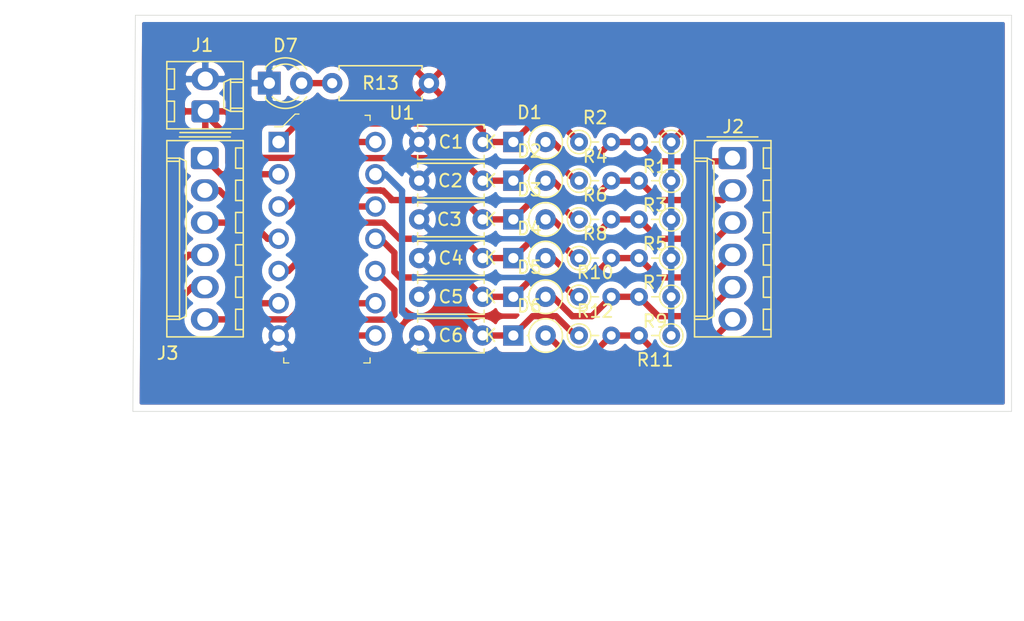
<source format=kicad_pcb>
(kicad_pcb (version 20171130) (host pcbnew 5.1.12-1.fc35)

  (general
    (thickness 1.6)
    (drawings 4)
    (tracks 154)
    (zones 0)
    (modules 30)
    (nets 22)
  )

  (page A4)
  (layers
    (0 F.Cu signal)
    (31 B.Cu signal)
    (32 B.Adhes user hide)
    (33 F.Adhes user hide)
    (34 B.Paste user hide)
    (35 F.Paste user hide)
    (36 B.SilkS user)
    (37 F.SilkS user)
    (38 B.Mask user hide)
    (39 F.Mask user hide)
    (40 Dwgs.User user)
    (41 Cmts.User user)
    (42 Eco1.User user hide)
    (43 Eco2.User user hide)
    (44 Edge.Cuts user)
    (45 Margin user)
    (46 B.CrtYd user hide)
    (47 F.CrtYd user)
    (48 B.Fab user hide)
    (49 F.Fab user hide)
  )

  (setup
    (last_trace_width 0.5)
    (user_trace_width 0.4)
    (user_trace_width 0.5)
    (user_trace_width 0.75)
    (user_trace_width 1)
    (trace_clearance 0.2)
    (zone_clearance 0.508)
    (zone_45_only no)
    (trace_min 0.2)
    (via_size 0.8)
    (via_drill 0.4)
    (via_min_size 0.4)
    (via_min_drill 0.3)
    (uvia_size 0.3)
    (uvia_drill 0.1)
    (uvias_allowed no)
    (uvia_min_size 0.2)
    (uvia_min_drill 0.1)
    (edge_width 0.05)
    (segment_width 0.2)
    (pcb_text_width 0.3)
    (pcb_text_size 1.5 1.5)
    (mod_edge_width 0.12)
    (mod_text_size 1 1)
    (mod_text_width 0.15)
    (pad_size 1.524 1.524)
    (pad_drill 0.762)
    (pad_to_mask_clearance 0)
    (aux_axis_origin 0 0)
    (visible_elements FFFFFF7F)
    (pcbplotparams
      (layerselection 0x010fc_ffffffff)
      (usegerberextensions false)
      (usegerberattributes true)
      (usegerberadvancedattributes true)
      (creategerberjobfile true)
      (excludeedgelayer true)
      (linewidth 0.100000)
      (plotframeref false)
      (viasonmask false)
      (mode 1)
      (useauxorigin false)
      (hpglpennumber 1)
      (hpglpenspeed 20)
      (hpglpendiameter 15.000000)
      (psnegative false)
      (psa4output false)
      (plotreference true)
      (plotvalue true)
      (plotinvisibletext false)
      (padsonsilk false)
      (subtractmaskfromsilk false)
      (outputformat 1)
      (mirror false)
      (drillshape 1)
      (scaleselection 1)
      (outputdirectory ""))
  )

  (net 0 "")
  (net 1 Trig_1)
  (net 2 GND)
  (net 3 Trig_2)
  (net 4 Trig_3)
  (net 5 Trig_4)
  (net 6 Trig_5)
  (net 7 Trig_6)
  (net 8 Sig_1)
  (net 9 Sig_2)
  (net 10 Sig_3)
  (net 11 Sig_4)
  (net 12 Sig_5)
  (net 13 Sig_6)
  (net 14 "Net-(J3-Pad6)")
  (net 15 "Net-(J3-Pad5)")
  (net 16 "Net-(J3-Pad4)")
  (net 17 "Net-(J3-Pad3)")
  (net 18 "Net-(J3-Pad2)")
  (net 19 "Net-(J3-Pad1)")
  (net 20 "Net-(D7-Pad2)")
  (net 21 /+5v)

  (net_class Default "This is the default net class."
    (clearance 0.2)
    (trace_width 0.25)
    (via_dia 0.8)
    (via_drill 0.4)
    (uvia_dia 0.3)
    (uvia_drill 0.1)
    (add_net /+5v)
    (add_net GND)
    (add_net "Net-(D7-Pad2)")
    (add_net "Net-(J3-Pad1)")
    (add_net "Net-(J3-Pad2)")
    (add_net "Net-(J3-Pad3)")
    (add_net "Net-(J3-Pad4)")
    (add_net "Net-(J3-Pad5)")
    (add_net "Net-(J3-Pad6)")
    (add_net Sig_1)
    (add_net Sig_2)
    (add_net Sig_3)
    (add_net Sig_4)
    (add_net Sig_5)
    (add_net Sig_6)
    (add_net Trig_1)
    (add_net Trig_2)
    (add_net Trig_3)
    (add_net Trig_4)
    (add_net Trig_5)
    (add_net Trig_6)
  )

  (module Resistor_THT:R_Axial_DIN0207_L6.3mm_D2.5mm_P7.62mm_Horizontal (layer F.Cu) (tedit 5AE5139B) (tstamp 619DB5C8)
    (at 194.1195 62.5475 180)
    (descr "Resistor, Axial_DIN0207 series, Axial, Horizontal, pin pitch=7.62mm, 0.25W = 1/4W, length*diameter=6.3*2.5mm^2, http://cdn-reichelt.de/documents/datenblatt/B400/1_4W%23YAG.pdf")
    (tags "Resistor Axial_DIN0207 series Axial Horizontal pin pitch 7.62mm 0.25W = 1/4W length 6.3mm diameter 2.5mm")
    (path /619DF49A)
    (fp_text reference R13 (at 3.81 0) (layer F.SilkS)
      (effects (font (size 1 1) (thickness 0.15)))
    )
    (fp_text value 1K (at 3.81 2.37) (layer F.Fab)
      (effects (font (size 1 1) (thickness 0.15)))
    )
    (fp_line (start 8.67 -1.5) (end -1.05 -1.5) (layer F.CrtYd) (width 0.05))
    (fp_line (start 8.67 1.5) (end 8.67 -1.5) (layer F.CrtYd) (width 0.05))
    (fp_line (start -1.05 1.5) (end 8.67 1.5) (layer F.CrtYd) (width 0.05))
    (fp_line (start -1.05 -1.5) (end -1.05 1.5) (layer F.CrtYd) (width 0.05))
    (fp_line (start 7.08 1.37) (end 7.08 1.04) (layer F.SilkS) (width 0.12))
    (fp_line (start 0.54 1.37) (end 7.08 1.37) (layer F.SilkS) (width 0.12))
    (fp_line (start 0.54 1.04) (end 0.54 1.37) (layer F.SilkS) (width 0.12))
    (fp_line (start 7.08 -1.37) (end 7.08 -1.04) (layer F.SilkS) (width 0.12))
    (fp_line (start 0.54 -1.37) (end 7.08 -1.37) (layer F.SilkS) (width 0.12))
    (fp_line (start 0.54 -1.04) (end 0.54 -1.37) (layer F.SilkS) (width 0.12))
    (fp_line (start 7.62 0) (end 6.96 0) (layer F.Fab) (width 0.1))
    (fp_line (start 0 0) (end 0.66 0) (layer F.Fab) (width 0.1))
    (fp_line (start 6.96 -1.25) (end 0.66 -1.25) (layer F.Fab) (width 0.1))
    (fp_line (start 6.96 1.25) (end 6.96 -1.25) (layer F.Fab) (width 0.1))
    (fp_line (start 0.66 1.25) (end 6.96 1.25) (layer F.Fab) (width 0.1))
    (fp_line (start 0.66 -1.25) (end 0.66 1.25) (layer F.Fab) (width 0.1))
    (fp_text user %R (at 3.81 0) (layer F.Fab)
      (effects (font (size 1 1) (thickness 0.15)))
    )
    (pad 2 thru_hole oval (at 7.62 0 180) (size 1.6 1.6) (drill 0.8) (layers *.Cu *.Mask)
      (net 20 "Net-(D7-Pad2)"))
    (pad 1 thru_hole circle (at 0 0 180) (size 1.6 1.6) (drill 0.8) (layers *.Cu *.Mask)
      (net 21 /+5v))
    (model ${KISYS3DMOD}/Resistor_THT.3dshapes/R_Axial_DIN0207_L6.3mm_D2.5mm_P7.62mm_Horizontal.wrl
      (at (xyz 0 0 0))
      (scale (xyz 1 1 1))
      (rotate (xyz 0 0 0))
    )
  )

  (module digikey-footprints:DIP-14_W3mm (layer F.Cu) (tedit 596E717A) (tstamp 619D7F08)
    (at 182.282694 67.183)
    (path /619E0BA4)
    (fp_text reference U1 (at 9.7155 -2.286) (layer F.SilkS)
      (effects (font (size 1 1) (thickness 0.15)))
    )
    (fp_text value SN74HC14N (at 3.52 19.09) (layer F.Fab)
      (effects (font (size 1 1) (thickness 0.15)))
    )
    (fp_line (start -0.08 -1.2) (end -0.33 -1.2) (layer F.SilkS) (width 0.1))
    (fp_line (start 0.3 -1.2) (end -0.07 -1.2) (layer F.SilkS) (width 0.1))
    (fp_line (start -1.05 -2.25) (end 8.67 -2.25) (layer F.CrtYd) (width 0.1))
    (fp_line (start -1.05 17.55) (end 8.67 17.55) (layer F.CrtYd) (width 0.1))
    (fp_line (start 8.67 17.55) (end 8.67 -2.25) (layer F.CrtYd) (width 0.1))
    (fp_line (start -1.05 -2.25) (end -1.05 17.55) (layer F.CrtYd) (width 0.1))
    (fp_line (start 1.6 -2.2) (end 1.3 -2.2) (layer F.SilkS) (width 0.1))
    (fp_line (start 1.3 -2.2) (end 0.3 -1.2) (layer F.SilkS) (width 0.1))
    (fp_line (start 7.2 -1.7) (end 7.2 -2.1) (layer F.SilkS) (width 0.1))
    (fp_line (start 7.2 -2.1) (end 6.8 -2.1) (layer F.SilkS) (width 0.1))
    (fp_line (start 6.7 17.4) (end 7.2 17.4) (layer F.SilkS) (width 0.1))
    (fp_line (start 7.2 17.4) (end 7.2 17) (layer F.SilkS) (width 0.1))
    (fp_line (start 0.4 17) (end 0.4 17.4) (layer F.SilkS) (width 0.1))
    (fp_line (start 0.4 17.4) (end 0.8 17.4) (layer F.SilkS) (width 0.1))
    (fp_line (start 0.5 -1.1) (end 0.5 17.3) (layer F.Fab) (width 0.1))
    (fp_line (start 1.4 -2) (end 7.1 -2) (layer F.Fab) (width 0.1))
    (fp_line (start 0.5 -1.1) (end 1.4 -2) (layer F.Fab) (width 0.1))
    (fp_line (start 0.5 17.3) (end 7.1 17.3) (layer F.Fab) (width 0.1))
    (fp_line (start 7.1 -2) (end 7.1 17.3) (layer F.Fab) (width 0.1))
    (fp_text user REF** (at 3.86 7.77) (layer F.Fab)
      (effects (font (size 1 1) (thickness 0.1)))
    )
    (pad 1 thru_hole rect (at 0 0) (size 1.6 1.6) (drill 1) (layers *.Cu *.Mask)
      (net 1 Trig_1))
    (pad 2 thru_hole circle (at 0 2.54) (size 1.6 1.6) (drill 1) (layers *.Cu *.Mask)
      (net 19 "Net-(J3-Pad1)"))
    (pad 3 thru_hole circle (at 0 5.08) (size 1.6 1.6) (drill 1) (layers *.Cu *.Mask)
      (net 3 Trig_2))
    (pad 4 thru_hole circle (at 0 7.62) (size 1.6 1.6) (drill 1) (layers *.Cu *.Mask)
      (net 18 "Net-(J3-Pad2)"))
    (pad 5 thru_hole circle (at 0 10.16) (size 1.6 1.6) (drill 1) (layers *.Cu *.Mask)
      (net 4 Trig_3))
    (pad 6 thru_hole circle (at 0 12.7) (size 1.6 1.6) (drill 1) (layers *.Cu *.Mask)
      (net 17 "Net-(J3-Pad3)"))
    (pad 7 thru_hole circle (at 0 15.24) (size 1.6 1.6) (drill 1) (layers *.Cu *.Mask)
      (net 2 GND))
    (pad 8 thru_hole circle (at 7.62 15.24) (size 1.6 1.6) (drill 1) (layers *.Cu *.Mask)
      (net 16 "Net-(J3-Pad4)"))
    (pad 9 thru_hole circle (at 7.62 12.7) (size 1.6 1.6) (drill 1) (layers *.Cu *.Mask)
      (net 5 Trig_4))
    (pad 10 thru_hole circle (at 7.62 10.16) (size 1.6 1.6) (drill 1) (layers *.Cu *.Mask)
      (net 15 "Net-(J3-Pad5)"))
    (pad 11 thru_hole circle (at 7.62 7.62) (size 1.6 1.6) (drill 1) (layers *.Cu *.Mask)
      (net 6 Trig_5))
    (pad 12 thru_hole circle (at 7.62 5.08) (size 1.6 1.6) (drill 1) (layers *.Cu *.Mask)
      (net 14 "Net-(J3-Pad6)"))
    (pad 13 thru_hole circle (at 7.62 2.54) (size 1.6 1.6) (drill 1) (layers *.Cu *.Mask)
      (net 7 Trig_6))
    (pad 14 thru_hole circle (at 7.62 0) (size 1.6 1.6) (drill 1) (layers *.Cu *.Mask)
      (net 21 /+5v))
    (model ${KISYS3DMOD}/Package_DIP.3dshapes/DIP-14_W7.62mm.step
      (at (xyz 0 0 0))
      (scale (xyz 1 1 1))
      (rotate (xyz 0 0 0))
    )
  )

  (module Capacitor_THT:C_Disc_D5.0mm_W2.5mm_P5.00mm (layer F.Cu) (tedit 5AE50EF0) (tstamp 619D7C49)
    (at 198.348888 73.279 180)
    (descr "C, Disc series, Radial, pin pitch=5.00mm, , diameter*width=5*2.5mm^2, Capacitor, http://cdn-reichelt.de/documents/datenblatt/B300/DS_KERKO_TC.pdf")
    (tags "C Disc series Radial pin pitch 5.00mm  diameter 5mm width 2.5mm Capacitor")
    (path /61A01A4F)
    (fp_text reference C3 (at 2.627 0) (layer F.SilkS)
      (effects (font (size 1 1) (thickness 0.15)))
    )
    (fp_text value 100nF (at 2.5 2.5) (layer F.Fab)
      (effects (font (size 1 1) (thickness 0.15)))
    )
    (fp_line (start 0 -1.25) (end 0 1.25) (layer F.Fab) (width 0.1))
    (fp_line (start 0 1.25) (end 5 1.25) (layer F.Fab) (width 0.1))
    (fp_line (start 5 1.25) (end 5 -1.25) (layer F.Fab) (width 0.1))
    (fp_line (start 5 -1.25) (end 0 -1.25) (layer F.Fab) (width 0.1))
    (fp_line (start -0.12 -1.37) (end 5.12 -1.37) (layer F.SilkS) (width 0.12))
    (fp_line (start -0.12 1.37) (end 5.12 1.37) (layer F.SilkS) (width 0.12))
    (fp_line (start -0.12 -1.37) (end -0.12 -1.055) (layer F.SilkS) (width 0.12))
    (fp_line (start -0.12 1.055) (end -0.12 1.37) (layer F.SilkS) (width 0.12))
    (fp_line (start 5.12 -1.37) (end 5.12 -1.055) (layer F.SilkS) (width 0.12))
    (fp_line (start 5.12 1.055) (end 5.12 1.37) (layer F.SilkS) (width 0.12))
    (fp_line (start -1.05 -1.5) (end -1.05 1.5) (layer F.CrtYd) (width 0.05))
    (fp_line (start -1.05 1.5) (end 6.05 1.5) (layer F.CrtYd) (width 0.05))
    (fp_line (start 6.05 1.5) (end 6.05 -1.5) (layer F.CrtYd) (width 0.05))
    (fp_line (start 6.05 -1.5) (end -1.05 -1.5) (layer F.CrtYd) (width 0.05))
    (fp_text user %R (at 2.5 0) (layer F.Fab)
      (effects (font (size 1 1) (thickness 0.15)))
    )
    (pad 1 thru_hole circle (at 0 0 180) (size 1.6 1.6) (drill 0.8) (layers *.Cu *.Mask)
      (net 4 Trig_3))
    (pad 2 thru_hole circle (at 5 0 180) (size 1.6 1.6) (drill 0.8) (layers *.Cu *.Mask)
      (net 2 GND))
    (model ${KISYS3DMOD}/Capacitor_THT.3dshapes/C_Disc_D5.0mm_W2.5mm_P5.00mm.wrl
      (at (xyz 0 0 0))
      (scale (xyz 1 1 1))
      (rotate (xyz 0 0 0))
    )
  )

  (module Capacitor_THT:C_Disc_D5.0mm_W2.5mm_P5.00mm (layer F.Cu) (tedit 5AE50EF0) (tstamp 619D7C34)
    (at 198.348888 70.231 180)
    (descr "C, Disc series, Radial, pin pitch=5.00mm, , diameter*width=5*2.5mm^2, Capacitor, http://cdn-reichelt.de/documents/datenblatt/B300/DS_KERKO_TC.pdf")
    (tags "C Disc series Radial pin pitch 5.00mm  diameter 5mm width 2.5mm Capacitor")
    (path /619FE161)
    (fp_text reference C2 (at 2.54 0) (layer F.SilkS)
      (effects (font (size 1 1) (thickness 0.15)))
    )
    (fp_text value 100nF (at 2.5 2.5) (layer F.Fab)
      (effects (font (size 1 1) (thickness 0.15)))
    )
    (fp_line (start 6.05 -1.5) (end -1.05 -1.5) (layer F.CrtYd) (width 0.05))
    (fp_line (start 6.05 1.5) (end 6.05 -1.5) (layer F.CrtYd) (width 0.05))
    (fp_line (start -1.05 1.5) (end 6.05 1.5) (layer F.CrtYd) (width 0.05))
    (fp_line (start -1.05 -1.5) (end -1.05 1.5) (layer F.CrtYd) (width 0.05))
    (fp_line (start 5.12 1.055) (end 5.12 1.37) (layer F.SilkS) (width 0.12))
    (fp_line (start 5.12 -1.37) (end 5.12 -1.055) (layer F.SilkS) (width 0.12))
    (fp_line (start -0.12 1.055) (end -0.12 1.37) (layer F.SilkS) (width 0.12))
    (fp_line (start -0.12 -1.37) (end -0.12 -1.055) (layer F.SilkS) (width 0.12))
    (fp_line (start -0.12 1.37) (end 5.12 1.37) (layer F.SilkS) (width 0.12))
    (fp_line (start -0.12 -1.37) (end 5.12 -1.37) (layer F.SilkS) (width 0.12))
    (fp_line (start 5 -1.25) (end 0 -1.25) (layer F.Fab) (width 0.1))
    (fp_line (start 5 1.25) (end 5 -1.25) (layer F.Fab) (width 0.1))
    (fp_line (start 0 1.25) (end 5 1.25) (layer F.Fab) (width 0.1))
    (fp_line (start 0 -1.25) (end 0 1.25) (layer F.Fab) (width 0.1))
    (fp_text user %R (at 2.5 0) (layer F.Fab)
      (effects (font (size 1 1) (thickness 0.15)))
    )
    (pad 2 thru_hole circle (at 5 0 180) (size 1.6 1.6) (drill 0.8) (layers *.Cu *.Mask)
      (net 2 GND))
    (pad 1 thru_hole circle (at 0 0 180) (size 1.6 1.6) (drill 0.8) (layers *.Cu *.Mask)
      (net 3 Trig_2))
    (model ${KISYS3DMOD}/Capacitor_THT.3dshapes/C_Disc_D5.0mm_W2.5mm_P5.00mm.wrl
      (at (xyz 0 0 0))
      (scale (xyz 1 1 1))
      (rotate (xyz 0 0 0))
    )
  )

  (module Connector_Molex:Molex_KK-254_AE-6410-02A_1x02_P2.54mm_Vertical (layer F.Cu) (tedit 5EA53D3B) (tstamp 619E1A53)
    (at 176.5065 64.77 90)
    (descr "Molex KK-254 Interconnect System, old/engineering part number: AE-6410-02A example for new part number: 22-27-2021, 2 Pins (http://www.molex.com/pdm_docs/sd/022272021_sd.pdf), generated with kicad-footprint-generator")
    (tags "connector Molex KK-254 vertical")
    (path /61B21F5A)
    (fp_text reference J1 (at 5.207 -0.2305 180) (layer F.SilkS)
      (effects (font (size 1 1) (thickness 0.15)))
    )
    (fp_text value Pwr (at 1.27 4.08 90) (layer F.Fab)
      (effects (font (size 1 1) (thickness 0.15)))
    )
    (fp_line (start -1.27 -2.92) (end -1.27 2.88) (layer F.Fab) (width 0.1))
    (fp_line (start -1.27 2.88) (end 3.81 2.88) (layer F.Fab) (width 0.1))
    (fp_line (start 3.81 2.88) (end 3.81 -2.92) (layer F.Fab) (width 0.1))
    (fp_line (start 3.81 -2.92) (end -1.27 -2.92) (layer F.Fab) (width 0.1))
    (fp_line (start -1.38 -3.03) (end -1.38 2.99) (layer F.SilkS) (width 0.12))
    (fp_line (start -1.38 2.99) (end 3.92 2.99) (layer F.SilkS) (width 0.12))
    (fp_line (start 3.92 2.99) (end 3.92 -3.03) (layer F.SilkS) (width 0.12))
    (fp_line (start 3.92 -3.03) (end -1.38 -3.03) (layer F.SilkS) (width 0.12))
    (fp_line (start -1.67 -2) (end -1.67 2) (layer F.SilkS) (width 0.12))
    (fp_line (start -1.27 -0.5) (end -0.562893 0) (layer F.Fab) (width 0.1))
    (fp_line (start -0.562893 0) (end -1.27 0.5) (layer F.Fab) (width 0.1))
    (fp_line (start 0 2.99) (end 0 1.99) (layer F.SilkS) (width 0.12))
    (fp_line (start 0 1.99) (end 2.54 1.99) (layer F.SilkS) (width 0.12))
    (fp_line (start 2.54 1.99) (end 2.54 2.99) (layer F.SilkS) (width 0.12))
    (fp_line (start 0 1.99) (end 0.25 1.46) (layer F.SilkS) (width 0.12))
    (fp_line (start 0.25 1.46) (end 2.29 1.46) (layer F.SilkS) (width 0.12))
    (fp_line (start 2.29 1.46) (end 2.54 1.99) (layer F.SilkS) (width 0.12))
    (fp_line (start 0.25 2.99) (end 0.25 1.99) (layer F.SilkS) (width 0.12))
    (fp_line (start 2.29 2.99) (end 2.29 1.99) (layer F.SilkS) (width 0.12))
    (fp_line (start -0.8 -3.03) (end -0.8 -2.43) (layer F.SilkS) (width 0.12))
    (fp_line (start -0.8 -2.43) (end 0.8 -2.43) (layer F.SilkS) (width 0.12))
    (fp_line (start 0.8 -2.43) (end 0.8 -3.03) (layer F.SilkS) (width 0.12))
    (fp_line (start 1.74 -3.03) (end 1.74 -2.43) (layer F.SilkS) (width 0.12))
    (fp_line (start 1.74 -2.43) (end 3.34 -2.43) (layer F.SilkS) (width 0.12))
    (fp_line (start 3.34 -2.43) (end 3.34 -3.03) (layer F.SilkS) (width 0.12))
    (fp_line (start -1.77 -3.42) (end -1.77 3.38) (layer F.CrtYd) (width 0.05))
    (fp_line (start -1.77 3.38) (end 4.31 3.38) (layer F.CrtYd) (width 0.05))
    (fp_line (start 4.31 3.38) (end 4.31 -3.42) (layer F.CrtYd) (width 0.05))
    (fp_line (start 4.31 -3.42) (end -1.77 -3.42) (layer F.CrtYd) (width 0.05))
    (fp_text user %R (at 1.27 -2.22 90) (layer F.Fab)
      (effects (font (size 1 1) (thickness 0.15)))
    )
    (pad 1 thru_hole roundrect (at 0 0 90) (size 1.74 2.19) (drill 1.19) (layers *.Cu *.Mask) (roundrect_rratio 0.143678)
      (net 21 /+5v))
    (pad 2 thru_hole oval (at 2.54 0 90) (size 1.74 2.19) (drill 1.19) (layers *.Cu *.Mask)
      (net 2 GND))
    (model ${KISYS3DMOD}/Connector_Molex.3dshapes/Molex_KK-254_AE-6410-02A_1x02_P2.54mm_Vertical.wrl
      (at (xyz 0 0 0))
      (scale (xyz 1 1 1))
      (rotate (xyz 0 0 0))
    )
  )

  (module Capacitor_THT:C_Disc_D5.0mm_W2.5mm_P5.00mm (layer F.Cu) (tedit 5AE50EF0) (tstamp 619D7C1F)
    (at 198.348888 67.183 180)
    (descr "C, Disc series, Radial, pin pitch=5.00mm, , diameter*width=5*2.5mm^2, Capacitor, http://cdn-reichelt.de/documents/datenblatt/B300/DS_KERKO_TC.pdf")
    (tags "C Disc series Radial pin pitch 5.00mm  diameter 5mm width 2.5mm Capacitor")
    (path /619D2E8F)
    (fp_text reference C1 (at 2.5 0) (layer F.SilkS)
      (effects (font (size 1 1) (thickness 0.15)))
    )
    (fp_text value 100nF (at 2.5 2.5) (layer F.Fab)
      (effects (font (size 1 1) (thickness 0.15)))
    )
    (fp_line (start 0 -1.25) (end 0 1.25) (layer F.Fab) (width 0.1))
    (fp_line (start 0 1.25) (end 5 1.25) (layer F.Fab) (width 0.1))
    (fp_line (start 5 1.25) (end 5 -1.25) (layer F.Fab) (width 0.1))
    (fp_line (start 5 -1.25) (end 0 -1.25) (layer F.Fab) (width 0.1))
    (fp_line (start -0.12 -1.37) (end 5.12 -1.37) (layer F.SilkS) (width 0.12))
    (fp_line (start -0.12 1.37) (end 5.12 1.37) (layer F.SilkS) (width 0.12))
    (fp_line (start -0.12 -1.37) (end -0.12 -1.055) (layer F.SilkS) (width 0.12))
    (fp_line (start -0.12 1.055) (end -0.12 1.37) (layer F.SilkS) (width 0.12))
    (fp_line (start 5.12 -1.37) (end 5.12 -1.055) (layer F.SilkS) (width 0.12))
    (fp_line (start 5.12 1.055) (end 5.12 1.37) (layer F.SilkS) (width 0.12))
    (fp_line (start -1.05 -1.5) (end -1.05 1.5) (layer F.CrtYd) (width 0.05))
    (fp_line (start -1.05 1.5) (end 6.05 1.5) (layer F.CrtYd) (width 0.05))
    (fp_line (start 6.05 1.5) (end 6.05 -1.5) (layer F.CrtYd) (width 0.05))
    (fp_line (start 6.05 -1.5) (end -1.05 -1.5) (layer F.CrtYd) (width 0.05))
    (fp_text user %R (at 2.5 0) (layer F.Fab)
      (effects (font (size 1 1) (thickness 0.15)))
    )
    (pad 1 thru_hole circle (at 0 0 180) (size 1.6 1.6) (drill 0.8) (layers *.Cu *.Mask)
      (net 1 Trig_1))
    (pad 2 thru_hole circle (at 5 0 180) (size 1.6 1.6) (drill 0.8) (layers *.Cu *.Mask)
      (net 2 GND))
    (model ${KISYS3DMOD}/Capacitor_THT.3dshapes/C_Disc_D5.0mm_W2.5mm_P5.00mm.wrl
      (at (xyz 0 0 0))
      (scale (xyz 1 1 1))
      (rotate (xyz 0 0 0))
    )
  )

  (module Capacitor_THT:C_Disc_D5.0mm_W2.5mm_P5.00mm (layer F.Cu) (tedit 5AE50EF0) (tstamp 619D7C5E)
    (at 198.348888 76.327 180)
    (descr "C, Disc series, Radial, pin pitch=5.00mm, , diameter*width=5*2.5mm^2, Capacitor, http://cdn-reichelt.de/documents/datenblatt/B300/DS_KERKO_TC.pdf")
    (tags "C Disc series Radial pin pitch 5.00mm  diameter 5mm width 2.5mm Capacitor")
    (path /61A038AB)
    (fp_text reference C4 (at 2.5 0) (layer F.SilkS)
      (effects (font (size 1 1) (thickness 0.15)))
    )
    (fp_text value 100nF (at 2.5 2.5) (layer F.Fab)
      (effects (font (size 1 1) (thickness 0.15)))
    )
    (fp_line (start 6.05 -1.5) (end -1.05 -1.5) (layer F.CrtYd) (width 0.05))
    (fp_line (start 6.05 1.5) (end 6.05 -1.5) (layer F.CrtYd) (width 0.05))
    (fp_line (start -1.05 1.5) (end 6.05 1.5) (layer F.CrtYd) (width 0.05))
    (fp_line (start -1.05 -1.5) (end -1.05 1.5) (layer F.CrtYd) (width 0.05))
    (fp_line (start 5.12 1.055) (end 5.12 1.37) (layer F.SilkS) (width 0.12))
    (fp_line (start 5.12 -1.37) (end 5.12 -1.055) (layer F.SilkS) (width 0.12))
    (fp_line (start -0.12 1.055) (end -0.12 1.37) (layer F.SilkS) (width 0.12))
    (fp_line (start -0.12 -1.37) (end -0.12 -1.055) (layer F.SilkS) (width 0.12))
    (fp_line (start -0.12 1.37) (end 5.12 1.37) (layer F.SilkS) (width 0.12))
    (fp_line (start -0.12 -1.37) (end 5.12 -1.37) (layer F.SilkS) (width 0.12))
    (fp_line (start 5 -1.25) (end 0 -1.25) (layer F.Fab) (width 0.1))
    (fp_line (start 5 1.25) (end 5 -1.25) (layer F.Fab) (width 0.1))
    (fp_line (start 0 1.25) (end 5 1.25) (layer F.Fab) (width 0.1))
    (fp_line (start 0 -1.25) (end 0 1.25) (layer F.Fab) (width 0.1))
    (fp_text user %R (at 2.5 0) (layer F.Fab)
      (effects (font (size 1 1) (thickness 0.15)))
    )
    (pad 2 thru_hole circle (at 5 0 180) (size 1.6 1.6) (drill 0.8) (layers *.Cu *.Mask)
      (net 2 GND))
    (pad 1 thru_hole circle (at 0 0 180) (size 1.6 1.6) (drill 0.8) (layers *.Cu *.Mask)
      (net 5 Trig_4))
    (model ${KISYS3DMOD}/Capacitor_THT.3dshapes/C_Disc_D5.0mm_W2.5mm_P5.00mm.wrl
      (at (xyz 0 0 0))
      (scale (xyz 1 1 1))
      (rotate (xyz 0 0 0))
    )
  )

  (module Capacitor_THT:C_Disc_D5.0mm_W2.5mm_P5.00mm (layer F.Cu) (tedit 5AE50EF0) (tstamp 619D7C73)
    (at 198.348888 79.375 180)
    (descr "C, Disc series, Radial, pin pitch=5.00mm, , diameter*width=5*2.5mm^2, Capacitor, http://cdn-reichelt.de/documents/datenblatt/B300/DS_KERKO_TC.pdf")
    (tags "C Disc series Radial pin pitch 5.00mm  diameter 5mm width 2.5mm Capacitor")
    (path /61A05E3A)
    (fp_text reference C5 (at 2.5 0) (layer F.SilkS)
      (effects (font (size 1 1) (thickness 0.15)))
    )
    (fp_text value 100nF (at 2.5 2.5) (layer F.Fab)
      (effects (font (size 1 1) (thickness 0.15)))
    )
    (fp_line (start 0 -1.25) (end 0 1.25) (layer F.Fab) (width 0.1))
    (fp_line (start 0 1.25) (end 5 1.25) (layer F.Fab) (width 0.1))
    (fp_line (start 5 1.25) (end 5 -1.25) (layer F.Fab) (width 0.1))
    (fp_line (start 5 -1.25) (end 0 -1.25) (layer F.Fab) (width 0.1))
    (fp_line (start -0.12 -1.37) (end 5.12 -1.37) (layer F.SilkS) (width 0.12))
    (fp_line (start -0.12 1.37) (end 5.12 1.37) (layer F.SilkS) (width 0.12))
    (fp_line (start -0.12 -1.37) (end -0.12 -1.055) (layer F.SilkS) (width 0.12))
    (fp_line (start -0.12 1.055) (end -0.12 1.37) (layer F.SilkS) (width 0.12))
    (fp_line (start 5.12 -1.37) (end 5.12 -1.055) (layer F.SilkS) (width 0.12))
    (fp_line (start 5.12 1.055) (end 5.12 1.37) (layer F.SilkS) (width 0.12))
    (fp_line (start -1.05 -1.5) (end -1.05 1.5) (layer F.CrtYd) (width 0.05))
    (fp_line (start -1.05 1.5) (end 6.05 1.5) (layer F.CrtYd) (width 0.05))
    (fp_line (start 6.05 1.5) (end 6.05 -1.5) (layer F.CrtYd) (width 0.05))
    (fp_line (start 6.05 -1.5) (end -1.05 -1.5) (layer F.CrtYd) (width 0.05))
    (fp_text user %R (at 2.5 0) (layer F.Fab)
      (effects (font (size 1 1) (thickness 0.15)))
    )
    (pad 1 thru_hole circle (at 0 0 180) (size 1.6 1.6) (drill 0.8) (layers *.Cu *.Mask)
      (net 6 Trig_5))
    (pad 2 thru_hole circle (at 5 0 180) (size 1.6 1.6) (drill 0.8) (layers *.Cu *.Mask)
      (net 2 GND))
    (model ${KISYS3DMOD}/Capacitor_THT.3dshapes/C_Disc_D5.0mm_W2.5mm_P5.00mm.wrl
      (at (xyz 0 0 0))
      (scale (xyz 1 1 1))
      (rotate (xyz 0 0 0))
    )
  )

  (module Capacitor_THT:C_Disc_D5.0mm_W2.5mm_P5.00mm (layer F.Cu) (tedit 5AE50EF0) (tstamp 619D7C88)
    (at 198.348888 82.423 180)
    (descr "C, Disc series, Radial, pin pitch=5.00mm, , diameter*width=5*2.5mm^2, Capacitor, http://cdn-reichelt.de/documents/datenblatt/B300/DS_KERKO_TC.pdf")
    (tags "C Disc series Radial pin pitch 5.00mm  diameter 5mm width 2.5mm Capacitor")
    (path /61A0850F)
    (fp_text reference C6 (at 2.5 0) (layer F.SilkS)
      (effects (font (size 1 1) (thickness 0.15)))
    )
    (fp_text value 100nF (at 2.5 2.5) (layer F.Fab)
      (effects (font (size 1 1) (thickness 0.15)))
    )
    (fp_line (start 6.05 -1.5) (end -1.05 -1.5) (layer F.CrtYd) (width 0.05))
    (fp_line (start 6.05 1.5) (end 6.05 -1.5) (layer F.CrtYd) (width 0.05))
    (fp_line (start -1.05 1.5) (end 6.05 1.5) (layer F.CrtYd) (width 0.05))
    (fp_line (start -1.05 -1.5) (end -1.05 1.5) (layer F.CrtYd) (width 0.05))
    (fp_line (start 5.12 1.055) (end 5.12 1.37) (layer F.SilkS) (width 0.12))
    (fp_line (start 5.12 -1.37) (end 5.12 -1.055) (layer F.SilkS) (width 0.12))
    (fp_line (start -0.12 1.055) (end -0.12 1.37) (layer F.SilkS) (width 0.12))
    (fp_line (start -0.12 -1.37) (end -0.12 -1.055) (layer F.SilkS) (width 0.12))
    (fp_line (start -0.12 1.37) (end 5.12 1.37) (layer F.SilkS) (width 0.12))
    (fp_line (start -0.12 -1.37) (end 5.12 -1.37) (layer F.SilkS) (width 0.12))
    (fp_line (start 5 -1.25) (end 0 -1.25) (layer F.Fab) (width 0.1))
    (fp_line (start 5 1.25) (end 5 -1.25) (layer F.Fab) (width 0.1))
    (fp_line (start 0 1.25) (end 5 1.25) (layer F.Fab) (width 0.1))
    (fp_line (start 0 -1.25) (end 0 1.25) (layer F.Fab) (width 0.1))
    (fp_text user %R (at 2.5 0) (layer F.Fab)
      (effects (font (size 1 1) (thickness 0.15)))
    )
    (pad 2 thru_hole circle (at 5 0 180) (size 1.6 1.6) (drill 0.8) (layers *.Cu *.Mask)
      (net 2 GND))
    (pad 1 thru_hole circle (at 0 0 180) (size 1.6 1.6) (drill 0.8) (layers *.Cu *.Mask)
      (net 7 Trig_6))
    (model ${KISYS3DMOD}/Capacitor_THT.3dshapes/C_Disc_D5.0mm_W2.5mm_P5.00mm.wrl
      (at (xyz 0 0 0))
      (scale (xyz 1 1 1))
      (rotate (xyz 0 0 0))
    )
  )

  (module Connector_Molex:Molex_KK-254_AE-6410-06A_1x06_P2.54mm_Vertical (layer F.Cu) (tedit 5EA53D3B) (tstamp 619E16AE)
    (at 218.026 68.453 270)
    (descr "Molex KK-254 Interconnect System, old/engineering part number: AE-6410-06A example for new part number: 22-27-2061, 6 Pins (http://www.molex.com/pdm_docs/sd/022272021_sd.pdf), generated with kicad-footprint-generator")
    (tags "connector Molex KK-254 vertical")
    (path /61B590AC)
    (fp_text reference J2 (at -2.4765 -0.0635 180) (layer F.SilkS)
      (effects (font (size 1 1) (thickness 0.15)))
    )
    (fp_text value Sig_In (at 6.35 4.08 90) (layer F.Fab)
      (effects (font (size 1 1) (thickness 0.15)))
    )
    (fp_line (start -1.27 -2.92) (end -1.27 2.88) (layer F.Fab) (width 0.1))
    (fp_line (start -1.27 2.88) (end 13.97 2.88) (layer F.Fab) (width 0.1))
    (fp_line (start 13.97 2.88) (end 13.97 -2.92) (layer F.Fab) (width 0.1))
    (fp_line (start 13.97 -2.92) (end -1.27 -2.92) (layer F.Fab) (width 0.1))
    (fp_line (start -1.38 -3.03) (end -1.38 2.99) (layer F.SilkS) (width 0.12))
    (fp_line (start -1.38 2.99) (end 14.08 2.99) (layer F.SilkS) (width 0.12))
    (fp_line (start 14.08 2.99) (end 14.08 -3.03) (layer F.SilkS) (width 0.12))
    (fp_line (start 14.08 -3.03) (end -1.38 -3.03) (layer F.SilkS) (width 0.12))
    (fp_line (start -1.67 -2) (end -1.67 2) (layer F.SilkS) (width 0.12))
    (fp_line (start -1.27 -0.5) (end -0.562893 0) (layer F.Fab) (width 0.1))
    (fp_line (start -0.562893 0) (end -1.27 0.5) (layer F.Fab) (width 0.1))
    (fp_line (start 0 2.99) (end 0 1.99) (layer F.SilkS) (width 0.12))
    (fp_line (start 0 1.99) (end 12.7 1.99) (layer F.SilkS) (width 0.12))
    (fp_line (start 12.7 1.99) (end 12.7 2.99) (layer F.SilkS) (width 0.12))
    (fp_line (start 0 1.99) (end 0.25 1.46) (layer F.SilkS) (width 0.12))
    (fp_line (start 0.25 1.46) (end 12.45 1.46) (layer F.SilkS) (width 0.12))
    (fp_line (start 12.45 1.46) (end 12.7 1.99) (layer F.SilkS) (width 0.12))
    (fp_line (start 0.25 2.99) (end 0.25 1.99) (layer F.SilkS) (width 0.12))
    (fp_line (start 12.45 2.99) (end 12.45 1.99) (layer F.SilkS) (width 0.12))
    (fp_line (start -0.8 -3.03) (end -0.8 -2.43) (layer F.SilkS) (width 0.12))
    (fp_line (start -0.8 -2.43) (end 0.8 -2.43) (layer F.SilkS) (width 0.12))
    (fp_line (start 0.8 -2.43) (end 0.8 -3.03) (layer F.SilkS) (width 0.12))
    (fp_line (start 1.74 -3.03) (end 1.74 -2.43) (layer F.SilkS) (width 0.12))
    (fp_line (start 1.74 -2.43) (end 3.34 -2.43) (layer F.SilkS) (width 0.12))
    (fp_line (start 3.34 -2.43) (end 3.34 -3.03) (layer F.SilkS) (width 0.12))
    (fp_line (start 4.28 -3.03) (end 4.28 -2.43) (layer F.SilkS) (width 0.12))
    (fp_line (start 4.28 -2.43) (end 5.88 -2.43) (layer F.SilkS) (width 0.12))
    (fp_line (start 5.88 -2.43) (end 5.88 -3.03) (layer F.SilkS) (width 0.12))
    (fp_line (start 6.82 -3.03) (end 6.82 -2.43) (layer F.SilkS) (width 0.12))
    (fp_line (start 6.82 -2.43) (end 8.42 -2.43) (layer F.SilkS) (width 0.12))
    (fp_line (start 8.42 -2.43) (end 8.42 -3.03) (layer F.SilkS) (width 0.12))
    (fp_line (start 9.36 -3.03) (end 9.36 -2.43) (layer F.SilkS) (width 0.12))
    (fp_line (start 9.36 -2.43) (end 10.96 -2.43) (layer F.SilkS) (width 0.12))
    (fp_line (start 10.96 -2.43) (end 10.96 -3.03) (layer F.SilkS) (width 0.12))
    (fp_line (start 11.9 -3.03) (end 11.9 -2.43) (layer F.SilkS) (width 0.12))
    (fp_line (start 11.9 -2.43) (end 13.5 -2.43) (layer F.SilkS) (width 0.12))
    (fp_line (start 13.5 -2.43) (end 13.5 -3.03) (layer F.SilkS) (width 0.12))
    (fp_line (start -1.77 -3.42) (end -1.77 3.38) (layer F.CrtYd) (width 0.05))
    (fp_line (start -1.77 3.38) (end 14.47 3.38) (layer F.CrtYd) (width 0.05))
    (fp_line (start 14.47 3.38) (end 14.47 -3.42) (layer F.CrtYd) (width 0.05))
    (fp_line (start 14.47 -3.42) (end -1.77 -3.42) (layer F.CrtYd) (width 0.05))
    (fp_text user %R (at 6.35 -2.22 90) (layer F.Fab)
      (effects (font (size 1 1) (thickness 0.15)))
    )
    (pad 1 thru_hole roundrect (at 0 0 270) (size 1.74 2.19) (drill 1.19) (layers *.Cu *.Mask) (roundrect_rratio 0.143678)
      (net 8 Sig_1))
    (pad 2 thru_hole oval (at 2.54 0 270) (size 1.74 2.19) (drill 1.19) (layers *.Cu *.Mask)
      (net 9 Sig_2))
    (pad 3 thru_hole oval (at 5.08 0 270) (size 1.74 2.19) (drill 1.19) (layers *.Cu *.Mask)
      (net 10 Sig_3))
    (pad 4 thru_hole oval (at 7.62 0 270) (size 1.74 2.19) (drill 1.19) (layers *.Cu *.Mask)
      (net 11 Sig_4))
    (pad 5 thru_hole oval (at 10.16 0 270) (size 1.74 2.19) (drill 1.19) (layers *.Cu *.Mask)
      (net 12 Sig_5))
    (pad 6 thru_hole oval (at 12.7 0 270) (size 1.74 2.19) (drill 1.19) (layers *.Cu *.Mask)
      (net 13 Sig_6))
    (model ${KISYS3DMOD}/Connector_Molex.3dshapes/Molex_KK-254_AE-6410-06A_1x06_P2.54mm_Vertical.wrl
      (at (xyz 0 0 0))
      (scale (xyz 1 1 1))
      (rotate (xyz 0 0 0))
    )
  )

  (module Connector_Molex:Molex_KK-254_AE-6410-06A_1x06_P2.54mm_Vertical (layer F.Cu) (tedit 5EA53D3B) (tstamp 619E1ACC)
    (at 176.4665 68.453 270)
    (descr "Molex KK-254 Interconnect System, old/engineering part number: AE-6410-06A example for new part number: 22-27-2061, 6 Pins (http://www.molex.com/pdm_docs/sd/022272021_sd.pdf), generated with kicad-footprint-generator")
    (tags "connector Molex KK-254 vertical")
    (path /61B1F759)
    (fp_text reference J3 (at 15.367 2.921 180) (layer F.SilkS)
      (effects (font (size 1 1) (thickness 0.15)))
    )
    (fp_text value Trig_Out (at 6.35 4.08 90) (layer F.Fab)
      (effects (font (size 1 1) (thickness 0.15)))
    )
    (fp_line (start -1.27 -2.92) (end -1.27 2.88) (layer F.Fab) (width 0.1))
    (fp_line (start -1.27 2.88) (end 13.97 2.88) (layer F.Fab) (width 0.1))
    (fp_line (start 13.97 2.88) (end 13.97 -2.92) (layer F.Fab) (width 0.1))
    (fp_line (start 13.97 -2.92) (end -1.27 -2.92) (layer F.Fab) (width 0.1))
    (fp_line (start -1.38 -3.03) (end -1.38 2.99) (layer F.SilkS) (width 0.12))
    (fp_line (start -1.38 2.99) (end 14.08 2.99) (layer F.SilkS) (width 0.12))
    (fp_line (start 14.08 2.99) (end 14.08 -3.03) (layer F.SilkS) (width 0.12))
    (fp_line (start 14.08 -3.03) (end -1.38 -3.03) (layer F.SilkS) (width 0.12))
    (fp_line (start -1.67 -2) (end -1.67 2) (layer F.SilkS) (width 0.12))
    (fp_line (start -1.27 -0.5) (end -0.562893 0) (layer F.Fab) (width 0.1))
    (fp_line (start -0.562893 0) (end -1.27 0.5) (layer F.Fab) (width 0.1))
    (fp_line (start 0 2.99) (end 0 1.99) (layer F.SilkS) (width 0.12))
    (fp_line (start 0 1.99) (end 12.7 1.99) (layer F.SilkS) (width 0.12))
    (fp_line (start 12.7 1.99) (end 12.7 2.99) (layer F.SilkS) (width 0.12))
    (fp_line (start 0 1.99) (end 0.25 1.46) (layer F.SilkS) (width 0.12))
    (fp_line (start 0.25 1.46) (end 12.45 1.46) (layer F.SilkS) (width 0.12))
    (fp_line (start 12.45 1.46) (end 12.7 1.99) (layer F.SilkS) (width 0.12))
    (fp_line (start 0.25 2.99) (end 0.25 1.99) (layer F.SilkS) (width 0.12))
    (fp_line (start 12.45 2.99) (end 12.45 1.99) (layer F.SilkS) (width 0.12))
    (fp_line (start -0.8 -3.03) (end -0.8 -2.43) (layer F.SilkS) (width 0.12))
    (fp_line (start -0.8 -2.43) (end 0.8 -2.43) (layer F.SilkS) (width 0.12))
    (fp_line (start 0.8 -2.43) (end 0.8 -3.03) (layer F.SilkS) (width 0.12))
    (fp_line (start 1.74 -3.03) (end 1.74 -2.43) (layer F.SilkS) (width 0.12))
    (fp_line (start 1.74 -2.43) (end 3.34 -2.43) (layer F.SilkS) (width 0.12))
    (fp_line (start 3.34 -2.43) (end 3.34 -3.03) (layer F.SilkS) (width 0.12))
    (fp_line (start 4.28 -3.03) (end 4.28 -2.43) (layer F.SilkS) (width 0.12))
    (fp_line (start 4.28 -2.43) (end 5.88 -2.43) (layer F.SilkS) (width 0.12))
    (fp_line (start 5.88 -2.43) (end 5.88 -3.03) (layer F.SilkS) (width 0.12))
    (fp_line (start 6.82 -3.03) (end 6.82 -2.43) (layer F.SilkS) (width 0.12))
    (fp_line (start 6.82 -2.43) (end 8.42 -2.43) (layer F.SilkS) (width 0.12))
    (fp_line (start 8.42 -2.43) (end 8.42 -3.03) (layer F.SilkS) (width 0.12))
    (fp_line (start 9.36 -3.03) (end 9.36 -2.43) (layer F.SilkS) (width 0.12))
    (fp_line (start 9.36 -2.43) (end 10.96 -2.43) (layer F.SilkS) (width 0.12))
    (fp_line (start 10.96 -2.43) (end 10.96 -3.03) (layer F.SilkS) (width 0.12))
    (fp_line (start 11.9 -3.03) (end 11.9 -2.43) (layer F.SilkS) (width 0.12))
    (fp_line (start 11.9 -2.43) (end 13.5 -2.43) (layer F.SilkS) (width 0.12))
    (fp_line (start 13.5 -2.43) (end 13.5 -3.03) (layer F.SilkS) (width 0.12))
    (fp_line (start -1.77 -3.42) (end -1.77 3.38) (layer F.CrtYd) (width 0.05))
    (fp_line (start -1.77 3.38) (end 14.47 3.38) (layer F.CrtYd) (width 0.05))
    (fp_line (start 14.47 3.38) (end 14.47 -3.42) (layer F.CrtYd) (width 0.05))
    (fp_line (start 14.47 -3.42) (end -1.77 -3.42) (layer F.CrtYd) (width 0.05))
    (fp_text user %R (at 6.35 -2.22 90) (layer F.Fab)
      (effects (font (size 1 1) (thickness 0.15)))
    )
    (pad 1 thru_hole roundrect (at 0 0 270) (size 1.74 2.19) (drill 1.19) (layers *.Cu *.Mask) (roundrect_rratio 0.143678)
      (net 19 "Net-(J3-Pad1)"))
    (pad 2 thru_hole oval (at 2.54 0 270) (size 1.74 2.19) (drill 1.19) (layers *.Cu *.Mask)
      (net 18 "Net-(J3-Pad2)"))
    (pad 3 thru_hole oval (at 5.08 0 270) (size 1.74 2.19) (drill 1.19) (layers *.Cu *.Mask)
      (net 17 "Net-(J3-Pad3)"))
    (pad 4 thru_hole oval (at 7.62 0 270) (size 1.74 2.19) (drill 1.19) (layers *.Cu *.Mask)
      (net 16 "Net-(J3-Pad4)"))
    (pad 5 thru_hole oval (at 10.16 0 270) (size 1.74 2.19) (drill 1.19) (layers *.Cu *.Mask)
      (net 15 "Net-(J3-Pad5)"))
    (pad 6 thru_hole oval (at 12.7 0 270) (size 1.74 2.19) (drill 1.19) (layers *.Cu *.Mask)
      (net 14 "Net-(J3-Pad6)"))
    (model ${KISYS3DMOD}/Connector_Molex.3dshapes/Molex_KK-254_AE-6410-06A_1x06_P2.54mm_Vertical.wrl
      (at (xyz 0 0 0))
      (scale (xyz 1 1 1))
      (rotate (xyz 0 0 0))
    )
  )

  (module LED_THT:LED_D3.0mm (layer F.Cu) (tedit 587A3A7B) (tstamp 619E50A7)
    (at 181.5465 62.5475)
    (descr "LED, diameter 3.0mm, 2 pins")
    (tags "LED diameter 3.0mm 2 pins")
    (path /619D8B69)
    (fp_text reference D7 (at 1.27 -2.96) (layer F.SilkS)
      (effects (font (size 1 1) (thickness 0.15)))
    )
    (fp_text value LED (at 1.27 2.96) (layer F.Fab)
      (effects (font (size 1 1) (thickness 0.15)))
    )
    (fp_line (start 3.7 -2.25) (end -1.15 -2.25) (layer F.CrtYd) (width 0.05))
    (fp_line (start 3.7 2.25) (end 3.7 -2.25) (layer F.CrtYd) (width 0.05))
    (fp_line (start -1.15 2.25) (end 3.7 2.25) (layer F.CrtYd) (width 0.05))
    (fp_line (start -1.15 -2.25) (end -1.15 2.25) (layer F.CrtYd) (width 0.05))
    (fp_line (start -0.29 1.08) (end -0.29 1.236) (layer F.SilkS) (width 0.12))
    (fp_line (start -0.29 -1.236) (end -0.29 -1.08) (layer F.SilkS) (width 0.12))
    (fp_line (start -0.23 -1.16619) (end -0.23 1.16619) (layer F.Fab) (width 0.1))
    (fp_circle (center 1.27 0) (end 2.77 0) (layer F.Fab) (width 0.1))
    (fp_arc (start 1.27 0) (end -0.23 -1.16619) (angle 284.3) (layer F.Fab) (width 0.1))
    (fp_arc (start 1.27 0) (end -0.29 -1.235516) (angle 108.8) (layer F.SilkS) (width 0.12))
    (fp_arc (start 1.27 0) (end -0.29 1.235516) (angle -108.8) (layer F.SilkS) (width 0.12))
    (fp_arc (start 1.27 0) (end 0.229039 -1.08) (angle 87.9) (layer F.SilkS) (width 0.12))
    (fp_arc (start 1.27 0) (end 0.229039 1.08) (angle -87.9) (layer F.SilkS) (width 0.12))
    (pad 1 thru_hole rect (at 0 0) (size 1.8 1.8) (drill 0.9) (layers *.Cu *.Mask)
      (net 2 GND))
    (pad 2 thru_hole circle (at 2.54 0) (size 1.8 1.8) (drill 0.9) (layers *.Cu *.Mask)
      (net 20 "Net-(D7-Pad2)"))
    (model ${KISYS3DMOD}/LED_THT.3dshapes/LED_D3.0mm.wrl
      (at (xyz 0 0 0))
      (scale (xyz 1 1 1))
      (rotate (xyz 0 0 0))
    )
  )

  (module Diode_THT:D_DO-35_SOD27_P2.54mm_Vertical_KathodeUp (layer F.Cu) (tedit 5AE50CD5) (tstamp 619E59D6)
    (at 200.765833 67.183)
    (descr "Diode, DO-35_SOD27 series, Axial, Vertical, pin pitch=2.54mm, , length*diameter=4*2mm^2, , http://www.diodes.com/_files/packages/DO-35.pdf")
    (tags "Diode DO-35_SOD27 series Axial Vertical pin pitch 2.54mm  length 4mm diameter 2mm")
    (path /619D2140)
    (fp_text reference D1 (at 1.27 -2.326371) (layer F.SilkS)
      (effects (font (size 1 1) (thickness 0.15)))
    )
    (fp_text value 1N4148 (at 1.27 3.215371) (layer F.Fab)
      (effects (font (size 1 1) (thickness 0.15)))
    )
    (fp_line (start 3.79 -1.25) (end -1.05 -1.25) (layer F.CrtYd) (width 0.05))
    (fp_line (start 3.79 1.25) (end 3.79 -1.25) (layer F.CrtYd) (width 0.05))
    (fp_line (start -1.05 1.25) (end 3.79 1.25) (layer F.CrtYd) (width 0.05))
    (fp_line (start -1.05 -1.25) (end -1.05 1.25) (layer F.CrtYd) (width 0.05))
    (fp_line (start 1.213629 0) (end 1.1 0) (layer F.SilkS) (width 0.12))
    (fp_line (start 0 0) (end 2.54 0) (layer F.Fab) (width 0.1))
    (fp_circle (center 2.54 0) (end 3.866371 0) (layer F.SilkS) (width 0.12))
    (fp_circle (center 2.54 0) (end 3.54 0) (layer F.Fab) (width 0.1))
    (fp_text user %R (at 1.27 -2.326371) (layer F.Fab)
      (effects (font (size 1 1) (thickness 0.15)))
    )
    (fp_text user K (at -1.8 0) (layer F.Fab)
      (effects (font (size 1 1) (thickness 0.15)))
    )
    (fp_text user K (at -1.8 0) (layer F.SilkS)
      (effects (font (size 1 1) (thickness 0.15)))
    )
    (pad 1 thru_hole rect (at 0 0) (size 1.6 1.6) (drill 0.8) (layers *.Cu *.Mask)
      (net 1 Trig_1))
    (pad 2 thru_hole oval (at 2.54 0) (size 1.6 1.6) (drill 0.8) (layers *.Cu *.Mask)
      (net 8 Sig_1))
    (model ${KISYS3DMOD}/Diode_THT.3dshapes/D_DO-35_SOD27_P2.54mm_Vertical_KathodeUp.wrl
      (at (xyz 0 0 0))
      (scale (xyz 1 1 1))
      (rotate (xyz 0 0 0))
    )
  )

  (module Diode_THT:D_DO-35_SOD27_P2.54mm_Vertical_KathodeUp (layer F.Cu) (tedit 5AE50CD5) (tstamp 619E59E6)
    (at 200.765833 70.231)
    (descr "Diode, DO-35_SOD27 series, Axial, Vertical, pin pitch=2.54mm, , length*diameter=4*2mm^2, , http://www.diodes.com/_files/packages/DO-35.pdf")
    (tags "Diode DO-35_SOD27 series Axial Vertical pin pitch 2.54mm  length 4mm diameter 2mm")
    (path /619FE15B)
    (fp_text reference D2 (at 1.27 -2.326371) (layer F.SilkS)
      (effects (font (size 1 1) (thickness 0.15)))
    )
    (fp_text value 1N4148 (at 1.27 3.215371) (layer F.Fab)
      (effects (font (size 1 1) (thickness 0.15)))
    )
    (fp_text user K (at -1.8 0) (layer F.SilkS)
      (effects (font (size 1 1) (thickness 0.15)))
    )
    (fp_text user K (at -1.8 0) (layer F.Fab)
      (effects (font (size 1 1) (thickness 0.15)))
    )
    (fp_text user %R (at 1.27 -2.326371) (layer F.Fab)
      (effects (font (size 1 1) (thickness 0.15)))
    )
    (fp_circle (center 2.54 0) (end 3.54 0) (layer F.Fab) (width 0.1))
    (fp_circle (center 2.54 0) (end 3.866371 0) (layer F.SilkS) (width 0.12))
    (fp_line (start 0 0) (end 2.54 0) (layer F.Fab) (width 0.1))
    (fp_line (start 1.213629 0) (end 1.1 0) (layer F.SilkS) (width 0.12))
    (fp_line (start -1.05 -1.25) (end -1.05 1.25) (layer F.CrtYd) (width 0.05))
    (fp_line (start -1.05 1.25) (end 3.79 1.25) (layer F.CrtYd) (width 0.05))
    (fp_line (start 3.79 1.25) (end 3.79 -1.25) (layer F.CrtYd) (width 0.05))
    (fp_line (start 3.79 -1.25) (end -1.05 -1.25) (layer F.CrtYd) (width 0.05))
    (pad 2 thru_hole oval (at 2.54 0) (size 1.6 1.6) (drill 0.8) (layers *.Cu *.Mask)
      (net 9 Sig_2))
    (pad 1 thru_hole rect (at 0 0) (size 1.6 1.6) (drill 0.8) (layers *.Cu *.Mask)
      (net 3 Trig_2))
    (model ${KISYS3DMOD}/Diode_THT.3dshapes/D_DO-35_SOD27_P2.54mm_Vertical_KathodeUp.wrl
      (at (xyz 0 0 0))
      (scale (xyz 1 1 1))
      (rotate (xyz 0 0 0))
    )
  )

  (module Diode_THT:D_DO-35_SOD27_P2.54mm_Vertical_KathodeUp (layer F.Cu) (tedit 5AE50CD5) (tstamp 619E59F6)
    (at 200.765833 73.279)
    (descr "Diode, DO-35_SOD27 series, Axial, Vertical, pin pitch=2.54mm, , length*diameter=4*2mm^2, , http://www.diodes.com/_files/packages/DO-35.pdf")
    (tags "Diode DO-35_SOD27 series Axial Vertical pin pitch 2.54mm  length 4mm diameter 2mm")
    (path /61A01A49)
    (fp_text reference D3 (at 1.27 -2.326371) (layer F.SilkS)
      (effects (font (size 1 1) (thickness 0.15)))
    )
    (fp_text value 1N4148 (at 1.27 3.215371) (layer F.Fab)
      (effects (font (size 1 1) (thickness 0.15)))
    )
    (fp_line (start 3.79 -1.25) (end -1.05 -1.25) (layer F.CrtYd) (width 0.05))
    (fp_line (start 3.79 1.25) (end 3.79 -1.25) (layer F.CrtYd) (width 0.05))
    (fp_line (start -1.05 1.25) (end 3.79 1.25) (layer F.CrtYd) (width 0.05))
    (fp_line (start -1.05 -1.25) (end -1.05 1.25) (layer F.CrtYd) (width 0.05))
    (fp_line (start 1.213629 0) (end 1.1 0) (layer F.SilkS) (width 0.12))
    (fp_line (start 0 0) (end 2.54 0) (layer F.Fab) (width 0.1))
    (fp_circle (center 2.54 0) (end 3.866371 0) (layer F.SilkS) (width 0.12))
    (fp_circle (center 2.54 0) (end 3.54 0) (layer F.Fab) (width 0.1))
    (fp_text user %R (at 1.27 -2.326371) (layer F.Fab)
      (effects (font (size 1 1) (thickness 0.15)))
    )
    (fp_text user K (at -1.8 0) (layer F.Fab)
      (effects (font (size 1 1) (thickness 0.15)))
    )
    (fp_text user K (at -1.8 0) (layer F.SilkS)
      (effects (font (size 1 1) (thickness 0.15)))
    )
    (pad 1 thru_hole rect (at 0 0) (size 1.6 1.6) (drill 0.8) (layers *.Cu *.Mask)
      (net 4 Trig_3))
    (pad 2 thru_hole oval (at 2.54 0) (size 1.6 1.6) (drill 0.8) (layers *.Cu *.Mask)
      (net 10 Sig_3))
    (model ${KISYS3DMOD}/Diode_THT.3dshapes/D_DO-35_SOD27_P2.54mm_Vertical_KathodeUp.wrl
      (at (xyz 0 0 0))
      (scale (xyz 1 1 1))
      (rotate (xyz 0 0 0))
    )
  )

  (module Diode_THT:D_DO-35_SOD27_P2.54mm_Vertical_KathodeUp (layer F.Cu) (tedit 5AE50CD5) (tstamp 619E5A06)
    (at 200.765833 76.327)
    (descr "Diode, DO-35_SOD27 series, Axial, Vertical, pin pitch=2.54mm, , length*diameter=4*2mm^2, , http://www.diodes.com/_files/packages/DO-35.pdf")
    (tags "Diode DO-35_SOD27 series Axial Vertical pin pitch 2.54mm  length 4mm diameter 2mm")
    (path /61A038A5)
    (fp_text reference D4 (at 1.27 -2.326371) (layer F.SilkS)
      (effects (font (size 1 1) (thickness 0.15)))
    )
    (fp_text value 1N4148 (at 1.27 3.215371) (layer F.Fab)
      (effects (font (size 1 1) (thickness 0.15)))
    )
    (fp_text user K (at -1.8 0) (layer F.SilkS)
      (effects (font (size 1 1) (thickness 0.15)))
    )
    (fp_text user K (at -1.8 0) (layer F.Fab)
      (effects (font (size 1 1) (thickness 0.15)))
    )
    (fp_text user %R (at 1.27 -2.326371) (layer F.Fab)
      (effects (font (size 1 1) (thickness 0.15)))
    )
    (fp_circle (center 2.54 0) (end 3.54 0) (layer F.Fab) (width 0.1))
    (fp_circle (center 2.54 0) (end 3.866371 0) (layer F.SilkS) (width 0.12))
    (fp_line (start 0 0) (end 2.54 0) (layer F.Fab) (width 0.1))
    (fp_line (start 1.213629 0) (end 1.1 0) (layer F.SilkS) (width 0.12))
    (fp_line (start -1.05 -1.25) (end -1.05 1.25) (layer F.CrtYd) (width 0.05))
    (fp_line (start -1.05 1.25) (end 3.79 1.25) (layer F.CrtYd) (width 0.05))
    (fp_line (start 3.79 1.25) (end 3.79 -1.25) (layer F.CrtYd) (width 0.05))
    (fp_line (start 3.79 -1.25) (end -1.05 -1.25) (layer F.CrtYd) (width 0.05))
    (pad 2 thru_hole oval (at 2.54 0) (size 1.6 1.6) (drill 0.8) (layers *.Cu *.Mask)
      (net 11 Sig_4))
    (pad 1 thru_hole rect (at 0 0) (size 1.6 1.6) (drill 0.8) (layers *.Cu *.Mask)
      (net 5 Trig_4))
    (model ${KISYS3DMOD}/Diode_THT.3dshapes/D_DO-35_SOD27_P2.54mm_Vertical_KathodeUp.wrl
      (at (xyz 0 0 0))
      (scale (xyz 1 1 1))
      (rotate (xyz 0 0 0))
    )
  )

  (module Diode_THT:D_DO-35_SOD27_P2.54mm_Vertical_KathodeUp (layer F.Cu) (tedit 5AE50CD5) (tstamp 619E5A16)
    (at 200.765833 79.375)
    (descr "Diode, DO-35_SOD27 series, Axial, Vertical, pin pitch=2.54mm, , length*diameter=4*2mm^2, , http://www.diodes.com/_files/packages/DO-35.pdf")
    (tags "Diode DO-35_SOD27 series Axial Vertical pin pitch 2.54mm  length 4mm diameter 2mm")
    (path /61A05E34)
    (fp_text reference D5 (at 1.27 -2.326371) (layer F.SilkS)
      (effects (font (size 1 1) (thickness 0.15)))
    )
    (fp_text value 1N4148 (at 1.27 3.215371) (layer F.Fab)
      (effects (font (size 1 1) (thickness 0.15)))
    )
    (fp_line (start 3.79 -1.25) (end -1.05 -1.25) (layer F.CrtYd) (width 0.05))
    (fp_line (start 3.79 1.25) (end 3.79 -1.25) (layer F.CrtYd) (width 0.05))
    (fp_line (start -1.05 1.25) (end 3.79 1.25) (layer F.CrtYd) (width 0.05))
    (fp_line (start -1.05 -1.25) (end -1.05 1.25) (layer F.CrtYd) (width 0.05))
    (fp_line (start 1.213629 0) (end 1.1 0) (layer F.SilkS) (width 0.12))
    (fp_line (start 0 0) (end 2.54 0) (layer F.Fab) (width 0.1))
    (fp_circle (center 2.54 0) (end 3.866371 0) (layer F.SilkS) (width 0.12))
    (fp_circle (center 2.54 0) (end 3.54 0) (layer F.Fab) (width 0.1))
    (fp_text user %R (at 1.27 -2.326371) (layer F.Fab)
      (effects (font (size 1 1) (thickness 0.15)))
    )
    (fp_text user K (at -1.8 0) (layer F.Fab)
      (effects (font (size 1 1) (thickness 0.15)))
    )
    (fp_text user K (at -1.8 0) (layer F.SilkS)
      (effects (font (size 1 1) (thickness 0.15)))
    )
    (pad 1 thru_hole rect (at 0 0) (size 1.6 1.6) (drill 0.8) (layers *.Cu *.Mask)
      (net 6 Trig_5))
    (pad 2 thru_hole oval (at 2.54 0) (size 1.6 1.6) (drill 0.8) (layers *.Cu *.Mask)
      (net 12 Sig_5))
    (model ${KISYS3DMOD}/Diode_THT.3dshapes/D_DO-35_SOD27_P2.54mm_Vertical_KathodeUp.wrl
      (at (xyz 0 0 0))
      (scale (xyz 1 1 1))
      (rotate (xyz 0 0 0))
    )
  )

  (module Diode_THT:D_DO-35_SOD27_P2.54mm_Vertical_KathodeUp (layer F.Cu) (tedit 5AE50CD5) (tstamp 619E5A26)
    (at 200.765833 82.423)
    (descr "Diode, DO-35_SOD27 series, Axial, Vertical, pin pitch=2.54mm, , length*diameter=4*2mm^2, , http://www.diodes.com/_files/packages/DO-35.pdf")
    (tags "Diode DO-35_SOD27 series Axial Vertical pin pitch 2.54mm  length 4mm diameter 2mm")
    (path /61A08509)
    (fp_text reference D6 (at 1.27 -2.326371) (layer F.SilkS)
      (effects (font (size 1 1) (thickness 0.15)))
    )
    (fp_text value 1N4148 (at 1.27 3.215371) (layer F.Fab)
      (effects (font (size 1 1) (thickness 0.15)))
    )
    (fp_text user K (at -1.8 0) (layer F.SilkS)
      (effects (font (size 1 1) (thickness 0.15)))
    )
    (fp_text user K (at -1.8 0) (layer F.Fab)
      (effects (font (size 1 1) (thickness 0.15)))
    )
    (fp_text user %R (at 1.27 -2.326371) (layer F.Fab)
      (effects (font (size 1 1) (thickness 0.15)))
    )
    (fp_circle (center 2.54 0) (end 3.54 0) (layer F.Fab) (width 0.1))
    (fp_circle (center 2.54 0) (end 3.866371 0) (layer F.SilkS) (width 0.12))
    (fp_line (start 0 0) (end 2.54 0) (layer F.Fab) (width 0.1))
    (fp_line (start 1.213629 0) (end 1.1 0) (layer F.SilkS) (width 0.12))
    (fp_line (start -1.05 -1.25) (end -1.05 1.25) (layer F.CrtYd) (width 0.05))
    (fp_line (start -1.05 1.25) (end 3.79 1.25) (layer F.CrtYd) (width 0.05))
    (fp_line (start 3.79 1.25) (end 3.79 -1.25) (layer F.CrtYd) (width 0.05))
    (fp_line (start 3.79 -1.25) (end -1.05 -1.25) (layer F.CrtYd) (width 0.05))
    (pad 2 thru_hole oval (at 2.54 0) (size 1.6 1.6) (drill 0.8) (layers *.Cu *.Mask)
      (net 13 Sig_6))
    (pad 1 thru_hole rect (at 0 0) (size 1.6 1.6) (drill 0.8) (layers *.Cu *.Mask)
      (net 7 Trig_6))
    (model ${KISYS3DMOD}/Diode_THT.3dshapes/D_DO-35_SOD27_P2.54mm_Vertical_KathodeUp.wrl
      (at (xyz 0 0 0))
      (scale (xyz 1 1 1))
      (rotate (xyz 0 0 0))
    )
  )

  (module Resistor_THT:R_Axial_DIN0204_L3.6mm_D1.6mm_P2.54mm_Vertical (layer F.Cu) (tedit 5AE5139B) (tstamp 619E5A36)
    (at 213.2 67.183 180)
    (descr "Resistor, Axial_DIN0204 series, Axial, Vertical, pin pitch=2.54mm, 0.167W, length*diameter=3.6*1.6mm^2, http://cdn-reichelt.de/documents/datenblatt/B400/1_4W%23YAG.pdf")
    (tags "Resistor Axial_DIN0204 series Axial Vertical pin pitch 2.54mm 0.167W length 3.6mm diameter 1.6mm")
    (path /619D386E)
    (fp_text reference R1 (at 1.27 -1.92) (layer F.SilkS)
      (effects (font (size 1 1) (thickness 0.15)))
    )
    (fp_text value 82K (at 1.27 1.92) (layer F.Fab)
      (effects (font (size 1 1) (thickness 0.15)))
    )
    (fp_text user %R (at 1.27 -1.92) (layer F.Fab)
      (effects (font (size 1 1) (thickness 0.15)))
    )
    (fp_circle (center 0 0) (end 0.8 0) (layer F.Fab) (width 0.1))
    (fp_circle (center 0 0) (end 0.92 0) (layer F.SilkS) (width 0.12))
    (fp_line (start 0 0) (end 2.54 0) (layer F.Fab) (width 0.1))
    (fp_line (start 0.92 0) (end 1.54 0) (layer F.SilkS) (width 0.12))
    (fp_line (start -1.05 -1.05) (end -1.05 1.05) (layer F.CrtYd) (width 0.05))
    (fp_line (start -1.05 1.05) (end 3.49 1.05) (layer F.CrtYd) (width 0.05))
    (fp_line (start 3.49 1.05) (end 3.49 -1.05) (layer F.CrtYd) (width 0.05))
    (fp_line (start 3.49 -1.05) (end -1.05 -1.05) (layer F.CrtYd) (width 0.05))
    (pad 2 thru_hole oval (at 2.54 0 180) (size 1.4 1.4) (drill 0.7) (layers *.Cu *.Mask)
      (net 8 Sig_1))
    (pad 1 thru_hole circle (at 0 0 180) (size 1.4 1.4) (drill 0.7) (layers *.Cu *.Mask)
      (net 21 /+5v))
    (model ${KISYS3DMOD}/Resistor_THT.3dshapes/R_Axial_DIN0204_L3.6mm_D1.6mm_P2.54mm_Vertical.wrl
      (at (xyz 0 0 0))
      (scale (xyz 1 1 1))
      (rotate (xyz 0 0 0))
    )
  )

  (module Resistor_THT:R_Axial_DIN0204_L3.6mm_D1.6mm_P2.54mm_Vertical (layer F.Cu) (tedit 5AE5139B) (tstamp 619E5A44)
    (at 205.941166 67.183)
    (descr "Resistor, Axial_DIN0204 series, Axial, Vertical, pin pitch=2.54mm, 0.167W, length*diameter=3.6*1.6mm^2, http://cdn-reichelt.de/documents/datenblatt/B400/1_4W%23YAG.pdf")
    (tags "Resistor Axial_DIN0204 series Axial Vertical pin pitch 2.54mm 0.167W length 3.6mm diameter 1.6mm")
    (path /619D627B)
    (fp_text reference R2 (at 1.27 -1.92) (layer F.SilkS)
      (effects (font (size 1 1) (thickness 0.15)))
    )
    (fp_text value 18K2 (at 1.27 1.92) (layer F.Fab)
      (effects (font (size 1 1) (thickness 0.15)))
    )
    (fp_line (start 3.49 -1.05) (end -1.05 -1.05) (layer F.CrtYd) (width 0.05))
    (fp_line (start 3.49 1.05) (end 3.49 -1.05) (layer F.CrtYd) (width 0.05))
    (fp_line (start -1.05 1.05) (end 3.49 1.05) (layer F.CrtYd) (width 0.05))
    (fp_line (start -1.05 -1.05) (end -1.05 1.05) (layer F.CrtYd) (width 0.05))
    (fp_line (start 0.92 0) (end 1.54 0) (layer F.SilkS) (width 0.12))
    (fp_line (start 0 0) (end 2.54 0) (layer F.Fab) (width 0.1))
    (fp_circle (center 0 0) (end 0.92 0) (layer F.SilkS) (width 0.12))
    (fp_circle (center 0 0) (end 0.8 0) (layer F.Fab) (width 0.1))
    (fp_text user %R (at 1.27 -1.92) (layer F.Fab)
      (effects (font (size 1 1) (thickness 0.15)))
    )
    (pad 1 thru_hole circle (at 0 0) (size 1.4 1.4) (drill 0.7) (layers *.Cu *.Mask)
      (net 1 Trig_1))
    (pad 2 thru_hole oval (at 2.54 0) (size 1.4 1.4) (drill 0.7) (layers *.Cu *.Mask)
      (net 8 Sig_1))
    (model ${KISYS3DMOD}/Resistor_THT.3dshapes/R_Axial_DIN0204_L3.6mm_D1.6mm_P2.54mm_Vertical.wrl
      (at (xyz 0 0 0))
      (scale (xyz 1 1 1))
      (rotate (xyz 0 0 0))
    )
  )

  (module Resistor_THT:R_Axial_DIN0204_L3.6mm_D1.6mm_P2.54mm_Vertical (layer F.Cu) (tedit 5AE5139B) (tstamp 619E5A52)
    (at 213.2 70.231 180)
    (descr "Resistor, Axial_DIN0204 series, Axial, Vertical, pin pitch=2.54mm, 0.167W, length*diameter=3.6*1.6mm^2, http://cdn-reichelt.de/documents/datenblatt/B400/1_4W%23YAG.pdf")
    (tags "Resistor Axial_DIN0204 series Axial Vertical pin pitch 2.54mm 0.167W length 3.6mm diameter 1.6mm")
    (path /619FE147)
    (fp_text reference R3 (at 1.27 -1.92) (layer F.SilkS)
      (effects (font (size 1 1) (thickness 0.15)))
    )
    (fp_text value 82K (at 1.27 1.92) (layer F.Fab)
      (effects (font (size 1 1) (thickness 0.15)))
    )
    (fp_line (start 3.49 -1.05) (end -1.05 -1.05) (layer F.CrtYd) (width 0.05))
    (fp_line (start 3.49 1.05) (end 3.49 -1.05) (layer F.CrtYd) (width 0.05))
    (fp_line (start -1.05 1.05) (end 3.49 1.05) (layer F.CrtYd) (width 0.05))
    (fp_line (start -1.05 -1.05) (end -1.05 1.05) (layer F.CrtYd) (width 0.05))
    (fp_line (start 0.92 0) (end 1.54 0) (layer F.SilkS) (width 0.12))
    (fp_line (start 0 0) (end 2.54 0) (layer F.Fab) (width 0.1))
    (fp_circle (center 0 0) (end 0.92 0) (layer F.SilkS) (width 0.12))
    (fp_circle (center 0 0) (end 0.8 0) (layer F.Fab) (width 0.1))
    (fp_text user %R (at 1.27 -1.92) (layer F.Fab)
      (effects (font (size 1 1) (thickness 0.15)))
    )
    (pad 1 thru_hole circle (at 0 0 180) (size 1.4 1.4) (drill 0.7) (layers *.Cu *.Mask)
      (net 21 /+5v))
    (pad 2 thru_hole oval (at 2.54 0 180) (size 1.4 1.4) (drill 0.7) (layers *.Cu *.Mask)
      (net 9 Sig_2))
    (model ${KISYS3DMOD}/Resistor_THT.3dshapes/R_Axial_DIN0204_L3.6mm_D1.6mm_P2.54mm_Vertical.wrl
      (at (xyz 0 0 0))
      (scale (xyz 1 1 1))
      (rotate (xyz 0 0 0))
    )
  )

  (module Resistor_THT:R_Axial_DIN0204_L3.6mm_D1.6mm_P2.54mm_Vertical (layer F.Cu) (tedit 5AE5139B) (tstamp 619E5A60)
    (at 205.941166 70.231)
    (descr "Resistor, Axial_DIN0204 series, Axial, Vertical, pin pitch=2.54mm, 0.167W, length*diameter=3.6*1.6mm^2, http://cdn-reichelt.de/documents/datenblatt/B400/1_4W%23YAG.pdf")
    (tags "Resistor Axial_DIN0204 series Axial Vertical pin pitch 2.54mm 0.167W length 3.6mm diameter 1.6mm")
    (path /619FE153)
    (fp_text reference R4 (at 1.27 -1.92) (layer F.SilkS)
      (effects (font (size 1 1) (thickness 0.15)))
    )
    (fp_text value 18K2 (at 1.27 1.92) (layer F.Fab)
      (effects (font (size 1 1) (thickness 0.15)))
    )
    (fp_text user %R (at 1.27 -1.92) (layer F.Fab)
      (effects (font (size 1 1) (thickness 0.15)))
    )
    (fp_circle (center 0 0) (end 0.8 0) (layer F.Fab) (width 0.1))
    (fp_circle (center 0 0) (end 0.92 0) (layer F.SilkS) (width 0.12))
    (fp_line (start 0 0) (end 2.54 0) (layer F.Fab) (width 0.1))
    (fp_line (start 0.92 0) (end 1.54 0) (layer F.SilkS) (width 0.12))
    (fp_line (start -1.05 -1.05) (end -1.05 1.05) (layer F.CrtYd) (width 0.05))
    (fp_line (start -1.05 1.05) (end 3.49 1.05) (layer F.CrtYd) (width 0.05))
    (fp_line (start 3.49 1.05) (end 3.49 -1.05) (layer F.CrtYd) (width 0.05))
    (fp_line (start 3.49 -1.05) (end -1.05 -1.05) (layer F.CrtYd) (width 0.05))
    (pad 2 thru_hole oval (at 2.54 0) (size 1.4 1.4) (drill 0.7) (layers *.Cu *.Mask)
      (net 9 Sig_2))
    (pad 1 thru_hole circle (at 0 0) (size 1.4 1.4) (drill 0.7) (layers *.Cu *.Mask)
      (net 3 Trig_2))
    (model ${KISYS3DMOD}/Resistor_THT.3dshapes/R_Axial_DIN0204_L3.6mm_D1.6mm_P2.54mm_Vertical.wrl
      (at (xyz 0 0 0))
      (scale (xyz 1 1 1))
      (rotate (xyz 0 0 0))
    )
  )

  (module Resistor_THT:R_Axial_DIN0204_L3.6mm_D1.6mm_P2.54mm_Vertical (layer F.Cu) (tedit 5AE5139B) (tstamp 619E5A6E)
    (at 213.2 73.279 180)
    (descr "Resistor, Axial_DIN0204 series, Axial, Vertical, pin pitch=2.54mm, 0.167W, length*diameter=3.6*1.6mm^2, http://cdn-reichelt.de/documents/datenblatt/B400/1_4W%23YAG.pdf")
    (tags "Resistor Axial_DIN0204 series Axial Vertical pin pitch 2.54mm 0.167W length 3.6mm diameter 1.6mm")
    (path /61A01A35)
    (fp_text reference R5 (at 1.27 -1.92) (layer F.SilkS)
      (effects (font (size 1 1) (thickness 0.15)))
    )
    (fp_text value 82K (at 1.27 1.92) (layer F.Fab)
      (effects (font (size 1 1) (thickness 0.15)))
    )
    (fp_line (start 3.49 -1.05) (end -1.05 -1.05) (layer F.CrtYd) (width 0.05))
    (fp_line (start 3.49 1.05) (end 3.49 -1.05) (layer F.CrtYd) (width 0.05))
    (fp_line (start -1.05 1.05) (end 3.49 1.05) (layer F.CrtYd) (width 0.05))
    (fp_line (start -1.05 -1.05) (end -1.05 1.05) (layer F.CrtYd) (width 0.05))
    (fp_line (start 0.92 0) (end 1.54 0) (layer F.SilkS) (width 0.12))
    (fp_line (start 0 0) (end 2.54 0) (layer F.Fab) (width 0.1))
    (fp_circle (center 0 0) (end 0.92 0) (layer F.SilkS) (width 0.12))
    (fp_circle (center 0 0) (end 0.8 0) (layer F.Fab) (width 0.1))
    (fp_text user %R (at 1.27 -1.92) (layer F.Fab)
      (effects (font (size 1 1) (thickness 0.15)))
    )
    (pad 1 thru_hole circle (at 0 0 180) (size 1.4 1.4) (drill 0.7) (layers *.Cu *.Mask)
      (net 21 /+5v))
    (pad 2 thru_hole oval (at 2.54 0 180) (size 1.4 1.4) (drill 0.7) (layers *.Cu *.Mask)
      (net 10 Sig_3))
    (model ${KISYS3DMOD}/Resistor_THT.3dshapes/R_Axial_DIN0204_L3.6mm_D1.6mm_P2.54mm_Vertical.wrl
      (at (xyz 0 0 0))
      (scale (xyz 1 1 1))
      (rotate (xyz 0 0 0))
    )
  )

  (module Resistor_THT:R_Axial_DIN0204_L3.6mm_D1.6mm_P2.54mm_Vertical (layer F.Cu) (tedit 5AE5139B) (tstamp 619E5A7C)
    (at 205.941166 73.279)
    (descr "Resistor, Axial_DIN0204 series, Axial, Vertical, pin pitch=2.54mm, 0.167W, length*diameter=3.6*1.6mm^2, http://cdn-reichelt.de/documents/datenblatt/B400/1_4W%23YAG.pdf")
    (tags "Resistor Axial_DIN0204 series Axial Vertical pin pitch 2.54mm 0.167W length 3.6mm diameter 1.6mm")
    (path /61A01A41)
    (fp_text reference R6 (at 1.27 -1.92) (layer F.SilkS)
      (effects (font (size 1 1) (thickness 0.15)))
    )
    (fp_text value 18K2 (at 1.27 1.92) (layer F.Fab)
      (effects (font (size 1 1) (thickness 0.15)))
    )
    (fp_text user %R (at 1.27 -1.92) (layer F.Fab)
      (effects (font (size 1 1) (thickness 0.15)))
    )
    (fp_circle (center 0 0) (end 0.8 0) (layer F.Fab) (width 0.1))
    (fp_circle (center 0 0) (end 0.92 0) (layer F.SilkS) (width 0.12))
    (fp_line (start 0 0) (end 2.54 0) (layer F.Fab) (width 0.1))
    (fp_line (start 0.92 0) (end 1.54 0) (layer F.SilkS) (width 0.12))
    (fp_line (start -1.05 -1.05) (end -1.05 1.05) (layer F.CrtYd) (width 0.05))
    (fp_line (start -1.05 1.05) (end 3.49 1.05) (layer F.CrtYd) (width 0.05))
    (fp_line (start 3.49 1.05) (end 3.49 -1.05) (layer F.CrtYd) (width 0.05))
    (fp_line (start 3.49 -1.05) (end -1.05 -1.05) (layer F.CrtYd) (width 0.05))
    (pad 2 thru_hole oval (at 2.54 0) (size 1.4 1.4) (drill 0.7) (layers *.Cu *.Mask)
      (net 10 Sig_3))
    (pad 1 thru_hole circle (at 0 0) (size 1.4 1.4) (drill 0.7) (layers *.Cu *.Mask)
      (net 4 Trig_3))
    (model ${KISYS3DMOD}/Resistor_THT.3dshapes/R_Axial_DIN0204_L3.6mm_D1.6mm_P2.54mm_Vertical.wrl
      (at (xyz 0 0 0))
      (scale (xyz 1 1 1))
      (rotate (xyz 0 0 0))
    )
  )

  (module Resistor_THT:R_Axial_DIN0204_L3.6mm_D1.6mm_P2.54mm_Vertical (layer F.Cu) (tedit 5AE5139B) (tstamp 619E5A8A)
    (at 213.2 76.327 180)
    (descr "Resistor, Axial_DIN0204 series, Axial, Vertical, pin pitch=2.54mm, 0.167W, length*diameter=3.6*1.6mm^2, http://cdn-reichelt.de/documents/datenblatt/B400/1_4W%23YAG.pdf")
    (tags "Resistor Axial_DIN0204 series Axial Vertical pin pitch 2.54mm 0.167W length 3.6mm diameter 1.6mm")
    (path /61A03891)
    (fp_text reference R7 (at 1.27 -1.92) (layer F.SilkS)
      (effects (font (size 1 1) (thickness 0.15)))
    )
    (fp_text value 82K (at 1.27 1.92) (layer F.Fab)
      (effects (font (size 1 1) (thickness 0.15)))
    )
    (fp_line (start 3.49 -1.05) (end -1.05 -1.05) (layer F.CrtYd) (width 0.05))
    (fp_line (start 3.49 1.05) (end 3.49 -1.05) (layer F.CrtYd) (width 0.05))
    (fp_line (start -1.05 1.05) (end 3.49 1.05) (layer F.CrtYd) (width 0.05))
    (fp_line (start -1.05 -1.05) (end -1.05 1.05) (layer F.CrtYd) (width 0.05))
    (fp_line (start 0.92 0) (end 1.54 0) (layer F.SilkS) (width 0.12))
    (fp_line (start 0 0) (end 2.54 0) (layer F.Fab) (width 0.1))
    (fp_circle (center 0 0) (end 0.92 0) (layer F.SilkS) (width 0.12))
    (fp_circle (center 0 0) (end 0.8 0) (layer F.Fab) (width 0.1))
    (fp_text user %R (at 1.27 -1.92) (layer F.Fab)
      (effects (font (size 1 1) (thickness 0.15)))
    )
    (pad 1 thru_hole circle (at 0 0 180) (size 1.4 1.4) (drill 0.7) (layers *.Cu *.Mask)
      (net 21 /+5v))
    (pad 2 thru_hole oval (at 2.54 0 180) (size 1.4 1.4) (drill 0.7) (layers *.Cu *.Mask)
      (net 11 Sig_4))
    (model ${KISYS3DMOD}/Resistor_THT.3dshapes/R_Axial_DIN0204_L3.6mm_D1.6mm_P2.54mm_Vertical.wrl
      (at (xyz 0 0 0))
      (scale (xyz 1 1 1))
      (rotate (xyz 0 0 0))
    )
  )

  (module Resistor_THT:R_Axial_DIN0204_L3.6mm_D1.6mm_P2.54mm_Vertical (layer F.Cu) (tedit 5AE5139B) (tstamp 619E5A98)
    (at 205.941166 76.327)
    (descr "Resistor, Axial_DIN0204 series, Axial, Vertical, pin pitch=2.54mm, 0.167W, length*diameter=3.6*1.6mm^2, http://cdn-reichelt.de/documents/datenblatt/B400/1_4W%23YAG.pdf")
    (tags "Resistor Axial_DIN0204 series Axial Vertical pin pitch 2.54mm 0.167W length 3.6mm diameter 1.6mm")
    (path /61A0389D)
    (fp_text reference R8 (at 1.27 -1.92) (layer F.SilkS)
      (effects (font (size 1 1) (thickness 0.15)))
    )
    (fp_text value 18K2 (at 1.27 1.92) (layer F.Fab)
      (effects (font (size 1 1) (thickness 0.15)))
    )
    (fp_text user %R (at 1.27 -1.92) (layer F.Fab)
      (effects (font (size 1 1) (thickness 0.15)))
    )
    (fp_circle (center 0 0) (end 0.8 0) (layer F.Fab) (width 0.1))
    (fp_circle (center 0 0) (end 0.92 0) (layer F.SilkS) (width 0.12))
    (fp_line (start 0 0) (end 2.54 0) (layer F.Fab) (width 0.1))
    (fp_line (start 0.92 0) (end 1.54 0) (layer F.SilkS) (width 0.12))
    (fp_line (start -1.05 -1.05) (end -1.05 1.05) (layer F.CrtYd) (width 0.05))
    (fp_line (start -1.05 1.05) (end 3.49 1.05) (layer F.CrtYd) (width 0.05))
    (fp_line (start 3.49 1.05) (end 3.49 -1.05) (layer F.CrtYd) (width 0.05))
    (fp_line (start 3.49 -1.05) (end -1.05 -1.05) (layer F.CrtYd) (width 0.05))
    (pad 2 thru_hole oval (at 2.54 0) (size 1.4 1.4) (drill 0.7) (layers *.Cu *.Mask)
      (net 11 Sig_4))
    (pad 1 thru_hole circle (at 0 0) (size 1.4 1.4) (drill 0.7) (layers *.Cu *.Mask)
      (net 5 Trig_4))
    (model ${KISYS3DMOD}/Resistor_THT.3dshapes/R_Axial_DIN0204_L3.6mm_D1.6mm_P2.54mm_Vertical.wrl
      (at (xyz 0 0 0))
      (scale (xyz 1 1 1))
      (rotate (xyz 0 0 0))
    )
  )

  (module Resistor_THT:R_Axial_DIN0204_L3.6mm_D1.6mm_P2.54mm_Vertical (layer F.Cu) (tedit 5AE5139B) (tstamp 619E5AA6)
    (at 213.2 79.375 180)
    (descr "Resistor, Axial_DIN0204 series, Axial, Vertical, pin pitch=2.54mm, 0.167W, length*diameter=3.6*1.6mm^2, http://cdn-reichelt.de/documents/datenblatt/B400/1_4W%23YAG.pdf")
    (tags "Resistor Axial_DIN0204 series Axial Vertical pin pitch 2.54mm 0.167W length 3.6mm diameter 1.6mm")
    (path /61A05E20)
    (fp_text reference R9 (at 1.27 -1.92) (layer F.SilkS)
      (effects (font (size 1 1) (thickness 0.15)))
    )
    (fp_text value 82K (at 1.27 1.92) (layer F.Fab)
      (effects (font (size 1 1) (thickness 0.15)))
    )
    (fp_text user %R (at 1.27 -1.92) (layer F.Fab)
      (effects (font (size 1 1) (thickness 0.15)))
    )
    (fp_circle (center 0 0) (end 0.8 0) (layer F.Fab) (width 0.1))
    (fp_circle (center 0 0) (end 0.92 0) (layer F.SilkS) (width 0.12))
    (fp_line (start 0 0) (end 2.54 0) (layer F.Fab) (width 0.1))
    (fp_line (start 0.92 0) (end 1.54 0) (layer F.SilkS) (width 0.12))
    (fp_line (start -1.05 -1.05) (end -1.05 1.05) (layer F.CrtYd) (width 0.05))
    (fp_line (start -1.05 1.05) (end 3.49 1.05) (layer F.CrtYd) (width 0.05))
    (fp_line (start 3.49 1.05) (end 3.49 -1.05) (layer F.CrtYd) (width 0.05))
    (fp_line (start 3.49 -1.05) (end -1.05 -1.05) (layer F.CrtYd) (width 0.05))
    (pad 2 thru_hole oval (at 2.54 0 180) (size 1.4 1.4) (drill 0.7) (layers *.Cu *.Mask)
      (net 12 Sig_5))
    (pad 1 thru_hole circle (at 0 0 180) (size 1.4 1.4) (drill 0.7) (layers *.Cu *.Mask)
      (net 21 /+5v))
    (model ${KISYS3DMOD}/Resistor_THT.3dshapes/R_Axial_DIN0204_L3.6mm_D1.6mm_P2.54mm_Vertical.wrl
      (at (xyz 0 0 0))
      (scale (xyz 1 1 1))
      (rotate (xyz 0 0 0))
    )
  )

  (module Resistor_THT:R_Axial_DIN0204_L3.6mm_D1.6mm_P2.54mm_Vertical (layer F.Cu) (tedit 5AE5139B) (tstamp 619E5AB4)
    (at 205.941166 79.375)
    (descr "Resistor, Axial_DIN0204 series, Axial, Vertical, pin pitch=2.54mm, 0.167W, length*diameter=3.6*1.6mm^2, http://cdn-reichelt.de/documents/datenblatt/B400/1_4W%23YAG.pdf")
    (tags "Resistor Axial_DIN0204 series Axial Vertical pin pitch 2.54mm 0.167W length 3.6mm diameter 1.6mm")
    (path /61A05E2C)
    (fp_text reference R10 (at 1.27 -1.92) (layer F.SilkS)
      (effects (font (size 1 1) (thickness 0.15)))
    )
    (fp_text value 18K2 (at 1.27 1.92) (layer F.Fab)
      (effects (font (size 1 1) (thickness 0.15)))
    )
    (fp_line (start 3.49 -1.05) (end -1.05 -1.05) (layer F.CrtYd) (width 0.05))
    (fp_line (start 3.49 1.05) (end 3.49 -1.05) (layer F.CrtYd) (width 0.05))
    (fp_line (start -1.05 1.05) (end 3.49 1.05) (layer F.CrtYd) (width 0.05))
    (fp_line (start -1.05 -1.05) (end -1.05 1.05) (layer F.CrtYd) (width 0.05))
    (fp_line (start 0.92 0) (end 1.54 0) (layer F.SilkS) (width 0.12))
    (fp_line (start 0 0) (end 2.54 0) (layer F.Fab) (width 0.1))
    (fp_circle (center 0 0) (end 0.92 0) (layer F.SilkS) (width 0.12))
    (fp_circle (center 0 0) (end 0.8 0) (layer F.Fab) (width 0.1))
    (fp_text user %R (at 1.27 -1.92) (layer F.Fab)
      (effects (font (size 1 1) (thickness 0.15)))
    )
    (pad 1 thru_hole circle (at 0 0) (size 1.4 1.4) (drill 0.7) (layers *.Cu *.Mask)
      (net 6 Trig_5))
    (pad 2 thru_hole oval (at 2.54 0) (size 1.4 1.4) (drill 0.7) (layers *.Cu *.Mask)
      (net 12 Sig_5))
    (model ${KISYS3DMOD}/Resistor_THT.3dshapes/R_Axial_DIN0204_L3.6mm_D1.6mm_P2.54mm_Vertical.wrl
      (at (xyz 0 0 0))
      (scale (xyz 1 1 1))
      (rotate (xyz 0 0 0))
    )
  )

  (module Resistor_THT:R_Axial_DIN0204_L3.6mm_D1.6mm_P2.54mm_Vertical (layer F.Cu) (tedit 5AE5139B) (tstamp 619E5AC2)
    (at 213.2 82.423 180)
    (descr "Resistor, Axial_DIN0204 series, Axial, Vertical, pin pitch=2.54mm, 0.167W, length*diameter=3.6*1.6mm^2, http://cdn-reichelt.de/documents/datenblatt/B400/1_4W%23YAG.pdf")
    (tags "Resistor Axial_DIN0204 series Axial Vertical pin pitch 2.54mm 0.167W length 3.6mm diameter 1.6mm")
    (path /61A084F5)
    (fp_text reference R11 (at 1.27 -1.92) (layer F.SilkS)
      (effects (font (size 1 1) (thickness 0.15)))
    )
    (fp_text value 82K (at 1.27 1.92) (layer F.Fab)
      (effects (font (size 1 1) (thickness 0.15)))
    )
    (fp_text user %R (at 1.27 -1.92) (layer F.Fab)
      (effects (font (size 1 1) (thickness 0.15)))
    )
    (fp_circle (center 0 0) (end 0.8 0) (layer F.Fab) (width 0.1))
    (fp_circle (center 0 0) (end 0.92 0) (layer F.SilkS) (width 0.12))
    (fp_line (start 0 0) (end 2.54 0) (layer F.Fab) (width 0.1))
    (fp_line (start 0.92 0) (end 1.54 0) (layer F.SilkS) (width 0.12))
    (fp_line (start -1.05 -1.05) (end -1.05 1.05) (layer F.CrtYd) (width 0.05))
    (fp_line (start -1.05 1.05) (end 3.49 1.05) (layer F.CrtYd) (width 0.05))
    (fp_line (start 3.49 1.05) (end 3.49 -1.05) (layer F.CrtYd) (width 0.05))
    (fp_line (start 3.49 -1.05) (end -1.05 -1.05) (layer F.CrtYd) (width 0.05))
    (pad 2 thru_hole oval (at 2.54 0 180) (size 1.4 1.4) (drill 0.7) (layers *.Cu *.Mask)
      (net 13 Sig_6))
    (pad 1 thru_hole circle (at 0 0 180) (size 1.4 1.4) (drill 0.7) (layers *.Cu *.Mask)
      (net 21 /+5v))
    (model ${KISYS3DMOD}/Resistor_THT.3dshapes/R_Axial_DIN0204_L3.6mm_D1.6mm_P2.54mm_Vertical.wrl
      (at (xyz 0 0 0))
      (scale (xyz 1 1 1))
      (rotate (xyz 0 0 0))
    )
  )

  (module Resistor_THT:R_Axial_DIN0204_L3.6mm_D1.6mm_P2.54mm_Vertical (layer F.Cu) (tedit 5AE5139B) (tstamp 619E5AD0)
    (at 205.941166 82.423)
    (descr "Resistor, Axial_DIN0204 series, Axial, Vertical, pin pitch=2.54mm, 0.167W, length*diameter=3.6*1.6mm^2, http://cdn-reichelt.de/documents/datenblatt/B400/1_4W%23YAG.pdf")
    (tags "Resistor Axial_DIN0204 series Axial Vertical pin pitch 2.54mm 0.167W length 3.6mm diameter 1.6mm")
    (path /61A08501)
    (fp_text reference R12 (at 1.27 -1.92) (layer F.SilkS)
      (effects (font (size 1 1) (thickness 0.15)))
    )
    (fp_text value 18K2 (at 1.27 1.92) (layer F.Fab)
      (effects (font (size 1 1) (thickness 0.15)))
    )
    (fp_line (start 3.49 -1.05) (end -1.05 -1.05) (layer F.CrtYd) (width 0.05))
    (fp_line (start 3.49 1.05) (end 3.49 -1.05) (layer F.CrtYd) (width 0.05))
    (fp_line (start -1.05 1.05) (end 3.49 1.05) (layer F.CrtYd) (width 0.05))
    (fp_line (start -1.05 -1.05) (end -1.05 1.05) (layer F.CrtYd) (width 0.05))
    (fp_line (start 0.92 0) (end 1.54 0) (layer F.SilkS) (width 0.12))
    (fp_line (start 0 0) (end 2.54 0) (layer F.Fab) (width 0.1))
    (fp_circle (center 0 0) (end 0.92 0) (layer F.SilkS) (width 0.12))
    (fp_circle (center 0 0) (end 0.8 0) (layer F.Fab) (width 0.1))
    (fp_text user %R (at 1.27 -1.92) (layer F.Fab)
      (effects (font (size 1 1) (thickness 0.15)))
    )
    (pad 1 thru_hole circle (at 0 0) (size 1.4 1.4) (drill 0.7) (layers *.Cu *.Mask)
      (net 7 Trig_6))
    (pad 2 thru_hole oval (at 2.54 0) (size 1.4 1.4) (drill 0.7) (layers *.Cu *.Mask)
      (net 13 Sig_6))
    (model ${KISYS3DMOD}/Resistor_THT.3dshapes/R_Axial_DIN0204_L3.6mm_D1.6mm_P2.54mm_Vertical.wrl
      (at (xyz 0 0 0))
      (scale (xyz 1 1 1))
      (rotate (xyz 0 0 0))
    )
  )

  (gr_line (start 170.8 88.4) (end 171 57.2) (layer Edge.Cuts) (width 0.05) (tstamp 619E4491))
  (gr_line (start 240 88.4) (end 170.8 88.4) (layer Edge.Cuts) (width 0.05))
  (gr_line (start 240 57.2) (end 240 88.4) (layer Edge.Cuts) (width 0.05))
  (gr_line (start 171 57.2) (end 240 57.2) (layer Edge.Cuts) (width 0.05))

  (segment (start 198.348888 67.183) (end 200.765833 67.183) (width 0.5) (layer F.Cu) (net 1) (status 30))
  (segment (start 204.417166 65.659) (end 205.941166 67.183) (width 0.5) (layer F.Cu) (net 1) (status 20))
  (segment (start 183.743194 65.7225) (end 182.282694 67.183) (width 0.5) (layer F.Cu) (net 1))
  (segment (start 197.8025 65.7225) (end 183.743194 65.7225) (width 0.5) (layer F.Cu) (net 1))
  (segment (start 198.348888 66.268888) (end 197.8025 65.7225) (width 0.5) (layer F.Cu) (net 1))
  (segment (start 198.348888 67.183) (end 198.348888 66.268888) (width 0.5) (layer F.Cu) (net 1))
  (segment (start 202.289833 65.659) (end 204.417166 65.659) (width 0.5) (layer F.Cu) (net 1))
  (segment (start 200.765833 67.183) (end 202.289833 65.659) (width 0.5) (layer F.Cu) (net 1))
  (segment (start 200.765833 70.231) (end 198.348888 70.231) (width 0.5) (layer F.Cu) (net 3) (status 30))
  (segment (start 205.666 70.231) (end 204.142 68.707) (width 0.5) (layer F.Cu) (net 3) (status 10))
  (segment (start 205.941166 70.231) (end 205.666 70.231) (width 0.5) (layer F.Cu) (net 3) (status 30))
  (segment (start 196.570888 68.453) (end 198.348888 70.231) (width 0.5) (layer F.Cu) (net 3))
  (segment (start 186.8805 68.453) (end 196.570888 68.453) (width 0.5) (layer F.Cu) (net 3))
  (segment (start 183.0705 72.263) (end 186.8805 68.453) (width 0.5) (layer F.Cu) (net 3))
  (segment (start 182.282694 72.263) (end 183.0705 72.263) (width 0.5) (layer F.Cu) (net 3))
  (segment (start 202.289833 68.707) (end 200.765833 70.231) (width 0.5) (layer F.Cu) (net 3))
  (segment (start 204.142 68.707) (end 202.289833 68.707) (width 0.5) (layer F.Cu) (net 3))
  (segment (start 198.348888 73.279) (end 200.765833 73.279) (width 0.5) (layer F.Cu) (net 4) (status 30))
  (segment (start 205.6025 73.279) (end 205.941166 73.279) (width 0.5) (layer F.Cu) (net 4) (status 30))
  (segment (start 204.0785 71.755) (end 205.6025 73.279) (width 0.5) (layer F.Cu) (net 4) (status 20))
  (segment (start 196.824888 71.755) (end 198.348888 73.279) (width 0.5) (layer F.Cu) (net 4))
  (segment (start 190.502695 71.012999) (end 191.152695 71.662999) (width 0.5) (layer F.Cu) (net 4))
  (segment (start 191.152695 71.755) (end 196.824888 71.755) (width 0.5) (layer F.Cu) (net 4))
  (segment (start 190.329499 71.012999) (end 190.502695 71.012999) (width 0.5) (layer F.Cu) (net 4))
  (segment (start 190.3095 70.993) (end 190.329499 71.012999) (width 0.5) (layer F.Cu) (net 4))
  (segment (start 186.309 70.993) (end 190.3095 70.993) (width 0.5) (layer F.Cu) (net 4))
  (segment (start 184 76.388) (end 184 73.302) (width 0.5) (layer F.Cu) (net 4))
  (segment (start 191.152695 71.662999) (end 191.152695 71.755) (width 0.5) (layer F.Cu) (net 4))
  (segment (start 183.045 77.343) (end 184 76.388) (width 0.5) (layer F.Cu) (net 4))
  (segment (start 184 73.302) (end 186.309 70.993) (width 0.5) (layer F.Cu) (net 4))
  (segment (start 182.282694 77.343) (end 183.045 77.343) (width 0.5) (layer F.Cu) (net 4))
  (segment (start 202.289833 71.755) (end 204.0785 71.755) (width 0.5) (layer F.Cu) (net 4))
  (segment (start 200.765833 73.279) (end 202.289833 71.755) (width 0.5) (layer F.Cu) (net 4))
  (segment (start 198.348888 76.327) (end 200.765833 76.327) (width 0.5) (layer F.Cu) (net 5) (status 30))
  (segment (start 205.666 76.327) (end 204.142 74.803) (width 0.5) (layer F.Cu) (net 5) (status 10))
  (segment (start 205.941166 76.327) (end 205.666 76.327) (width 0.5) (layer F.Cu) (net 5) (status 30))
  (segment (start 196.824888 74.803) (end 198.348888 76.327) (width 0.5) (layer F.Cu) (net 5))
  (segment (start 191.803 74.803) (end 196.824888 74.803) (width 0.5) (layer F.Cu) (net 5))
  (segment (start 190.533 73.533) (end 191.803 74.803) (width 0.5) (layer F.Cu) (net 5))
  (segment (start 186.69 74.549) (end 187.706 73.533) (width 0.5) (layer F.Cu) (net 5))
  (segment (start 187.706 73.533) (end 190.533 73.533) (width 0.5) (layer F.Cu) (net 5))
  (segment (start 186.69 78.6765) (end 186.69 74.549) (width 0.5) (layer F.Cu) (net 5))
  (segment (start 187.8965 79.883) (end 186.69 78.6765) (width 0.5) (layer F.Cu) (net 5))
  (segment (start 189.902694 79.883) (end 187.8965 79.883) (width 0.5) (layer F.Cu) (net 5))
  (segment (start 202.289833 74.803) (end 200.765833 76.327) (width 0.5) (layer F.Cu) (net 5))
  (segment (start 204.142 74.803) (end 202.289833 74.803) (width 0.5) (layer F.Cu) (net 5))
  (segment (start 200.765833 79.375) (end 198.348888 79.375) (width 0.5) (layer F.Cu) (net 6) (status 30))
  (segment (start 205.63425 79.375) (end 204.11025 77.851) (width 0.5) (layer F.Cu) (net 6) (status 10))
  (segment (start 205.941166 79.375) (end 205.63425 79.375) (width 0.5) (layer F.Cu) (net 6) (status 30))
  (segment (start 196.824888 77.851) (end 198.348888 79.375) (width 0.5) (layer F.Cu) (net 6))
  (segment (start 191.851 77.851) (end 196.824888 77.851) (width 0.5) (layer F.Cu) (net 6))
  (segment (start 191.4 77.4) (end 191.851 77.851) (width 0.5) (layer F.Cu) (net 6))
  (segment (start 191.4 75.9) (end 191.4 77.4) (width 0.5) (layer F.Cu) (net 6))
  (segment (start 190.303 74.803) (end 191.4 75.9) (width 0.5) (layer F.Cu) (net 6))
  (segment (start 189.902694 74.803) (end 190.303 74.803) (width 0.5) (layer F.Cu) (net 6))
  (segment (start 202.289833 77.851) (end 200.765833 79.375) (width 0.5) (layer F.Cu) (net 6))
  (segment (start 204.11025 77.851) (end 202.289833 77.851) (width 0.5) (layer F.Cu) (net 6))
  (segment (start 200.765833 82.423) (end 198.348888 82.423) (width 0.5) (layer F.Cu) (net 7) (status 30))
  (segment (start 205.644833 82.423) (end 204.120833 80.899) (width 0.5) (layer F.Cu) (net 7) (status 10))
  (segment (start 205.941166 82.423) (end 205.644833 82.423) (width 0.5) (layer F.Cu) (net 7) (status 30))
  (segment (start 192 80.5575) (end 192.3415 80.899) (width 0.5) (layer B.Cu) (net 7))
  (segment (start 192 71.0325) (end 192 80.5575) (width 0.5) (layer B.Cu) (net 7))
  (segment (start 190.6905 69.723) (end 192 71.0325) (width 0.5) (layer B.Cu) (net 7))
  (segment (start 196.824888 80.899) (end 198.348888 82.423) (width 0.5) (layer B.Cu) (net 7))
  (segment (start 192.3415 80.899) (end 196.824888 80.899) (width 0.5) (layer B.Cu) (net 7))
  (segment (start 189.902694 69.723) (end 190.6905 69.723) (width 0.5) (layer B.Cu) (net 7))
  (segment (start 202.289833 80.899) (end 200.765833 82.423) (width 0.5) (layer F.Cu) (net 7))
  (segment (start 204.120833 80.899) (end 202.289833 80.899) (width 0.5) (layer F.Cu) (net 7))
  (segment (start 203.888 67.183) (end 205.412 68.707) (width 0.5) (layer F.Cu) (net 8) (status 10))
  (segment (start 203.485833 67.183) (end 203.888 67.183) (width 0.5) (layer F.Cu) (net 8) (status 30))
  (segment (start 217.772 68.707) (end 218.026 68.453) (width 0.5) (layer F.Cu) (net 8))
  (segment (start 212.184 68.707) (end 217.772 68.707) (width 0.5) (layer F.Cu) (net 8))
  (segment (start 210.66 67.183) (end 212.184 68.707) (width 0.5) (layer F.Cu) (net 8))
  (segment (start 208.481166 67.183) (end 210.66 67.183) (width 0.5) (layer F.Cu) (net 8))
  (segment (start 206.957166 68.707) (end 208.481166 67.183) (width 0.5) (layer F.Cu) (net 8))
  (segment (start 205.412 68.707) (end 206.957166 68.707) (width 0.5) (layer F.Cu) (net 8))
  (segment (start 203.888 70.231) (end 203.485833 70.231) (width 0.5) (layer F.Cu) (net 9) (status 30))
  (segment (start 205.412 71.755) (end 203.888 70.231) (width 0.5) (layer F.Cu) (net 9) (status 20))
  (segment (start 217.264 71.755) (end 218.026 70.993) (width 0.5) (layer F.Cu) (net 9))
  (segment (start 212.184 71.755) (end 217.264 71.755) (width 0.5) (layer F.Cu) (net 9))
  (segment (start 210.66 70.231) (end 212.184 71.755) (width 0.5) (layer F.Cu) (net 9))
  (segment (start 208.501 70.231) (end 210.66 70.231) (width 0.5) (layer F.Cu) (net 9))
  (segment (start 206.957166 71.755) (end 208.481166 70.231) (width 0.5) (layer F.Cu) (net 9))
  (segment (start 205.412 71.755) (end 206.957166 71.755) (width 0.5) (layer F.Cu) (net 9))
  (segment (start 203.888 73.279) (end 205.412 74.803) (width 0.5) (layer F.Cu) (net 10) (status 10))
  (segment (start 203.485833 73.279) (end 203.888 73.279) (width 0.5) (layer F.Cu) (net 10) (status 30))
  (segment (start 216.756 74.803) (end 218.026 73.533) (width 0.5) (layer F.Cu) (net 10))
  (segment (start 212.184 74.803) (end 216.756 74.803) (width 0.5) (layer F.Cu) (net 10))
  (segment (start 210.66 73.279) (end 212.184 74.803) (width 0.5) (layer F.Cu) (net 10))
  (segment (start 208.5645 73.279) (end 210.66 73.279) (width 0.5) (layer F.Cu) (net 10))
  (segment (start 206.957166 74.803) (end 208.481166 73.279) (width 0.5) (layer F.Cu) (net 10))
  (segment (start 205.412 74.803) (end 206.957166 74.803) (width 0.5) (layer F.Cu) (net 10))
  (segment (start 205.412 77.851) (end 203.888 76.327) (width 0.5) (layer F.Cu) (net 11) (status 20))
  (segment (start 203.888 76.327) (end 203.485833 76.327) (width 0.5) (layer F.Cu) (net 11) (status 30))
  (segment (start 216.248 77.851) (end 218.026 76.073) (width 0.5) (layer F.Cu) (net 11))
  (segment (start 212.184 77.851) (end 216.248 77.851) (width 0.5) (layer F.Cu) (net 11))
  (segment (start 210.66 76.327) (end 212.184 77.851) (width 0.5) (layer F.Cu) (net 11))
  (segment (start 208.4375 76.327) (end 210.66 76.327) (width 0.5) (layer F.Cu) (net 11))
  (segment (start 206.957166 77.851) (end 208.481166 76.327) (width 0.5) (layer F.Cu) (net 11))
  (segment (start 205.412 77.851) (end 206.957166 77.851) (width 0.5) (layer F.Cu) (net 11))
  (segment (start 203.883131 79.375) (end 205.407131 80.899) (width 0.5) (layer F.Cu) (net 12) (status 10))
  (segment (start 203.485833 79.375) (end 203.883131 79.375) (width 0.5) (layer F.Cu) (net 12) (status 30))
  (segment (start 212.184 80.899) (end 215.74 80.899) (width 0.5) (layer F.Cu) (net 12))
  (segment (start 210.66 79.375) (end 212.184 80.899) (width 0.5) (layer F.Cu) (net 12))
  (segment (start 215.74 80.899) (end 218.026 78.613) (width 0.5) (layer F.Cu) (net 12))
  (segment (start 208.374 79.375) (end 210.66 79.375) (width 0.5) (layer F.Cu) (net 12))
  (segment (start 206.957166 80.899) (end 208.481166 79.375) (width 0.5) (layer F.Cu) (net 12))
  (segment (start 205.407131 80.899) (end 206.957166 80.899) (width 0.5) (layer F.Cu) (net 12))
  (segment (start 203.485833 82.423) (end 205.009833 83.947) (width 0.5) (layer F.Cu) (net 13) (status 10))
  (segment (start 215.2955 83.8835) (end 218.026 81.153) (width 0.5) (layer F.Cu) (net 13))
  (segment (start 212.1205 83.8835) (end 215.2955 83.8835) (width 0.5) (layer F.Cu) (net 13))
  (segment (start 210.66 82.423) (end 212.1205 83.8835) (width 0.5) (layer F.Cu) (net 13))
  (segment (start 208.481166 82.423) (end 210.66 82.423) (width 0.5) (layer F.Cu) (net 13))
  (segment (start 206.957166 83.947) (end 208.481166 82.423) (width 0.5) (layer F.Cu) (net 13))
  (segment (start 205.009833 83.947) (end 206.957166 83.947) (width 0.5) (layer F.Cu) (net 13))
  (segment (start 185.4 73.8705) (end 187.0075 72.263) (width 0.5) (layer F.Cu) (net 14))
  (segment (start 185.4 78.89425) (end 185.4 73.8705) (width 0.5) (layer F.Cu) (net 14))
  (segment (start 183.14125 81.153) (end 185.4 78.89425) (width 0.5) (layer F.Cu) (net 14))
  (segment (start 187.0075 72.263) (end 189.902694 72.263) (width 0.5) (layer F.Cu) (net 14))
  (segment (start 176.4665 81.153) (end 183.14125 81.153) (width 0.5) (layer F.Cu) (net 14))
  (segment (start 175.4505 78.613) (end 176.4665 78.613) (width 0.5) (layer F.Cu) (net 15))
  (segment (start 174.5615 79.502) (end 175.4505 78.613) (width 0.5) (layer F.Cu) (net 15))
  (segment (start 174.5615 82.042) (end 174.5615 79.502) (width 0.5) (layer F.Cu) (net 15))
  (segment (start 176.4665 83.947) (end 174.5615 82.042) (width 0.5) (layer F.Cu) (net 15))
  (segment (start 183.553 83.947) (end 176.4665 83.947) (width 0.5) (layer F.Cu) (net 15))
  (segment (start 186.327001 81.172999) (end 183.553 83.947) (width 0.5) (layer F.Cu) (net 15))
  (segment (start 191.027001 81.172999) (end 186.327001 81.172999) (width 0.5) (layer F.Cu) (net 15))
  (segment (start 191.4 78.840306) (end 191.4 80.8) (width 0.5) (layer F.Cu) (net 15))
  (segment (start 191.4 80.8) (end 191.027001 81.172999) (width 0.5) (layer F.Cu) (net 15))
  (segment (start 189.902694 77.343) (end 191.4 78.840306) (width 0.5) (layer F.Cu) (net 15))
  (segment (start 186.577 82.423) (end 189.902694 82.423) (width 0.5) (layer F.Cu) (net 16))
  (segment (start 184.1005 84.8995) (end 186.577 82.423) (width 0.5) (layer F.Cu) (net 16))
  (segment (start 176.149 84.8995) (end 184.1005 84.8995) (width 0.5) (layer F.Cu) (net 16))
  (segment (start 173.609 82.3595) (end 176.149 84.8995) (width 0.5) (layer F.Cu) (net 16))
  (segment (start 173.609 77.6605) (end 173.609 82.3595) (width 0.5) (layer F.Cu) (net 16))
  (segment (start 175.1965 76.073) (end 173.609 77.6605) (width 0.5) (layer F.Cu) (net 16))
  (segment (start 176.4665 76.073) (end 175.1965 76.073) (width 0.5) (layer F.Cu) (net 16))
  (segment (start 179.197 79.1845) (end 179.8955 79.883) (width 0.5) (layer F.Cu) (net 17))
  (segment (start 179.197 74.6125) (end 179.197 79.1845) (width 0.5) (layer F.Cu) (net 17))
  (segment (start 178.1175 73.533) (end 179.197 74.6125) (width 0.5) (layer F.Cu) (net 17))
  (segment (start 179.8955 79.883) (end 182.282694 79.883) (width 0.5) (layer F.Cu) (net 17))
  (segment (start 176.4665 73.533) (end 178.1175 73.533) (width 0.5) (layer F.Cu) (net 17))
  (segment (start 181.4195 74.803) (end 182.282694 74.803) (width 0.5) (layer F.Cu) (net 18))
  (segment (start 177.6095 70.993) (end 181.4195 74.803) (width 0.5) (layer F.Cu) (net 18))
  (segment (start 176.4665 70.993) (end 177.6095 70.993) (width 0.5) (layer F.Cu) (net 18))
  (segment (start 177.7365 69.723) (end 176.4665 68.453) (width 0.5) (layer F.Cu) (net 19))
  (segment (start 182.282694 69.723) (end 177.7365 69.723) (width 0.5) (layer F.Cu) (net 19))
  (segment (start 184.0865 62.5475) (end 186.4995 62.5475) (width 0.5) (layer F.Cu) (net 20))
  (segment (start 213.2 67.183) (end 213.2 82.423) (width 0.5) (layer B.Cu) (net 21))
  (segment (start 186.1185 67.183) (end 189.902694 67.183) (width 0.5) (layer F.Cu) (net 21))
  (segment (start 184.868499 68.433001) (end 186.1185 67.183) (width 0.5) (layer F.Cu) (net 21))
  (segment (start 179.939001 68.433001) (end 184.868499 68.433001) (width 0.5) (layer F.Cu) (net 21))
  (segment (start 176.5065 65.0005) (end 179.939001 68.433001) (width 0.5) (layer F.Cu) (net 21))
  (segment (start 176.5065 64.77) (end 176.5065 65.0005) (width 0.5) (layer F.Cu) (net 21))

  (zone (net 2) (net_name GND) (layer B.Cu) (tstamp 619E6B9B) (hatch edge 0.508)
    (connect_pads (clearance 0.508))
    (min_thickness 0.254)
    (fill yes (arc_segments 32) (thermal_gap 0.508) (thermal_bridge_width 0.508))
    (polygon
      (pts
        (xy 160.528 104.902) (xy 160.3375 104.902) (xy 160.527999 104.901561)
      )
    )
  )
  (zone (net 21) (net_name /+5v) (layer F.Cu) (tstamp 619E6B95) (hatch edge 0.508)
    (connect_pads (clearance 0.508))
    (min_thickness 0.254)
    (fill yes (arc_segments 32) (thermal_gap 0.508) (thermal_bridge_width 0.508))
    (polygon
      (pts
        (xy 241 90) (xy 169 90) (xy 169 56) (xy 241 56)
      )
    )
    (filled_polygon
      (pts
        (xy 239.340001 87.74) (xy 171.464244 87.74) (xy 171.528856 77.6605) (xy 172.719719 77.6605) (xy 172.724 77.703969)
        (xy 172.724001 82.316021) (xy 172.719719 82.3595) (xy 172.736805 82.53299) (xy 172.787412 82.699813) (xy 172.86959 82.853559)
        (xy 172.952468 82.954546) (xy 172.952471 82.954549) (xy 172.980184 82.988317) (xy 173.013951 83.016029) (xy 175.49247 85.494549)
        (xy 175.520183 85.528317) (xy 175.553951 85.55603) (xy 175.553953 85.556032) (xy 175.625452 85.61471) (xy 175.654941 85.638911)
        (xy 175.808687 85.721089) (xy 175.97551 85.771695) (xy 176.105523 85.7845) (xy 176.105533 85.7845) (xy 176.148999 85.788781)
        (xy 176.192465 85.7845) (xy 184.057031 85.7845) (xy 184.1005 85.788781) (xy 184.143969 85.7845) (xy 184.143977 85.7845)
        (xy 184.27399 85.771695) (xy 184.440813 85.721089) (xy 184.594559 85.638911) (xy 184.729317 85.528317) (xy 184.757034 85.494544)
        (xy 186.943579 83.308) (xy 188.768173 83.308) (xy 188.788057 83.337759) (xy 188.987935 83.537637) (xy 189.222967 83.69468)
        (xy 189.48412 83.802853) (xy 189.761359 83.858) (xy 190.044029 83.858) (xy 190.321268 83.802853) (xy 190.582421 83.69468)
        (xy 190.817453 83.537637) (xy 191.017331 83.337759) (xy 191.174374 83.102727) (xy 191.282547 82.841574) (xy 191.337694 82.564335)
        (xy 191.337694 82.281665) (xy 191.913888 82.281665) (xy 191.913888 82.564335) (xy 191.969035 82.841574) (xy 192.077208 83.102727)
        (xy 192.234251 83.337759) (xy 192.434129 83.537637) (xy 192.669161 83.69468) (xy 192.930314 83.802853) (xy 193.207553 83.858)
        (xy 193.490223 83.858) (xy 193.767462 83.802853) (xy 194.028615 83.69468) (xy 194.263647 83.537637) (xy 194.463525 83.337759)
        (xy 194.620568 83.102727) (xy 194.728741 82.841574) (xy 194.783888 82.564335) (xy 194.783888 82.281665) (xy 194.728741 82.004426)
        (xy 194.620568 81.743273) (xy 194.463525 81.508241) (xy 194.263647 81.308363) (xy 194.028615 81.15132) (xy 193.767462 81.043147)
        (xy 193.490223 80.988) (xy 193.207553 80.988) (xy 192.930314 81.043147) (xy 192.669161 81.15132) (xy 192.434129 81.308363)
        (xy 192.234251 81.508241) (xy 192.077208 81.743273) (xy 191.969035 82.004426) (xy 191.913888 82.281665) (xy 191.337694 82.281665)
        (xy 191.285525 82.019399) (xy 191.367314 81.994588) (xy 191.52106 81.91241) (xy 191.655818 81.801816) (xy 191.683535 81.768043)
        (xy 191.995044 81.456534) (xy 192.028817 81.428817) (xy 192.139411 81.294059) (xy 192.221589 81.140313) (xy 192.272195 80.97349)
        (xy 192.285 80.843477) (xy 192.285 80.843467) (xy 192.289281 80.800001) (xy 192.285 80.756535) (xy 192.285 80.340508)
        (xy 192.434129 80.489637) (xy 192.669161 80.64668) (xy 192.930314 80.754853) (xy 193.207553 80.81) (xy 193.490223 80.81)
        (xy 193.767462 80.754853) (xy 194.028615 80.64668) (xy 194.263647 80.489637) (xy 194.463525 80.289759) (xy 194.620568 80.054727)
        (xy 194.728741 79.793574) (xy 194.783888 79.516335) (xy 194.783888 79.233665) (xy 194.728741 78.956426) (xy 194.637438 78.736)
        (xy 196.45831 78.736) (xy 196.920871 79.198561) (xy 196.913888 79.233665) (xy 196.913888 79.516335) (xy 196.969035 79.793574)
        (xy 197.077208 80.054727) (xy 197.234251 80.289759) (xy 197.434129 80.489637) (xy 197.669161 80.64668) (xy 197.930314 80.754853)
        (xy 198.207553 80.81) (xy 198.490223 80.81) (xy 198.767462 80.754853) (xy 199.028615 80.64668) (xy 199.263647 80.489637)
        (xy 199.366503 80.386781) (xy 199.376331 80.41918) (xy 199.435296 80.529494) (xy 199.514648 80.626185) (xy 199.611339 80.705537)
        (xy 199.721653 80.764502) (xy 199.841351 80.800812) (xy 199.965833 80.813072) (xy 201.124182 80.813072) (xy 200.952326 80.984928)
        (xy 199.965833 80.984928) (xy 199.841351 80.997188) (xy 199.721653 81.033498) (xy 199.611339 81.092463) (xy 199.514648 81.171815)
        (xy 199.435296 81.268506) (xy 199.376331 81.37882) (xy 199.366503 81.411219) (xy 199.263647 81.308363) (xy 199.028615 81.15132)
        (xy 198.767462 81.043147) (xy 198.490223 80.988) (xy 198.207553 80.988) (xy 197.930314 81.043147) (xy 197.669161 81.15132)
        (xy 197.434129 81.308363) (xy 197.234251 81.508241) (xy 197.077208 81.743273) (xy 196.969035 82.004426) (xy 196.913888 82.281665)
        (xy 196.913888 82.564335) (xy 196.969035 82.841574) (xy 197.077208 83.102727) (xy 197.234251 83.337759) (xy 197.434129 83.537637)
        (xy 197.669161 83.69468) (xy 197.930314 83.802853) (xy 198.207553 83.858) (xy 198.490223 83.858) (xy 198.767462 83.802853)
        (xy 199.028615 83.69468) (xy 199.263647 83.537637) (xy 199.366503 83.434781) (xy 199.376331 83.46718) (xy 199.435296 83.577494)
        (xy 199.514648 83.674185) (xy 199.611339 83.753537) (xy 199.721653 83.812502) (xy 199.841351 83.848812) (xy 199.965833 83.861072)
        (xy 201.565833 83.861072) (xy 201.690315 83.848812) (xy 201.810013 83.812502) (xy 201.920327 83.753537) (xy 202.017018 83.674185)
        (xy 202.09637 83.577494) (xy 202.155335 83.46718) (xy 202.191645 83.347482) (xy 202.192476 83.339039) (xy 202.391074 83.537637)
        (xy 202.626106 83.69468) (xy 202.887259 83.802853) (xy 203.164498 83.858) (xy 203.447168 83.858) (xy 203.632408 83.821153)
        (xy 204.353303 84.542049) (xy 204.381016 84.575817) (xy 204.414784 84.60353) (xy 204.414786 84.603532) (xy 204.486285 84.66221)
        (xy 204.515774 84.686411) (xy 204.66952 84.768589) (xy 204.836343 84.819195) (xy 204.966356 84.832) (xy 204.966366 84.832)
        (xy 205.009832 84.836281) (xy 205.053298 84.832) (xy 206.913697 84.832) (xy 206.957166 84.836281) (xy 207.000635 84.832)
        (xy 207.000643 84.832) (xy 207.130656 84.819195) (xy 207.297479 84.768589) (xy 207.451225 84.686411) (xy 207.585983 84.575817)
        (xy 207.6137 84.542044) (xy 208.397745 83.758) (xy 208.612652 83.758) (xy 208.870571 83.706696) (xy 209.113525 83.606061)
        (xy 209.332179 83.459962) (xy 209.484141 83.308) (xy 209.657025 83.308) (xy 209.808987 83.459962) (xy 210.027641 83.606061)
        (xy 210.270595 83.706696) (xy 210.528514 83.758) (xy 210.743422 83.758) (xy 211.46397 84.478549) (xy 211.491683 84.512317)
        (xy 211.525451 84.54003) (xy 211.525453 84.540032) (xy 211.569057 84.575817) (xy 211.626441 84.622911) (xy 211.780187 84.705089)
        (xy 211.94701 84.755695) (xy 212.077023 84.7685) (xy 212.077031 84.7685) (xy 212.1205 84.772781) (xy 212.163969 84.7685)
        (xy 215.252031 84.7685) (xy 215.2955 84.772781) (xy 215.338969 84.7685) (xy 215.338977 84.7685) (xy 215.46899 84.755695)
        (xy 215.635813 84.705089) (xy 215.789559 84.622911) (xy 215.924317 84.512317) (xy 215.952034 84.478544) (xy 217.772579 82.658)
        (xy 218.324936 82.658) (xy 218.546032 82.636224) (xy 218.829725 82.550166) (xy 219.091179 82.410417) (xy 219.320345 82.222345)
        (xy 219.508417 81.993179) (xy 219.648166 81.731725) (xy 219.734224 81.448032) (xy 219.763282 81.153) (xy 219.734224 80.857968)
        (xy 219.648166 80.574275) (xy 219.508417 80.312821) (xy 219.320345 80.083655) (xy 219.091179 79.895583) (xy 219.067638 79.883)
        (xy 219.091179 79.870417) (xy 219.320345 79.682345) (xy 219.508417 79.453179) (xy 219.648166 79.191725) (xy 219.734224 78.908032)
        (xy 219.763282 78.613) (xy 219.734224 78.317968) (xy 219.648166 78.034275) (xy 219.508417 77.772821) (xy 219.320345 77.543655)
        (xy 219.091179 77.355583) (xy 219.067638 77.343) (xy 219.091179 77.330417) (xy 219.320345 77.142345) (xy 219.508417 76.913179)
        (xy 219.648166 76.651725) (xy 219.734224 76.368032) (xy 219.763282 76.073) (xy 219.734224 75.777968) (xy 219.648166 75.494275)
        (xy 219.508417 75.232821) (xy 219.320345 75.003655) (xy 219.091179 74.815583) (xy 219.067638 74.803) (xy 219.091179 74.790417)
        (xy 219.320345 74.602345) (xy 219.508417 74.373179) (xy 219.648166 74.111725) (xy 219.734224 73.828032) (xy 219.763282 73.533)
        (xy 219.734224 73.237968) (xy 219.648166 72.954275) (xy 219.508417 72.692821) (xy 219.320345 72.463655) (xy 219.091179 72.275583)
        (xy 219.067638 72.263) (xy 219.091179 72.250417) (xy 219.320345 72.062345) (xy 219.508417 71.833179) (xy 219.648166 71.571725)
        (xy 219.734224 71.288032) (xy 219.763282 70.993) (xy 219.734224 70.697968) (xy 219.648166 70.414275) (xy 219.508417 70.152821)
        (xy 219.320345 69.923655) (xy 219.254886 69.869934) (xy 219.364387 69.811405) (xy 219.498962 69.700962) (xy 219.609405 69.566387)
        (xy 219.691472 69.412851) (xy 219.742008 69.246255) (xy 219.759072 69.073001) (xy 219.759072 67.832999) (xy 219.742008 67.659745)
        (xy 219.691472 67.493149) (xy 219.609405 67.339613) (xy 219.498962 67.205038) (xy 219.364387 67.094595) (xy 219.210851 67.012528)
        (xy 219.044255 66.961992) (xy 218.871001 66.944928) (xy 217.180999 66.944928) (xy 217.007745 66.961992) (xy 216.841149 67.012528)
        (xy 216.687613 67.094595) (xy 216.553038 67.205038) (xy 216.442595 67.339613) (xy 216.360528 67.493149) (xy 216.309992 67.659745)
        (xy 216.294011 67.822) (xy 214.37513 67.822) (xy 214.465934 67.626758) (xy 214.528183 67.37126) (xy 214.53939 67.108527)
        (xy 214.499125 66.848656) (xy 214.408935 66.601634) (xy 214.355037 66.500797) (xy 214.121269 66.441336) (xy 213.379605 67.183)
        (xy 213.393748 67.197143) (xy 213.214143 67.376748) (xy 213.2 67.362605) (xy 213.185858 67.376748) (xy 213.006253 67.197143)
        (xy 213.020395 67.183) (xy 212.278731 66.441336) (xy 212.044963 66.500797) (xy 211.934066 66.739242) (xy 211.929294 66.758827)
        (xy 211.843061 66.550641) (xy 211.696962 66.331987) (xy 211.626706 66.261731) (xy 212.458336 66.261731) (xy 213.2 67.003395)
        (xy 213.941664 66.261731) (xy 213.882203 66.027963) (xy 213.643758 65.917066) (xy 213.38826 65.854817) (xy 213.125527 65.84361)
        (xy 212.865656 65.883875) (xy 212.618634 65.974065) (xy 212.517797 66.027963) (xy 212.458336 66.261731) (xy 211.626706 66.261731)
        (xy 211.511013 66.146038) (xy 211.292359 65.999939) (xy 211.049405 65.899304) (xy 210.791486 65.848) (xy 210.528514 65.848)
        (xy 210.270595 65.899304) (xy 210.027641 65.999939) (xy 209.808987 66.146038) (xy 209.657025 66.298) (xy 209.484141 66.298)
        (xy 209.332179 66.146038) (xy 209.113525 65.999939) (xy 208.870571 65.899304) (xy 208.612652 65.848) (xy 208.34968 65.848)
        (xy 208.091761 65.899304) (xy 207.848807 65.999939) (xy 207.630153 66.146038) (xy 207.444204 66.331987) (xy 207.298105 66.550641)
        (xy 207.211166 66.76053) (xy 207.124227 66.550641) (xy 206.978128 66.331987) (xy 206.792179 66.146038) (xy 206.573525 65.999939)
        (xy 206.330571 65.899304) (xy 206.072652 65.848) (xy 205.857745 65.848) (xy 205.0737 65.063956) (xy 205.045983 65.030183)
        (xy 204.911225 64.919589) (xy 204.757479 64.837411) (xy 204.590656 64.786805) (xy 204.460643 64.774) (xy 204.460635 64.774)
        (xy 204.417166 64.769719) (xy 204.373697 64.774) (xy 202.333298 64.774) (xy 202.289832 64.769719) (xy 202.246366 64.774)
        (xy 202.246356 64.774) (xy 202.116343 64.786805) (xy 201.94952 64.837411) (xy 201.795774 64.919589) (xy 201.795772 64.91959)
        (xy 201.795773 64.91959) (xy 201.694786 65.002468) (xy 201.694784 65.00247) (xy 201.661016 65.030183) (xy 201.633303 65.063951)
        (xy 200.952326 65.744928) (xy 199.965833 65.744928) (xy 199.841351 65.757188) (xy 199.721653 65.793498) (xy 199.611339 65.852463)
        (xy 199.514648 65.931815) (xy 199.435296 66.028506) (xy 199.376331 66.13882) (xy 199.366503 66.171219) (xy 199.263647 66.068363)
        (xy 199.199976 66.02582) (xy 199.170477 65.928575) (xy 199.088299 65.774829) (xy 198.977705 65.640071) (xy 198.943932 65.612354)
        (xy 198.459034 65.127456) (xy 198.431317 65.093683) (xy 198.296559 64.983089) (xy 198.142813 64.900911) (xy 197.97599 64.850305)
        (xy 197.845977 64.8375) (xy 197.845969 64.8375) (xy 197.8025 64.833219) (xy 197.759031 64.8375) (xy 183.786663 64.8375)
        (xy 183.743194 64.833219) (xy 183.699725 64.8375) (xy 183.699717 64.8375) (xy 183.569704 64.850305) (xy 183.402881 64.900911)
        (xy 183.367937 64.919589) (xy 183.249135 64.983089) (xy 183.148147 65.065968) (xy 183.148145 65.06597) (xy 183.114377 65.093683)
        (xy 183.086664 65.127451) (xy 182.469187 65.744928) (xy 181.482694 65.744928) (xy 181.358212 65.757188) (xy 181.238514 65.793498)
        (xy 181.1282 65.852463) (xy 181.031509 65.931815) (xy 180.952157 66.028506) (xy 180.893192 66.13882) (xy 180.856882 66.258518)
        (xy 180.844622 66.383) (xy 180.844622 67.983) (xy 180.856882 68.107482) (xy 180.893192 68.22718) (xy 180.952157 68.337494)
        (xy 181.031509 68.434185) (xy 181.1282 68.513537) (xy 181.238514 68.572502) (xy 181.358212 68.608812) (xy 181.366655 68.609643)
        (xy 181.168057 68.808241) (xy 181.148173 68.838) (xy 178.199572 68.838) (xy 178.199572 67.832999) (xy 178.182508 67.659745)
        (xy 178.131972 67.493149) (xy 178.049905 67.339613) (xy 177.939462 67.205038) (xy 177.804887 67.094595) (xy 177.651351 67.012528)
        (xy 177.484755 66.961992) (xy 177.311501 66.944928) (xy 175.621499 66.944928) (xy 175.448245 66.961992) (xy 175.281649 67.012528)
        (xy 175.128113 67.094595) (xy 174.993538 67.205038) (xy 174.883095 67.339613) (xy 174.801028 67.493149) (xy 174.750492 67.659745)
        (xy 174.733428 67.832999) (xy 174.733428 69.073001) (xy 174.750492 69.246255) (xy 174.801028 69.412851) (xy 174.883095 69.566387)
        (xy 174.993538 69.700962) (xy 175.128113 69.811405) (xy 175.237614 69.869934) (xy 175.172155 69.923655) (xy 174.984083 70.152821)
        (xy 174.844334 70.414275) (xy 174.758276 70.697968) (xy 174.729218 70.993) (xy 174.758276 71.288032) (xy 174.844334 71.571725)
        (xy 174.984083 71.833179) (xy 175.172155 72.062345) (xy 175.401321 72.250417) (xy 175.424862 72.263) (xy 175.401321 72.275583)
        (xy 175.172155 72.463655) (xy 174.984083 72.692821) (xy 174.844334 72.954275) (xy 174.758276 73.237968) (xy 174.729218 73.533)
        (xy 174.758276 73.828032) (xy 174.844334 74.111725) (xy 174.984083 74.373179) (xy 175.172155 74.602345) (xy 175.401321 74.790417)
        (xy 175.424862 74.803) (xy 175.401321 74.815583) (xy 175.172155 75.003655) (xy 175.006164 75.205915) (xy 174.856187 75.251411)
        (xy 174.702441 75.333589) (xy 174.702439 75.33359) (xy 174.70244 75.33359) (xy 174.601453 75.416468) (xy 174.601451 75.41647)
        (xy 174.567683 75.444183) (xy 174.53997 75.477951) (xy 173.013956 77.003966) (xy 172.980183 77.031683) (xy 172.869589 77.166442)
        (xy 172.787411 77.320188) (xy 172.771943 77.37118) (xy 172.737617 77.484335) (xy 172.736805 77.487011) (xy 172.724 77.617024)
        (xy 172.724 77.617031) (xy 172.719719 77.6605) (xy 171.528856 77.6605) (xy 171.60591 65.64) (xy 174.773428 65.64)
        (xy 174.785688 65.764482) (xy 174.821998 65.88418) (xy 174.880963 65.994494) (xy 174.960315 66.091185) (xy 175.057006 66.170537)
        (xy 175.16732 66.229502) (xy 175.287018 66.265812) (xy 175.4115 66.278072) (xy 176.22075 66.275) (xy 176.3795 66.11625)
        (xy 176.3795 64.897) (xy 176.6335 64.897) (xy 176.6335 66.11625) (xy 176.79225 66.275) (xy 177.6015 66.278072)
        (xy 177.725982 66.265812) (xy 177.84568 66.229502) (xy 177.955994 66.170537) (xy 178.052685 66.091185) (xy 178.132037 65.994494)
        (xy 178.191002 65.88418) (xy 178.227312 65.764482) (xy 178.239572 65.64) (xy 178.2365 65.05575) (xy 178.07775 64.897)
        (xy 176.6335 64.897) (xy 176.3795 64.897) (xy 174.93525 64.897) (xy 174.7765 65.05575) (xy 174.773428 65.64)
        (xy 171.60591 65.64) (xy 171.62777 62.23) (xy 174.769218 62.23) (xy 174.798276 62.525032) (xy 174.884334 62.808725)
        (xy 175.024083 63.070179) (xy 175.210547 63.297385) (xy 175.16732 63.310498) (xy 175.057006 63.369463) (xy 174.960315 63.448815)
        (xy 174.880963 63.545506) (xy 174.821998 63.65582) (xy 174.785688 63.775518) (xy 174.773428 63.9) (xy 174.7765 64.48425)
        (xy 174.93525 64.643) (xy 176.3795 64.643) (xy 176.3795 64.623) (xy 176.6335 64.623) (xy 176.6335 64.643)
        (xy 178.07775 64.643) (xy 178.2365 64.48425) (xy 178.239572 63.9) (xy 178.227312 63.775518) (xy 178.191002 63.65582)
        (xy 178.132037 63.545506) (xy 178.052685 63.448815) (xy 177.955994 63.369463) (xy 177.84568 63.310498) (xy 177.802453 63.297385)
        (xy 177.988917 63.070179) (xy 178.128666 62.808725) (xy 178.214724 62.525032) (xy 178.243782 62.23) (xy 178.214724 61.934968)
        (xy 178.128666 61.651275) (xy 178.126649 61.6475) (xy 180.008428 61.6475) (xy 180.008428 63.4475) (xy 180.020688 63.571982)
        (xy 180.056998 63.69168) (xy 180.115963 63.801994) (xy 180.195315 63.898685) (xy 180.292006 63.978037) (xy 180.40232 64.037002)
        (xy 180.522018 64.073312) (xy 180.6465 64.085572) (xy 182.4465 64.085572) (xy 182.570982 64.073312) (xy 182.69068 64.037002)
        (xy 182.800994 63.978037) (xy 182.897685 63.898685) (xy 182.977037 63.801994) (xy 183.036002 63.69168) (xy 183.041556 63.673373)
        (xy 183.107995 63.739812) (xy 183.359405 63.907799) (xy 183.638757 64.023511) (xy 183.935316 64.0825) (xy 184.237684 64.0825)
        (xy 184.534243 64.023511) (xy 184.813595 63.907799) (xy 185.065005 63.739812) (xy 185.278812 63.526005) (xy 185.34129 63.4325)
        (xy 185.364979 63.4325) (xy 185.384863 63.462259) (xy 185.584741 63.662137) (xy 185.819773 63.81918) (xy 186.080926 63.927353)
        (xy 186.358165 63.9825) (xy 186.640835 63.9825) (xy 186.918074 63.927353) (xy 187.179227 63.81918) (xy 187.414259 63.662137)
        (xy 187.536194 63.540202) (xy 193.306403 63.540202) (xy 193.377986 63.784171) (xy 193.633496 63.905071) (xy 193.907684 63.9738)
        (xy 194.190012 63.987717) (xy 194.46963 63.946287) (xy 194.735792 63.851103) (xy 194.861014 63.784171) (xy 194.932597 63.540202)
        (xy 194.1195 62.727105) (xy 193.306403 63.540202) (xy 187.536194 63.540202) (xy 187.614137 63.462259) (xy 187.77118 63.227227)
        (xy 187.879353 62.966074) (xy 187.9345 62.688835) (xy 187.9345 62.618012) (xy 192.679283 62.618012) (xy 192.720713 62.89763)
        (xy 192.815897 63.163792) (xy 192.882829 63.289014) (xy 193.126798 63.360597) (xy 193.939895 62.5475) (xy 194.299105 62.5475)
        (xy 195.112202 63.360597) (xy 195.356171 63.289014) (xy 195.477071 63.033504) (xy 195.5458 62.759316) (xy 195.559717 62.476988)
        (xy 195.518287 62.19737) (xy 195.423103 61.931208) (xy 195.356171 61.805986) (xy 195.112202 61.734403) (xy 194.299105 62.5475)
        (xy 193.939895 62.5475) (xy 193.126798 61.734403) (xy 192.882829 61.805986) (xy 192.761929 62.061496) (xy 192.6932 62.335684)
        (xy 192.679283 62.618012) (xy 187.9345 62.618012) (xy 187.9345 62.406165) (xy 187.879353 62.128926) (xy 187.77118 61.867773)
        (xy 187.614137 61.632741) (xy 187.536194 61.554798) (xy 193.306403 61.554798) (xy 194.1195 62.367895) (xy 194.932597 61.554798)
        (xy 194.861014 61.310829) (xy 194.605504 61.189929) (xy 194.331316 61.1212) (xy 194.048988 61.107283) (xy 193.76937 61.148713)
        (xy 193.503208 61.243897) (xy 193.377986 61.310829) (xy 193.306403 61.554798) (xy 187.536194 61.554798) (xy 187.414259 61.432863)
        (xy 187.179227 61.27582) (xy 186.918074 61.167647) (xy 186.640835 61.1125) (xy 186.358165 61.1125) (xy 186.080926 61.167647)
        (xy 185.819773 61.27582) (xy 185.584741 61.432863) (xy 185.384863 61.632741) (xy 185.364979 61.6625) (xy 185.34129 61.6625)
        (xy 185.278812 61.568995) (xy 185.065005 61.355188) (xy 184.813595 61.187201) (xy 184.534243 61.071489) (xy 184.237684 61.0125)
        (xy 183.935316 61.0125) (xy 183.638757 61.071489) (xy 183.359405 61.187201) (xy 183.107995 61.355188) (xy 183.041556 61.421627)
        (xy 183.036002 61.40332) (xy 182.977037 61.293006) (xy 182.897685 61.196315) (xy 182.800994 61.116963) (xy 182.69068 61.057998)
        (xy 182.570982 61.021688) (xy 182.4465 61.009428) (xy 180.6465 61.009428) (xy 180.522018 61.021688) (xy 180.40232 61.057998)
        (xy 180.292006 61.116963) (xy 180.195315 61.196315) (xy 180.115963 61.293006) (xy 180.056998 61.40332) (xy 180.020688 61.523018)
        (xy 180.008428 61.6475) (xy 178.126649 61.6475) (xy 177.988917 61.389821) (xy 177.800845 61.160655) (xy 177.571679 60.972583)
        (xy 177.310225 60.832834) (xy 177.026532 60.746776) (xy 176.805436 60.725) (xy 176.207564 60.725) (xy 175.986468 60.746776)
        (xy 175.702775 60.832834) (xy 175.441321 60.972583) (xy 175.212155 61.160655) (xy 175.024083 61.389821) (xy 174.884334 61.651275)
        (xy 174.798276 61.934968) (xy 174.769218 62.23) (xy 171.62777 62.23) (xy 171.655783 57.86) (xy 239.34 57.86)
      )
    )
    (filled_polygon
      (pts
        (xy 213.393748 82.408858) (xy 213.379605 82.423) (xy 213.393748 82.437143) (xy 213.214143 82.616748) (xy 213.2 82.602605)
        (xy 213.185858 82.616748) (xy 213.006253 82.437143) (xy 213.020395 82.423) (xy 213.006253 82.408858) (xy 213.185858 82.229253)
        (xy 213.2 82.243395) (xy 213.214143 82.229253)
      )
    )
    (filled_polygon
      (pts
        (xy 213.393748 79.360858) (xy 213.379605 79.375) (xy 213.393748 79.389143) (xy 213.214143 79.568748) (xy 213.2 79.554605)
        (xy 213.185858 79.568748) (xy 213.006253 79.389143) (xy 213.020395 79.375) (xy 213.006253 79.360858) (xy 213.185858 79.181253)
        (xy 213.2 79.195395) (xy 213.214143 79.181253)
      )
    )
    (filled_polygon
      (pts
        (xy 213.393748 76.312858) (xy 213.379605 76.327) (xy 213.393748 76.341143) (xy 213.214143 76.520748) (xy 213.2 76.506605)
        (xy 213.185858 76.520748) (xy 213.006253 76.341143) (xy 213.020395 76.327) (xy 213.006253 76.312858) (xy 213.185858 76.133253)
        (xy 213.2 76.147395) (xy 213.214143 76.133253)
      )
    )
    (filled_polygon
      (pts
        (xy 213.393748 73.264858) (xy 213.379605 73.279) (xy 213.393748 73.293143) (xy 213.214143 73.472748) (xy 213.2 73.458605)
        (xy 213.185858 73.472748) (xy 213.006253 73.293143) (xy 213.020395 73.279) (xy 213.006253 73.264858) (xy 213.185858 73.085253)
        (xy 213.2 73.099395) (xy 213.214143 73.085253)
      )
    )
    (filled_polygon
      (pts
        (xy 188.545123 66.696996) (xy 188.476394 66.971184) (xy 188.462477 67.253512) (xy 188.503907 67.53313) (xy 188.516377 67.568)
        (xy 186.923969 67.568) (xy 186.8805 67.563719) (xy 186.837031 67.568) (xy 186.837023 67.568) (xy 186.70701 67.580805)
        (xy 186.540186 67.631411) (xy 186.386441 67.713589) (xy 186.285453 67.796468) (xy 186.285451 67.79647) (xy 186.251683 67.824183)
        (xy 186.22397 67.857951) (xy 183.03926 71.042662) (xy 182.964935 70.993) (xy 183.197453 70.837637) (xy 183.397331 70.637759)
        (xy 183.554374 70.402727) (xy 183.662547 70.141574) (xy 183.717694 69.864335) (xy 183.717694 69.581665) (xy 183.662547 69.304426)
        (xy 183.554374 69.043273) (xy 183.397331 68.808241) (xy 183.198733 68.609643) (xy 183.207176 68.608812) (xy 183.326874 68.572502)
        (xy 183.437188 68.513537) (xy 183.533879 68.434185) (xy 183.613231 68.337494) (xy 183.672196 68.22718) (xy 183.708506 68.107482)
        (xy 183.720766 67.983) (xy 183.720766 66.996507) (xy 184.109773 66.6075) (xy 188.58747 66.6075)
      )
    )
    (filled_polygon
      (pts
        (xy 213.393748 70.216858) (xy 213.379605 70.231) (xy 213.393748 70.245143) (xy 213.214143 70.424748) (xy 213.2 70.410605)
        (xy 213.185858 70.424748) (xy 213.006253 70.245143) (xy 213.020395 70.231) (xy 213.006253 70.216858) (xy 213.185858 70.037253)
        (xy 213.2 70.051395) (xy 213.214143 70.037253)
      )
    )
    (filled_polygon
      (pts
        (xy 190.096442 67.168858) (xy 190.082299 67.183) (xy 190.096442 67.197143) (xy 189.916837 67.376748) (xy 189.902694 67.362605)
        (xy 189.888552 67.376748) (xy 189.708947 67.197143) (xy 189.723089 67.183) (xy 189.708947 67.168858) (xy 189.888552 66.989253)
        (xy 189.902694 67.003395) (xy 189.916837 66.989253)
      )
    )
  )
  (zone (net 2) (net_name GND) (layer B.Cu) (tstamp 619E906A) (hatch edge 0.508)
    (connect_pads (clearance 0.508))
    (min_thickness 0.254)
    (fill yes (arc_segments 32) (thermal_gap 0.508) (thermal_bridge_width 0.508))
    (polygon
      (pts
        (xy 241 90) (xy 169 90) (xy 169 56) (xy 241 56)
      )
    )
    (filled_polygon
      (pts
        (xy 239.340001 87.74) (xy 171.464244 87.74) (xy 171.491963 83.415702) (xy 181.469597 83.415702) (xy 181.54118 83.659671)
        (xy 181.79669 83.780571) (xy 182.070878 83.8493) (xy 182.353206 83.863217) (xy 182.632824 83.821787) (xy 182.898986 83.726603)
        (xy 183.024208 83.659671) (xy 183.095791 83.415702) (xy 182.282694 82.602605) (xy 181.469597 83.415702) (xy 171.491963 83.415702)
        (xy 171.571596 70.993) (xy 174.729218 70.993) (xy 174.758276 71.288032) (xy 174.844334 71.571725) (xy 174.984083 71.833179)
        (xy 175.172155 72.062345) (xy 175.401321 72.250417) (xy 175.424862 72.263) (xy 175.401321 72.275583) (xy 175.172155 72.463655)
        (xy 174.984083 72.692821) (xy 174.844334 72.954275) (xy 174.758276 73.237968) (xy 174.729218 73.533) (xy 174.758276 73.828032)
        (xy 174.844334 74.111725) (xy 174.984083 74.373179) (xy 175.172155 74.602345) (xy 175.401321 74.790417) (xy 175.424862 74.803)
        (xy 175.401321 74.815583) (xy 175.172155 75.003655) (xy 174.984083 75.232821) (xy 174.844334 75.494275) (xy 174.758276 75.777968)
        (xy 174.729218 76.073) (xy 174.758276 76.368032) (xy 174.844334 76.651725) (xy 174.984083 76.913179) (xy 175.172155 77.142345)
        (xy 175.401321 77.330417) (xy 175.424862 77.343) (xy 175.401321 77.355583) (xy 175.172155 77.543655) (xy 174.984083 77.772821)
        (xy 174.844334 78.034275) (xy 174.758276 78.317968) (xy 174.729218 78.613) (xy 174.758276 78.908032) (xy 174.844334 79.191725)
        (xy 174.984083 79.453179) (xy 175.172155 79.682345) (xy 175.401321 79.870417) (xy 175.424862 79.883) (xy 175.401321 79.895583)
        (xy 175.172155 80.083655) (xy 174.984083 80.312821) (xy 174.844334 80.574275) (xy 174.758276 80.857968) (xy 174.729218 81.153)
        (xy 174.758276 81.448032) (xy 174.844334 81.731725) (xy 174.984083 81.993179) (xy 175.172155 82.222345) (xy 175.401321 82.410417)
        (xy 175.662775 82.550166) (xy 175.946468 82.636224) (xy 176.167564 82.658) (xy 176.765436 82.658) (xy 176.986532 82.636224)
        (xy 177.270225 82.550166) (xy 177.376217 82.493512) (xy 180.842477 82.493512) (xy 180.883907 82.77313) (xy 180.979091 83.039292)
        (xy 181.046023 83.164514) (xy 181.289992 83.236097) (xy 182.103089 82.423) (xy 182.462299 82.423) (xy 183.275396 83.236097)
        (xy 183.519365 83.164514) (xy 183.640265 82.909004) (xy 183.708994 82.634816) (xy 183.722911 82.352488) (xy 183.681481 82.07287)
        (xy 183.586297 81.806708) (xy 183.519365 81.681486) (xy 183.275396 81.609903) (xy 182.462299 82.423) (xy 182.103089 82.423)
        (xy 181.289992 81.609903) (xy 181.046023 81.681486) (xy 180.925123 81.936996) (xy 180.856394 82.211184) (xy 180.842477 82.493512)
        (xy 177.376217 82.493512) (xy 177.531679 82.410417) (xy 177.760845 82.222345) (xy 177.948917 81.993179) (xy 178.088666 81.731725)
        (xy 178.174724 81.448032) (xy 178.203782 81.153) (xy 178.174724 80.857968) (xy 178.088666 80.574275) (xy 177.948917 80.312821)
        (xy 177.760845 80.083655) (xy 177.531679 79.895583) (xy 177.508138 79.883) (xy 177.531679 79.870417) (xy 177.760845 79.682345)
        (xy 177.948917 79.453179) (xy 178.088666 79.191725) (xy 178.174724 78.908032) (xy 178.203782 78.613) (xy 178.174724 78.317968)
        (xy 178.088666 78.034275) (xy 177.948917 77.772821) (xy 177.760845 77.543655) (xy 177.531679 77.355583) (xy 177.508138 77.343)
        (xy 177.531679 77.330417) (xy 177.760845 77.142345) (xy 177.948917 76.913179) (xy 178.088666 76.651725) (xy 178.174724 76.368032)
        (xy 178.203782 76.073) (xy 178.174724 75.777968) (xy 178.088666 75.494275) (xy 177.948917 75.232821) (xy 177.760845 75.003655)
        (xy 177.531679 74.815583) (xy 177.508138 74.803) (xy 177.531679 74.790417) (xy 177.760845 74.602345) (xy 177.948917 74.373179)
        (xy 178.088666 74.111725) (xy 178.174724 73.828032) (xy 178.203782 73.533) (xy 178.174724 73.237968) (xy 178.088666 72.954275)
        (xy 177.948917 72.692821) (xy 177.760845 72.463655) (xy 177.531679 72.275583) (xy 177.508138 72.263) (xy 177.531679 72.250417)
        (xy 177.760845 72.062345) (xy 177.948917 71.833179) (xy 178.088666 71.571725) (xy 178.174724 71.288032) (xy 178.203782 70.993)
        (xy 178.174724 70.697968) (xy 178.088666 70.414275) (xy 177.948917 70.152821) (xy 177.760845 69.923655) (xy 177.695386 69.869934)
        (xy 177.804887 69.811405) (xy 177.939462 69.700962) (xy 178.049905 69.566387) (xy 178.131972 69.412851) (xy 178.182508 69.246255)
        (xy 178.199572 69.073001) (xy 178.199572 67.832999) (xy 178.182508 67.659745) (xy 178.131972 67.493149) (xy 178.049905 67.339613)
        (xy 177.939462 67.205038) (xy 177.804887 67.094595) (xy 177.651351 67.012528) (xy 177.484755 66.961992) (xy 177.311501 66.944928)
        (xy 175.621499 66.944928) (xy 175.448245 66.961992) (xy 175.281649 67.012528) (xy 175.128113 67.094595) (xy 174.993538 67.205038)
        (xy 174.883095 67.339613) (xy 174.801028 67.493149) (xy 174.750492 67.659745) (xy 174.733428 67.832999) (xy 174.733428 69.073001)
        (xy 174.750492 69.246255) (xy 174.801028 69.412851) (xy 174.883095 69.566387) (xy 174.993538 69.700962) (xy 175.128113 69.811405)
        (xy 175.237614 69.869934) (xy 175.172155 69.923655) (xy 174.984083 70.152821) (xy 174.844334 70.414275) (xy 174.758276 70.697968)
        (xy 174.729218 70.993) (xy 171.571596 70.993) (xy 171.601147 66.383) (xy 180.844622 66.383) (xy 180.844622 67.983)
        (xy 180.856882 68.107482) (xy 180.893192 68.22718) (xy 180.952157 68.337494) (xy 181.031509 68.434185) (xy 181.1282 68.513537)
        (xy 181.238514 68.572502) (xy 181.358212 68.608812) (xy 181.366655 68.609643) (xy 181.168057 68.808241) (xy 181.011014 69.043273)
        (xy 180.902841 69.304426) (xy 180.847694 69.581665) (xy 180.847694 69.864335) (xy 180.902841 70.141574) (xy 181.011014 70.402727)
        (xy 181.168057 70.637759) (xy 181.367935 70.837637) (xy 181.600453 70.993) (xy 181.367935 71.148363) (xy 181.168057 71.348241)
        (xy 181.011014 71.583273) (xy 180.902841 71.844426) (xy 180.847694 72.121665) (xy 180.847694 72.404335) (xy 180.902841 72.681574)
        (xy 181.011014 72.942727) (xy 181.168057 73.177759) (xy 181.367935 73.377637) (xy 181.600453 73.533) (xy 181.367935 73.688363)
        (xy 181.168057 73.888241) (xy 181.011014 74.123273) (xy 180.902841 74.384426) (xy 180.847694 74.661665) (xy 180.847694 74.944335)
        (xy 180.902841 75.221574) (xy 181.011014 75.482727) (xy 181.168057 75.717759) (xy 181.367935 75.917637) (xy 181.600453 76.073)
        (xy 181.367935 76.228363) (xy 181.168057 76.428241) (xy 181.011014 76.663273) (xy 180.902841 76.924426) (xy 180.847694 77.201665)
        (xy 180.847694 77.484335) (xy 180.902841 77.761574) (xy 181.011014 78.022727) (xy 181.168057 78.257759) (xy 181.367935 78.457637)
        (xy 181.600453 78.613) (xy 181.367935 78.768363) (xy 181.168057 78.968241) (xy 181.011014 79.203273) (xy 180.902841 79.464426)
        (xy 180.847694 79.741665) (xy 180.847694 80.024335) (xy 180.902841 80.301574) (xy 181.011014 80.562727) (xy 181.168057 80.797759)
        (xy 181.367935 80.997637) (xy 181.601822 81.153915) (xy 181.54118 81.186329) (xy 181.469597 81.430298) (xy 182.282694 82.243395)
        (xy 183.095791 81.430298) (xy 183.024208 81.186329) (xy 182.959702 81.155806) (xy 182.962421 81.15468) (xy 183.197453 80.997637)
        (xy 183.397331 80.797759) (xy 183.554374 80.562727) (xy 183.662547 80.301574) (xy 183.717694 80.024335) (xy 183.717694 79.741665)
        (xy 183.662547 79.464426) (xy 183.554374 79.203273) (xy 183.397331 78.968241) (xy 183.197453 78.768363) (xy 182.964935 78.613)
        (xy 183.197453 78.457637) (xy 183.397331 78.257759) (xy 183.554374 78.022727) (xy 183.662547 77.761574) (xy 183.717694 77.484335)
        (xy 183.717694 77.201665) (xy 183.662547 76.924426) (xy 183.554374 76.663273) (xy 183.397331 76.428241) (xy 183.197453 76.228363)
        (xy 182.964935 76.073) (xy 183.197453 75.917637) (xy 183.397331 75.717759) (xy 183.554374 75.482727) (xy 183.662547 75.221574)
        (xy 183.717694 74.944335) (xy 183.717694 74.661665) (xy 183.662547 74.384426) (xy 183.554374 74.123273) (xy 183.397331 73.888241)
        (xy 183.197453 73.688363) (xy 182.964935 73.533) (xy 183.197453 73.377637) (xy 183.397331 73.177759) (xy 183.554374 72.942727)
        (xy 183.662547 72.681574) (xy 183.717694 72.404335) (xy 183.717694 72.121665) (xy 183.662547 71.844426) (xy 183.554374 71.583273)
        (xy 183.397331 71.348241) (xy 183.197453 71.148363) (xy 182.964935 70.993) (xy 183.197453 70.837637) (xy 183.397331 70.637759)
        (xy 183.554374 70.402727) (xy 183.662547 70.141574) (xy 183.717694 69.864335) (xy 183.717694 69.581665) (xy 183.662547 69.304426)
        (xy 183.554374 69.043273) (xy 183.397331 68.808241) (xy 183.198733 68.609643) (xy 183.207176 68.608812) (xy 183.326874 68.572502)
        (xy 183.437188 68.513537) (xy 183.533879 68.434185) (xy 183.613231 68.337494) (xy 183.672196 68.22718) (xy 183.708506 68.107482)
        (xy 183.720766 67.983) (xy 183.720766 67.041665) (xy 188.467694 67.041665) (xy 188.467694 67.324335) (xy 188.522841 67.601574)
        (xy 188.631014 67.862727) (xy 188.788057 68.097759) (xy 188.987935 68.297637) (xy 189.220453 68.453) (xy 188.987935 68.608363)
        (xy 188.788057 68.808241) (xy 188.631014 69.043273) (xy 188.522841 69.304426) (xy 188.467694 69.581665) (xy 188.467694 69.864335)
        (xy 188.522841 70.141574) (xy 188.631014 70.402727) (xy 188.788057 70.637759) (xy 188.987935 70.837637) (xy 189.220453 70.993)
        (xy 188.987935 71.148363) (xy 188.788057 71.348241) (xy 188.631014 71.583273) (xy 188.522841 71.844426) (xy 188.467694 72.121665)
        (xy 188.467694 72.404335) (xy 188.522841 72.681574) (xy 188.631014 72.942727) (xy 188.788057 73.177759) (xy 188.987935 73.377637)
        (xy 189.220453 73.533) (xy 188.987935 73.688363) (xy 188.788057 73.888241) (xy 188.631014 74.123273) (xy 188.522841 74.384426)
        (xy 188.467694 74.661665) (xy 188.467694 74.944335) (xy 188.522841 75.221574) (xy 188.631014 75.482727) (xy 188.788057 75.717759)
        (xy 188.987935 75.917637) (xy 189.220453 76.073) (xy 188.987935 76.228363) (xy 188.788057 76.428241) (xy 188.631014 76.663273)
        (xy 188.522841 76.924426) (xy 188.467694 77.201665) (xy 188.467694 77.484335) (xy 188.522841 77.761574) (xy 188.631014 78.022727)
        (xy 188.788057 78.257759) (xy 188.987935 78.457637) (xy 189.220453 78.613) (xy 188.987935 78.768363) (xy 188.788057 78.968241)
        (xy 188.631014 79.203273) (xy 188.522841 79.464426) (xy 188.467694 79.741665) (xy 188.467694 80.024335) (xy 188.522841 80.301574)
        (xy 188.631014 80.562727) (xy 188.788057 80.797759) (xy 188.987935 80.997637) (xy 189.220453 81.153) (xy 188.987935 81.308363)
        (xy 188.788057 81.508241) (xy 188.631014 81.743273) (xy 188.522841 82.004426) (xy 188.467694 82.281665) (xy 188.467694 82.564335)
        (xy 188.522841 82.841574) (xy 188.631014 83.102727) (xy 188.788057 83.337759) (xy 188.987935 83.537637) (xy 189.222967 83.69468)
        (xy 189.48412 83.802853) (xy 189.761359 83.858) (xy 190.044029 83.858) (xy 190.321268 83.802853) (xy 190.582421 83.69468)
        (xy 190.817453 83.537637) (xy 190.939388 83.415702) (xy 192.535791 83.415702) (xy 192.607374 83.659671) (xy 192.862884 83.780571)
        (xy 193.137072 83.8493) (xy 193.4194 83.863217) (xy 193.699018 83.821787) (xy 193.96518 83.726603) (xy 194.090402 83.659671)
        (xy 194.161985 83.415702) (xy 193.348888 82.602605) (xy 192.535791 83.415702) (xy 190.939388 83.415702) (xy 191.017331 83.337759)
        (xy 191.174374 83.102727) (xy 191.282547 82.841574) (xy 191.337694 82.564335) (xy 191.337694 82.281665) (xy 191.282547 82.004426)
        (xy 191.174374 81.743273) (xy 191.017331 81.508241) (xy 190.817453 81.308363) (xy 190.584935 81.153) (xy 190.817453 80.997637)
        (xy 191.017331 80.797759) (xy 191.119345 80.645084) (xy 191.127805 80.73099) (xy 191.178412 80.897813) (xy 191.26059 81.051559)
        (xy 191.343468 81.152546) (xy 191.343471 81.152549) (xy 191.371184 81.186317) (xy 191.404952 81.21403) (xy 191.684966 81.494044)
        (xy 191.712683 81.527817) (xy 191.847441 81.638411) (xy 192.001187 81.720589) (xy 192.0821 81.745134) (xy 191.991317 81.936996)
        (xy 191.922588 82.211184) (xy 191.908671 82.493512) (xy 191.950101 82.77313) (xy 192.045285 83.039292) (xy 192.112217 83.164514)
        (xy 192.356186 83.236097) (xy 193.169283 82.423) (xy 193.155141 82.408858) (xy 193.334746 82.229253) (xy 193.348888 82.243395)
        (xy 193.363031 82.229253) (xy 193.542636 82.408858) (xy 193.528493 82.423) (xy 194.34159 83.236097) (xy 194.585559 83.164514)
        (xy 194.706459 82.909004) (xy 194.775188 82.634816) (xy 194.789105 82.352488) (xy 194.747675 82.07287) (xy 194.652491 81.806708)
        (xy 194.640353 81.784) (xy 196.45831 81.784) (xy 196.920871 82.246561) (xy 196.913888 82.281665) (xy 196.913888 82.564335)
        (xy 196.969035 82.841574) (xy 197.077208 83.102727) (xy 197.234251 83.337759) (xy 197.434129 83.537637) (xy 197.669161 83.69468)
        (xy 197.930314 83.802853) (xy 198.207553 83.858) (xy 198.490223 83.858) (xy 198.767462 83.802853) (xy 199.028615 83.69468)
        (xy 199.263647 83.537637) (xy 199.366503 83.434781) (xy 199.376331 83.46718) (xy 199.435296 83.577494) (xy 199.514648 83.674185)
        (xy 199.611339 83.753537) (xy 199.721653 83.812502) (xy 199.841351 83.848812) (xy 199.965833 83.861072) (xy 201.565833 83.861072)
        (xy 201.690315 83.848812) (xy 201.810013 83.812502) (xy 201.920327 83.753537) (xy 202.017018 83.674185) (xy 202.09637 83.577494)
        (xy 202.155335 83.46718) (xy 202.191645 83.347482) (xy 202.192476 83.339039) (xy 202.391074 83.537637) (xy 202.626106 83.69468)
        (xy 202.887259 83.802853) (xy 203.164498 83.858) (xy 203.447168 83.858) (xy 203.724407 83.802853) (xy 203.98556 83.69468)
        (xy 204.220592 83.537637) (xy 204.42047 83.337759) (xy 204.577513 83.102727) (xy 204.677619 82.861049) (xy 204.758105 83.055359)
        (xy 204.904204 83.274013) (xy 205.090153 83.459962) (xy 205.308807 83.606061) (xy 205.551761 83.706696) (xy 205.80968 83.758)
        (xy 206.072652 83.758) (xy 206.330571 83.706696) (xy 206.573525 83.606061) (xy 206.792179 83.459962) (xy 206.978128 83.274013)
        (xy 207.124227 83.055359) (xy 207.211166 82.84547) (xy 207.298105 83.055359) (xy 207.444204 83.274013) (xy 207.630153 83.459962)
        (xy 207.848807 83.606061) (xy 208.091761 83.706696) (xy 208.34968 83.758) (xy 208.612652 83.758) (xy 208.870571 83.706696)
        (xy 209.113525 83.606061) (xy 209.332179 83.459962) (xy 209.518128 83.274013) (xy 209.570583 83.195508) (xy 209.623038 83.274013)
        (xy 209.808987 83.459962) (xy 210.027641 83.606061) (xy 210.270595 83.706696) (xy 210.528514 83.758) (xy 210.791486 83.758)
        (xy 211.049405 83.706696) (xy 211.292359 83.606061) (xy 211.511013 83.459962) (xy 211.696962 83.274013) (xy 211.843061 83.055359)
        (xy 211.93 82.84547) (xy 212.016939 83.055359) (xy 212.163038 83.274013) (xy 212.348987 83.459962) (xy 212.567641 83.606061)
        (xy 212.810595 83.706696) (xy 213.068514 83.758) (xy 213.331486 83.758) (xy 213.589405 83.706696) (xy 213.832359 83.606061)
        (xy 214.051013 83.459962) (xy 214.236962 83.274013) (xy 214.383061 83.055359) (xy 214.483696 82.812405) (xy 214.535 82.554486)
        (xy 214.535 82.291514) (xy 214.483696 82.033595) (xy 214.383061 81.790641) (xy 214.236962 81.571987) (xy 214.085 81.420025)
        (xy 214.085 80.377975) (xy 214.236962 80.226013) (xy 214.383061 80.007359) (xy 214.483696 79.764405) (xy 214.535 79.506486)
        (xy 214.535 79.243514) (xy 214.483696 78.985595) (xy 214.383061 78.742641) (xy 214.236962 78.523987) (xy 214.085 78.372025)
        (xy 214.085 77.329975) (xy 214.236962 77.178013) (xy 214.383061 76.959359) (xy 214.483696 76.716405) (xy 214.535 76.458486)
        (xy 214.535 76.195514) (xy 214.483696 75.937595) (xy 214.383061 75.694641) (xy 214.236962 75.475987) (xy 214.085 75.324025)
        (xy 214.085 74.281975) (xy 214.236962 74.130013) (xy 214.383061 73.911359) (xy 214.483696 73.668405) (xy 214.535 73.410486)
        (xy 214.535 73.147514) (xy 214.483696 72.889595) (xy 214.383061 72.646641) (xy 214.236962 72.427987) (xy 214.085 72.276025)
        (xy 214.085 71.233975) (xy 214.236962 71.082013) (xy 214.296438 70.993) (xy 216.288718 70.993) (xy 216.317776 71.288032)
        (xy 216.403834 71.571725) (xy 216.543583 71.833179) (xy 216.731655 72.062345) (xy 216.960821 72.250417) (xy 216.984362 72.263)
        (xy 216.960821 72.275583) (xy 216.731655 72.463655) (xy 216.543583 72.692821) (xy 216.403834 72.954275) (xy 216.317776 73.237968)
        (xy 216.288718 73.533) (xy 216.317776 73.828032) (xy 216.403834 74.111725) (xy 216.543583 74.373179) (xy 216.731655 74.602345)
        (xy 216.960821 74.790417) (xy 216.984362 74.803) (xy 216.960821 74.815583) (xy 216.731655 75.003655) (xy 216.543583 75.232821)
        (xy 216.403834 75.494275) (xy 216.317776 75.777968) (xy 216.288718 76.073) (xy 216.317776 76.368032) (xy 216.403834 76.651725)
        (xy 216.543583 76.913179) (xy 216.731655 77.142345) (xy 216.960821 77.330417) (xy 216.984362 77.343) (xy 216.960821 77.355583)
        (xy 216.731655 77.543655) (xy 216.543583 77.772821) (xy 216.403834 78.034275) (xy 216.317776 78.317968) (xy 216.288718 78.613)
        (xy 216.317776 78.908032) (xy 216.403834 79.191725) (xy 216.543583 79.453179) (xy 216.731655 79.682345) (xy 216.960821 79.870417)
        (xy 216.984362 79.883) (xy 216.960821 79.895583) (xy 216.731655 80.083655) (xy 216.543583 80.312821) (xy 216.403834 80.574275)
        (xy 216.317776 80.857968) (xy 216.288718 81.153) (xy 216.317776 81.448032) (xy 216.403834 81.731725) (xy 216.543583 81.993179)
        (xy 216.731655 82.222345) (xy 216.960821 82.410417) (xy 217.222275 82.550166) (xy 217.505968 82.636224) (xy 217.727064 82.658)
        (xy 218.324936 82.658) (xy 218.546032 82.636224) (xy 218.829725 82.550166) (xy 219.091179 82.410417) (xy 219.320345 82.222345)
        (xy 219.508417 81.993179) (xy 219.648166 81.731725) (xy 219.734224 81.448032) (xy 219.763282 81.153) (xy 219.734224 80.857968)
        (xy 219.648166 80.574275) (xy 219.508417 80.312821) (xy 219.320345 80.083655) (xy 219.091179 79.895583) (xy 219.067638 79.883)
        (xy 219.091179 79.870417) (xy 219.320345 79.682345) (xy 219.508417 79.453179) (xy 219.648166 79.191725) (xy 219.734224 78.908032)
        (xy 219.763282 78.613) (xy 219.734224 78.317968) (xy 219.648166 78.034275) (xy 219.508417 77.772821) (xy 219.320345 77.543655)
        (xy 219.091179 77.355583) (xy 219.067638 77.343) (xy 219.091179 77.330417) (xy 219.320345 77.142345) (xy 219.508417 76.913179)
        (xy 219.648166 76.651725) (xy 219.734224 76.368032) (xy 219.763282 76.073) (xy 219.734224 75.777968) (xy 219.648166 75.494275)
        (xy 219.508417 75.232821) (xy 219.320345 75.003655) (xy 219.091179 74.815583) (xy 219.067638 74.803) (xy 219.091179 74.790417)
        (xy 219.320345 74.602345) (xy 219.508417 74.373179) (xy 219.648166 74.111725) (xy 219.734224 73.828032) (xy 219.763282 73.533)
        (xy 219.734224 73.237968) (xy 219.648166 72.954275) (xy 219.508417 72.692821) (xy 219.320345 72.463655) (xy 219.091179 72.275583)
        (xy 219.067638 72.263) (xy 219.091179 72.250417) (xy 219.320345 72.062345) (xy 219.508417 71.833179) (xy 219.648166 71.571725)
        (xy 219.734224 71.288032) (xy 219.763282 70.993) (xy 219.734224 70.697968) (xy 219.648166 70.414275) (xy 219.508417 70.152821)
        (xy 219.320345 69.923655) (xy 219.254886 69.869934) (xy 219.364387 69.811405) (xy 219.498962 69.700962) (xy 219.609405 69.566387)
        (xy 219.691472 69.412851) (xy 219.742008 69.246255) (xy 219.759072 69.073001) (xy 219.759072 67.832999) (xy 219.742008 67.659745)
        (xy 219.691472 67.493149) (xy 219.609405 67.339613) (xy 219.498962 67.205038) (xy 219.364387 67.094595) (xy 219.210851 67.012528)
        (xy 219.044255 66.961992) (xy 218.871001 66.944928) (xy 217.180999 66.944928) (xy 217.007745 66.961992) (xy 216.841149 67.012528)
        (xy 216.687613 67.094595) (xy 216.553038 67.205038) (xy 216.442595 67.339613) (xy 216.360528 67.493149) (xy 216.309992 67.659745)
        (xy 216.292928 67.832999) (xy 216.292928 69.073001) (xy 216.309992 69.246255) (xy 216.360528 69.412851) (xy 216.442595 69.566387)
        (xy 216.553038 69.700962) (xy 216.687613 69.811405) (xy 216.797114 69.869934) (xy 216.731655 69.923655) (xy 216.543583 70.152821)
        (xy 216.403834 70.414275) (xy 216.317776 70.697968) (xy 216.288718 70.993) (xy 214.296438 70.993) (xy 214.383061 70.863359)
        (xy 214.483696 70.620405) (xy 214.535 70.362486) (xy 214.535 70.099514) (xy 214.483696 69.841595) (xy 214.383061 69.598641)
        (xy 214.236962 69.379987) (xy 214.085 69.228025) (xy 214.085 68.185975) (xy 214.236962 68.034013) (xy 214.383061 67.815359)
        (xy 214.483696 67.572405) (xy 214.535 67.314486) (xy 214.535 67.051514) (xy 214.483696 66.793595) (xy 214.383061 66.550641)
        (xy 214.236962 66.331987) (xy 214.051013 66.146038) (xy 213.832359 65.999939) (xy 213.589405 65.899304) (xy 213.331486 65.848)
        (xy 213.068514 65.848) (xy 212.810595 65.899304) (xy 212.567641 65.999939) (xy 212.348987 66.146038) (xy 212.163038 66.331987)
        (xy 212.016939 66.550641) (xy 211.93 66.76053) (xy 211.843061 66.550641) (xy 211.696962 66.331987) (xy 211.511013 66.146038)
        (xy 211.292359 65.999939) (xy 211.049405 65.899304) (xy 210.791486 65.848) (xy 210.528514 65.848) (xy 210.270595 65.899304)
        (xy 210.027641 65.999939) (xy 209.808987 66.146038) (xy 209.623038 66.331987) (xy 209.570583 66.410492) (xy 209.518128 66.331987)
        (xy 209.332179 66.146038) (xy 209.113525 65.999939) (xy 208.870571 65.899304) (xy 208.612652 65.848) (xy 208.34968 65.848)
        (xy 208.091761 65.899304) (xy 207.848807 65.999939) (xy 207.630153 66.146038) (xy 207.444204 66.331987) (xy 207.298105 66.550641)
        (xy 207.211166 66.76053) (xy 207.124227 66.550641) (xy 206.978128 66.331987) (xy 206.792179 66.146038) (xy 206.573525 65.999939)
        (xy 206.330571 65.899304) (xy 206.072652 65.848) (xy 205.80968 65.848) (xy 205.551761 65.899304) (xy 205.308807 65.999939)
        (xy 205.090153 66.146038) (xy 204.904204 66.331987) (xy 204.758105 66.550641) (xy 204.677619 66.744951) (xy 204.577513 66.503273)
        (xy 204.42047 66.268241) (xy 204.220592 66.068363) (xy 203.98556 65.91132) (xy 203.724407 65.803147) (xy 203.447168 65.748)
        (xy 203.164498 65.748) (xy 202.887259 65.803147) (xy 202.626106 65.91132) (xy 202.391074 66.068363) (xy 202.192476 66.266961)
        (xy 202.191645 66.258518) (xy 202.155335 66.13882) (xy 202.09637 66.028506) (xy 202.017018 65.931815) (xy 201.920327 65.852463)
        (xy 201.810013 65.793498) (xy 201.690315 65.757188) (xy 201.565833 65.744928) (xy 199.965833 65.744928) (xy 199.841351 65.757188)
        (xy 199.721653 65.793498) (xy 199.611339 65.852463) (xy 199.514648 65.931815) (xy 199.435296 66.028506) (xy 199.376331 66.13882)
        (xy 199.366503 66.171219) (xy 199.263647 66.068363) (xy 199.028615 65.91132) (xy 198.767462 65.803147) (xy 198.490223 65.748)
        (xy 198.207553 65.748) (xy 197.930314 65.803147) (xy 197.669161 65.91132) (xy 197.434129 66.068363) (xy 197.234251 66.268241)
        (xy 197.077208 66.503273) (xy 196.969035 66.764426) (xy 196.913888 67.041665) (xy 196.913888 67.324335) (xy 196.969035 67.601574)
        (xy 197.077208 67.862727) (xy 197.234251 68.097759) (xy 197.434129 68.297637) (xy 197.669161 68.45468) (xy 197.930314 68.562853)
        (xy 198.207553 68.618) (xy 198.490223 68.618) (xy 198.767462 68.562853) (xy 199.028615 68.45468) (xy 199.263647 68.297637)
        (xy 199.366503 68.194781) (xy 199.376331 68.22718) (xy 199.435296 68.337494) (xy 199.514648 68.434185) (xy 199.611339 68.513537)
        (xy 199.721653 68.572502) (xy 199.841351 68.608812) (xy 199.965833 68.621072) (xy 201.565833 68.621072) (xy 201.690315 68.608812)
        (xy 201.810013 68.572502) (xy 201.920327 68.513537) (xy 202.017018 68.434185) (xy 202.09637 68.337494) (xy 202.155335 68.22718)
        (xy 202.191645 68.107482) (xy 202.192476 68.099039) (xy 202.391074 68.297637) (xy 202.626106 68.45468) (xy 202.887259 68.562853)
        (xy 203.164498 68.618) (xy 203.447168 68.618) (xy 203.724407 68.562853) (xy 203.98556 68.45468) (xy 204.220592 68.297637)
        (xy 204.42047 68.097759) (xy 204.577513 67.862727) (xy 204.677619 67.621049) (xy 204.758105 67.815359) (xy 204.904204 68.034013)
        (xy 205.090153 68.219962) (xy 205.308807 68.366061) (xy 205.551761 68.466696) (xy 205.80968 68.518) (xy 206.072652 68.518)
        (xy 206.330571 68.466696) (xy 206.573525 68.366061) (xy 206.792179 68.219962) (xy 206.978128 68.034013) (xy 207.124227 67.815359)
        (xy 207.211166 67.60547) (xy 207.298105 67.815359) (xy 207.444204 68.034013) (xy 207.630153 68.219962) (xy 207.848807 68.366061)
        (xy 208.091761 68.466696) (xy 208.34968 68.518) (xy 208.612652 68.518) (xy 208.870571 68.466696) (xy 209.113525 68.366061)
        (xy 209.332179 68.219962) (xy 209.518128 68.034013) (xy 209.570583 67.955508) (xy 209.623038 68.034013) (xy 209.808987 68.219962)
        (xy 210.027641 68.366061) (xy 210.270595 68.466696) (xy 210.528514 68.518) (xy 210.791486 68.518) (xy 211.049405 68.466696)
        (xy 211.292359 68.366061) (xy 211.511013 68.219962) (xy 211.696962 68.034013) (xy 211.843061 67.815359) (xy 211.93 67.60547)
        (xy 212.016939 67.815359) (xy 212.163038 68.034013) (xy 212.315 68.185975) (xy 212.315 69.228025) (xy 212.163038 69.379987)
        (xy 212.016939 69.598641) (xy 211.93 69.80853) (xy 211.843061 69.598641) (xy 211.696962 69.379987) (xy 211.511013 69.194038)
        (xy 211.292359 69.047939) (xy 211.049405 68.947304) (xy 210.791486 68.896) (xy 210.528514 68.896) (xy 210.270595 68.947304)
        (xy 210.027641 69.047939) (xy 209.808987 69.194038) (xy 209.623038 69.379987) (xy 209.570583 69.458492) (xy 209.518128 69.379987)
        (xy 209.332179 69.194038) (xy 209.113525 69.047939) (xy 208.870571 68.947304) (xy 208.612652 68.896) (xy 208.34968 68.896)
        (xy 208.091761 68.947304) (xy 207.848807 69.047939) (xy 207.630153 69.194038) (xy 207.444204 69.379987) (xy 207.298105 69.598641)
        (xy 207.211166 69.80853) (xy 207.124227 69.598641) (xy 206.978128 69.379987) (xy 206.792179 69.194038) (xy 206.573525 69.047939)
        (xy 206.330571 68.947304) (xy 206.072652 68.896) (xy 205.80968 68.896) (xy 205.551761 68.947304) (xy 205.308807 69.047939)
        (xy 205.090153 69.194038) (xy 204.904204 69.379987) (xy 204.758105 69.598641) (xy 204.677619 69.792951) (xy 204.577513 69.551273)
        (xy 204.42047 69.316241) (xy 204.220592 69.116363) (xy 203.98556 68.95932) (xy 203.724407 68.851147) (xy 203.447168 68.796)
        (xy 203.164498 68.796) (xy 202.887259 68.851147) (xy 202.626106 68.95932) (xy 202.391074 69.116363) (xy 202.192476 69.314961)
        (xy 202.191645 69.306518) (xy 202.155335 69.18682) (xy 202.09637 69.076506) (xy 202.017018 68.979815) (xy 201.920327 68.900463)
        (xy 201.810013 68.841498) (xy 201.690315 68.805188) (xy 201.565833 68.792928) (xy 199.965833 68.792928) (xy 199.841351 68.805188)
        (xy 199.721653 68.841498) (xy 199.611339 68.900463) (xy 199.514648 68.979815) (xy 199.435296 69.076506) (xy 199.376331 69.18682)
        (xy 199.366503 69.219219) (xy 199.263647 69.116363) (xy 199.028615 68.95932) (xy 198.767462 68.851147) (xy 198.490223 68.796)
        (xy 198.207553 68.796) (xy 197.930314 68.851147) (xy 197.669161 68.95932) (xy 197.434129 69.116363) (xy 197.234251 69.316241)
        (xy 197.077208 69.551273) (xy 196.969035 69.812426) (xy 196.913888 70.089665) (xy 196.913888 70.372335) (xy 196.969035 70.649574)
        (xy 197.077208 70.910727) (xy 197.234251 71.145759) (xy 197.434129 71.345637) (xy 197.669161 71.50268) (xy 197.930314 71.610853)
        (xy 198.207553 71.666) (xy 198.490223 71.666) (xy 198.767462 71.610853) (xy 199.028615 71.50268) (xy 199.263647 71.345637)
        (xy 199.366503 71.242781) (xy 199.376331 71.27518) (xy 199.435296 71.385494) (xy 199.514648 71.482185) (xy 199.611339 71.561537)
        (xy 199.721653 71.620502) (xy 199.841351 71.656812) (xy 199.965833 71.669072) (xy 201.565833 71.669072) (xy 201.690315 71.656812)
        (xy 201.810013 71.620502) (xy 201.920327 71.561537) (xy 202.017018 71.482185) (xy 202.09637 71.385494) (xy 202.155335 71.27518)
        (xy 202.191645 71.155482) (xy 202.192476 71.147039) (xy 202.391074 71.345637) (xy 202.626106 71.50268) (xy 202.887259 71.610853)
        (xy 203.164498 71.666) (xy 203.447168 71.666) (xy 203.724407 71.610853) (xy 203.98556 71.50268) (xy 204.220592 71.345637)
        (xy 204.42047 71.145759) (xy 204.577513 70.910727) (xy 204.677619 70.669049) (xy 204.758105 70.863359) (xy 204.904204 71.082013)
        (xy 205.090153 71.267962) (xy 205.308807 71.414061) (xy 205.551761 71.514696) (xy 205.80968 71.566) (xy 206.072652 71.566)
        (xy 206.330571 71.514696) (xy 206.573525 71.414061) (xy 206.792179 71.267962) (xy 206.978128 71.082013) (xy 207.124227 70.863359)
        (xy 207.211166 70.65347) (xy 207.298105 70.863359) (xy 207.444204 71.082013) (xy 207.630153 71.267962) (xy 207.848807 71.414061)
        (xy 208.091761 71.514696) (xy 208.34968 71.566) (xy 208.612652 71.566) (xy 208.870571 71.514696) (xy 209.113525 71.414061)
        (xy 209.332179 71.267962) (xy 209.518128 71.082013) (xy 209.570583 71.003508) (xy 209.623038 71.082013) (xy 209.808987 71.267962)
        (xy 210.027641 71.414061) (xy 210.270595 71.514696) (xy 210.528514 71.566) (xy 210.791486 71.566) (xy 211.049405 71.514696)
        (xy 211.292359 71.414061) (xy 211.511013 71.267962) (xy 211.696962 71.082013) (xy 211.843061 70.863359) (xy 211.93 70.65347)
        (xy 212.016939 70.863359) (xy 212.163038 71.082013) (xy 212.315 71.233975) (xy 212.315 72.276025) (xy 212.163038 72.427987)
        (xy 212.016939 72.646641) (xy 211.93 72.85653) (xy 211.843061 72.646641) (xy 211.696962 72.427987) (xy 211.511013 72.242038)
        (xy 211.292359 72.095939) (xy 211.049405 71.995304) (xy 210.791486 71.944) (xy 210.528514 71.944) (xy 210.270595 71.995304)
        (xy 210.027641 72.095939) (xy 209.808987 72.242038) (xy 209.623038 72.427987) (xy 209.570583 72.506492) (xy 209.518128 72.427987)
        (xy 209.332179 72.242038) (xy 209.113525 72.095939) (xy 208.870571 71.995304) (xy 208.612652 71.944) (xy 208.34968 71.944)
        (xy 208.091761 71.995304) (xy 207.848807 72.095939) (xy 207.630153 72.242038) (xy 207.444204 72.427987) (xy 207.298105 72.646641)
        (xy 207.211166 72.85653) (xy 207.124227 72.646641) (xy 206.978128 72.427987) (xy 206.792179 72.242038) (xy 206.573525 72.095939)
        (xy 206.330571 71.995304) (xy 206.072652 71.944) (xy 205.80968 71.944) (xy 205.551761 71.995304) (xy 205.308807 72.095939)
        (xy 205.090153 72.242038) (xy 204.904204 72.427987) (xy 204.758105 72.646641) (xy 204.677619 72.840951) (xy 204.577513 72.599273)
        (xy 204.42047 72.364241) (xy 204.220592 72.164363) (xy 203.98556 72.00732) (xy 203.724407 71.899147) (xy 203.447168 71.844)
        (xy 203.164498 71.844) (xy 202.887259 71.899147) (xy 202.626106 72.00732) (xy 202.391074 72.164363) (xy 202.192476 72.362961)
        (xy 202.191645 72.354518) (xy 202.155335 72.23482) (xy 202.09637 72.124506) (xy 202.017018 72.027815) (xy 201.920327 71.948463)
        (xy 201.810013 71.889498) (xy 201.690315 71.853188) (xy 201.565833 71.840928) (xy 199.965833 71.840928) (xy 199.841351 71.853188)
        (xy 199.721653 71.889498) (xy 199.611339 71.948463) (xy 199.514648 72.027815) (xy 199.435296 72.124506) (xy 199.376331 72.23482)
        (xy 199.366503 72.267219) (xy 199.263647 72.164363) (xy 199.028615 72.00732) (xy 198.767462 71.899147) (xy 198.490223 71.844)
        (xy 198.207553 71.844) (xy 197.930314 71.899147) (xy 197.669161 72.00732) (xy 197.434129 72.164363) (xy 197.234251 72.364241)
        (xy 197.077208 72.599273) (xy 196.969035 72.860426) (xy 196.913888 73.137665) (xy 196.913888 73.420335) (xy 196.969035 73.697574)
        (xy 197.077208 73.958727) (xy 197.234251 74.193759) (xy 197.434129 74.393637) (xy 197.669161 74.55068) (xy 197.930314 74.658853)
        (xy 198.207553 74.714) (xy 198.490223 74.714) (xy 198.767462 74.658853) (xy 199.028615 74.55068) (xy 199.263647 74.393637)
        (xy 199.366503 74.290781) (xy 199.376331 74.32318) (xy 199.435296 74.433494) (xy 199.514648 74.530185) (xy 199.611339 74.609537)
        (xy 199.721653 74.668502) (xy 199.841351 74.704812) (xy 199.965833 74.717072) (xy 201.565833 74.717072) (xy 201.690315 74.704812)
        (xy 201.810013 74.668502) (xy 201.920327 74.609537) (xy 202.017018 74.530185) (xy 202.09637 74.433494) (xy 202.155335 74.32318)
        (xy 202.191645 74.203482) (xy 202.192476 74.195039) (xy 202.391074 74.393637) (xy 202.626106 74.55068) (xy 202.887259 74.658853)
        (xy 203.164498 74.714) (xy 203.447168 74.714) (xy 203.724407 74.658853) (xy 203.98556 74.55068) (xy 204.220592 74.393637)
        (xy 204.42047 74.193759) (xy 204.577513 73.958727) (xy 204.677619 73.717049) (xy 204.758105 73.911359) (xy 204.904204 74.130013)
        (xy 205.090153 74.315962) (xy 205.308807 74.462061) (xy 205.551761 74.562696) (xy 205.80968 74.614) (xy 206.072652 74.614)
        (xy 206.330571 74.562696) (xy 206.573525 74.462061) (xy 206.792179 74.315962) (xy 206.978128 74.130013) (xy 207.124227 73.911359)
        (xy 207.211166 73.70147) (xy 207.298105 73.911359) (xy 207.444204 74.130013) (xy 207.630153 74.315962) (xy 207.848807 74.462061)
        (xy 208.091761 74.562696) (xy 208.34968 74.614) (xy 208.612652 74.614) (xy 208.870571 74.562696) (xy 209.113525 74.462061)
        (xy 209.332179 74.315962) (xy 209.518128 74.130013) (xy 209.570583 74.051508) (xy 209.623038 74.130013) (xy 209.808987 74.315962)
        (xy 210.027641 74.462061) (xy 210.270595 74.562696) (xy 210.528514 74.614) (xy 210.791486 74.614) (xy 211.049405 74.562696)
        (xy 211.292359 74.462061) (xy 211.511013 74.315962) (xy 211.696962 74.130013) (xy 211.843061 73.911359) (xy 211.93 73.70147)
        (xy 212.016939 73.911359) (xy 212.163038 74.130013) (xy 212.315 74.281975) (xy 212.315001 75.324024) (xy 212.163038 75.475987)
        (xy 212.016939 75.694641) (xy 211.93 75.90453) (xy 211.843061 75.694641) (xy 211.696962 75.475987) (xy 211.511013 75.290038)
        (xy 211.292359 75.143939) (xy 211.049405 75.043304) (xy 210.791486 74.992) (xy 210.528514 74.992) (xy 210.270595 75.043304)
        (xy 210.027641 75.143939) (xy 209.808987 75.290038) (xy 209.623038 75.475987) (xy 209.570583 75.554492) (xy 209.518128 75.475987)
        (xy 209.332179 75.290038) (xy 209.113525 75.143939) (xy 208.870571 75.043304) (xy 208.612652 74.992) (xy 208.34968 74.992)
        (xy 208.091761 75.043304) (xy 207.848807 75.143939) (xy 207.630153 75.290038) (xy 207.444204 75.475987) (xy 207.298105 75.694641)
        (xy 207.211166 75.90453) (xy 207.124227 75.694641) (xy 206.978128 75.475987) (xy 206.792179 75.290038) (xy 206.573525 75.143939)
        (xy 206.330571 75.043304) (xy 206.072652 74.992) (xy 205.80968 74.992) (xy 205.551761 75.043304) (xy 205.308807 75.143939)
        (xy 205.090153 75.290038) (xy 204.904204 75.475987) (xy 204.758105 75.694641) (xy 204.677619 75.888951) (xy 204.577513 75.647273)
        (xy 204.42047 75.412241) (xy 204.220592 75.212363) (xy 203.98556 75.05532) (xy 203.724407 74.947147) (xy 203.447168 74.892)
        (xy 203.164498 74.892) (xy 202.887259 74.947147) (xy 202.626106 75.05532) (xy 202.391074 75.212363) (xy 202.192476 75.410961)
        (xy 202.191645 75.402518) (xy 202.155335 75.28282) (xy 202.09637 75.172506) (xy 202.017018 75.075815) (xy 201.920327 74.996463)
        (xy 201.810013 74.937498) (xy 201.690315 74.901188) (xy 201.565833 74.888928) (xy 199.965833 74.888928) (xy 199.841351 74.901188)
        (xy 199.721653 74.937498) (xy 199.611339 74.996463) (xy 199.514648 75.075815) (xy 199.435296 75.172506) (xy 199.376331 75.28282)
        (xy 199.366503 75.315219) (xy 199.263647 75.212363) (xy 199.028615 75.05532) (xy 198.767462 74.947147) (xy 198.490223 74.892)
        (xy 198.207553 74.892) (xy 197.930314 74.947147) (xy 197.669161 75.05532) (xy 197.434129 75.212363) (xy 197.234251 75.412241)
        (xy 197.077208 75.647273) (xy 196.969035 75.908426) (xy 196.913888 76.185665) (xy 196.913888 76.468335) (xy 196.969035 76.745574)
        (xy 197.077208 77.006727) (xy 197.234251 77.241759) (xy 197.434129 77.441637) (xy 197.669161 77.59868) (xy 197.930314 77.706853)
        (xy 198.207553 77.762) (xy 198.490223 77.762) (xy 198.767462 77.706853) (xy 199.028615 77.59868) (xy 199.263647 77.441637)
        (xy 199.366503 77.338781) (xy 199.376331 77.37118) (xy 199.435296 77.481494) (xy 199.514648 77.578185) (xy 199.611339 77.657537)
        (xy 199.721653 77.716502) (xy 199.841351 77.752812) (xy 199.965833 77.765072) (xy 201.565833 77.765072) (xy 201.690315 77.752812)
        (xy 201.810013 77.716502) (xy 201.920327 77.657537) (xy 202.017018 77.578185) (xy 202.09637 77.481494) (xy 202.155335 77.37118)
        (xy 202.191645 77.251482) (xy 202.192476 77.243039) (xy 202.391074 77.441637) (xy 202.626106 77.59868) (xy 202.887259 77.706853)
        (xy 203.164498 77.762) (xy 203.447168 77.762) (xy 203.724407 77.706853) (xy 203.98556 77.59868) (xy 204.220592 77.441637)
        (xy 204.42047 77.241759) (xy 204.577513 77.006727) (xy 204.677619 76.765049) (xy 204.758105 76.959359) (xy 204.904204 77.178013)
        (xy 205.090153 77.363962) (xy 205.308807 77.510061) (xy 205.551761 77.610696) (xy 205.80968 77.662) (xy 206.072652 77.662)
        (xy 206.330571 77.610696) (xy 206.573525 77.510061) (xy 206.792179 77.363962) (xy 206.978128 77.178013) (xy 207.124227 76.959359)
        (xy 207.211166 76.74947) (xy 207.298105 76.959359) (xy 207.444204 77.178013) (xy 207.630153 77.363962) (xy 207.848807 77.510061)
        (xy 208.091761 77.610696) (xy 208.34968 77.662) (xy 208.612652 77.662) (xy 208.870571 77.610696) (xy 209.113525 77.510061)
        (xy 209.332179 77.363962) (xy 209.518128 77.178013) (xy 209.570583 77.099508) (xy 209.623038 77.178013) (xy 209.808987 77.363962)
        (xy 210.027641 77.510061) (xy 210.270595 77.610696) (xy 210.528514 77.662) (xy 210.791486 77.662) (xy 211.049405 77.610696)
        (xy 211.292359 77.510061) (xy 211.511013 77.363962) (xy 211.696962 77.178013) (xy 211.843061 76.959359) (xy 211.93 76.74947)
        (xy 212.016939 76.959359) (xy 212.163038 77.178013) (xy 212.315001 77.329976) (xy 212.315001 78.372024) (xy 212.163038 78.523987)
        (xy 212.016939 78.742641) (xy 211.93 78.95253) (xy 211.843061 78.742641) (xy 211.696962 78.523987) (xy 211.511013 78.338038)
        (xy 211.292359 78.191939) (xy 211.049405 78.091304) (xy 210.791486 78.04) (xy 210.528514 78.04) (xy 210.270595 78.091304)
        (xy 210.027641 78.191939) (xy 209.808987 78.338038) (xy 209.623038 78.523987) (xy 209.570583 78.602492) (xy 209.518128 78.523987)
        (xy 209.332179 78.338038) (xy 209.113525 78.191939) (xy 208.870571 78.091304) (xy 208.612652 78.04) (xy 208.34968 78.04)
        (xy 208.091761 78.091304) (xy 207.848807 78.191939) (xy 207.630153 78.338038) (xy 207.444204 78.523987) (xy 207.298105 78.742641)
        (xy 207.211166 78.95253) (xy 207.124227 78.742641) (xy 206.978128 78.523987) (xy 206.792179 78.338038) (xy 206.573525 78.191939)
        (xy 206.330571 78.091304) (xy 206.072652 78.04) (xy 205.80968 78.04) (xy 205.551761 78.091304) (xy 205.308807 78.191939)
        (xy 205.090153 78.338038) (xy 204.904204 78.523987) (xy 204.758105 78.742641) (xy 204.677619 78.936951) (xy 204.577513 78.695273)
        (xy 204.42047 78.460241) (xy 204.220592 78.260363) (xy 203.98556 78.10332) (xy 203.724407 77.995147) (xy 203.447168 77.94)
        (xy 203.164498 77.94) (xy 202.887259 77.995147) (xy 202.626106 78.10332) (xy 202.391074 78.260363) (xy 202.192476 78.458961)
        (xy 202.191645 78.450518) (xy 202.155335 78.33082) (xy 202.09637 78.220506) (xy 202.017018 78.123815) (xy 201.920327 78.044463)
        (xy 201.810013 77.985498) (xy 201.690315 77.949188) (xy 201.565833 77.936928) (xy 199.965833 77.936928) (xy 199.841351 77.949188)
        (xy 199.721653 77.985498) (xy 199.611339 78.044463) (xy 199.514648 78.123815) (xy 199.435296 78.220506) (xy 199.376331 78.33082)
        (xy 199.366503 78.363219) (xy 199.263647 78.260363) (xy 199.028615 78.10332) (xy 198.767462 77.995147) (xy 198.490223 77.94)
        (xy 198.207553 77.94) (xy 197.930314 77.995147) (xy 197.669161 78.10332) (xy 197.434129 78.260363) (xy 197.234251 78.460241)
        (xy 197.077208 78.695273) (xy 196.969035 78.956426) (xy 196.913888 79.233665) (xy 196.913888 79.516335) (xy 196.969035 79.793574)
        (xy 197.075309 80.050142) (xy 196.998378 80.026805) (xy 196.868365 80.014) (xy 196.868357 80.014) (xy 196.824888 80.009719)
        (xy 196.781419 80.014) (xy 194.634066 80.014) (xy 194.706459 79.861004) (xy 194.775188 79.586816) (xy 194.789105 79.304488)
        (xy 194.747675 79.02487) (xy 194.652491 78.758708) (xy 194.585559 78.633486) (xy 194.34159 78.561903) (xy 193.528493 79.375)
        (xy 193.542636 79.389143) (xy 193.363031 79.568748) (xy 193.348888 79.554605) (xy 193.334746 79.568748) (xy 193.155141 79.389143)
        (xy 193.169283 79.375) (xy 193.155141 79.360858) (xy 193.334746 79.181253) (xy 193.348888 79.195395) (xy 194.161985 78.382298)
        (xy 194.090402 78.138329) (xy 193.834892 78.017429) (xy 193.560704 77.9487) (xy 193.278376 77.934783) (xy 192.998758 77.976213)
        (xy 192.885 78.016895) (xy 192.885 77.690115) (xy 193.137072 77.7533) (xy 193.4194 77.767217) (xy 193.699018 77.725787)
        (xy 193.96518 77.630603) (xy 194.090402 77.563671) (xy 194.161985 77.319702) (xy 193.348888 76.506605) (xy 193.334746 76.520748)
        (xy 193.155141 76.341143) (xy 193.169283 76.327) (xy 193.528493 76.327) (xy 194.34159 77.140097) (xy 194.585559 77.068514)
        (xy 194.706459 76.813004) (xy 194.775188 76.538816) (xy 194.789105 76.256488) (xy 194.747675 75.97687) (xy 194.652491 75.710708)
        (xy 194.585559 75.585486) (xy 194.34159 75.513903) (xy 193.528493 76.327) (xy 193.169283 76.327) (xy 193.155141 76.312858)
        (xy 193.334746 76.133253) (xy 193.348888 76.147395) (xy 194.161985 75.334298) (xy 194.090402 75.090329) (xy 193.834892 74.969429)
        (xy 193.560704 74.9007) (xy 193.278376 74.886783) (xy 192.998758 74.928213) (xy 192.885 74.968895) (xy 192.885 74.642115)
        (xy 193.137072 74.7053) (xy 193.4194 74.719217) (xy 193.699018 74.677787) (xy 193.96518 74.582603) (xy 194.090402 74.515671)
        (xy 194.161985 74.271702) (xy 193.348888 73.458605) (xy 193.334746 73.472748) (xy 193.155141 73.293143) (xy 193.169283 73.279)
        (xy 193.528493 73.279) (xy 194.34159 74.092097) (xy 194.585559 74.020514) (xy 194.706459 73.765004) (xy 194.775188 73.490816)
        (xy 194.789105 73.208488) (xy 194.747675 72.92887) (xy 194.652491 72.662708) (xy 194.585559 72.537486) (xy 194.34159 72.465903)
        (xy 193.528493 73.279) (xy 193.169283 73.279) (xy 193.155141 73.264858) (xy 193.334746 73.085253) (xy 193.348888 73.099395)
        (xy 194.161985 72.286298) (xy 194.090402 72.042329) (xy 193.834892 71.921429) (xy 193.560704 71.8527) (xy 193.278376 71.838783)
        (xy 192.998758 71.880213) (xy 192.885 71.920895) (xy 192.885 71.594115) (xy 193.137072 71.6573) (xy 193.4194 71.671217)
        (xy 193.699018 71.629787) (xy 193.96518 71.534603) (xy 194.090402 71.467671) (xy 194.161985 71.223702) (xy 193.348888 70.410605)
        (xy 193.334746 70.424748) (xy 193.155141 70.245143) (xy 193.169283 70.231) (xy 193.528493 70.231) (xy 194.34159 71.044097)
        (xy 194.585559 70.972514) (xy 194.706459 70.717004) (xy 194.775188 70.442816) (xy 194.789105 70.160488) (xy 194.747675 69.88087)
        (xy 194.652491 69.614708) (xy 194.585559 69.489486) (xy 194.34159 69.417903) (xy 193.528493 70.231) (xy 193.169283 70.231)
        (xy 192.356186 69.417903) (xy 192.112217 69.489486) (xy 191.991317 69.744996) (xy 191.985857 69.766778) (xy 191.457377 69.238298)
        (xy 192.535791 69.238298) (xy 193.348888 70.051395) (xy 194.161985 69.238298) (xy 194.090402 68.994329) (xy 193.834892 68.873429)
        (xy 193.560704 68.8047) (xy 193.278376 68.790783) (xy 192.998758 68.832213) (xy 192.732596 68.927397) (xy 192.607374 68.994329)
        (xy 192.535791 69.238298) (xy 191.457377 69.238298) (xy 191.347034 69.127956) (xy 191.319317 69.094183) (xy 191.184559 68.983589)
        (xy 191.106681 68.941963) (xy 191.017331 68.808241) (xy 190.817453 68.608363) (xy 190.584935 68.453) (xy 190.817453 68.297637)
        (xy 190.939388 68.175702) (xy 192.535791 68.175702) (xy 192.607374 68.419671) (xy 192.862884 68.540571) (xy 193.137072 68.6093)
        (xy 193.4194 68.623217) (xy 193.699018 68.581787) (xy 193.96518 68.486603) (xy 194.090402 68.419671) (xy 194.161985 68.175702)
        (xy 193.348888 67.362605) (xy 192.535791 68.175702) (xy 190.939388 68.175702) (xy 191.017331 68.097759) (xy 191.174374 67.862727)
        (xy 191.282547 67.601574) (xy 191.337694 67.324335) (xy 191.337694 67.253512) (xy 191.908671 67.253512) (xy 191.950101 67.53313)
        (xy 192.045285 67.799292) (xy 192.112217 67.924514) (xy 192.356186 67.996097) (xy 193.169283 67.183) (xy 193.528493 67.183)
        (xy 194.34159 67.996097) (xy 194.585559 67.924514) (xy 194.706459 67.669004) (xy 194.775188 67.394816) (xy 194.789105 67.112488)
        (xy 194.747675 66.83287) (xy 194.652491 66.566708) (xy 194.585559 66.441486) (xy 194.34159 66.369903) (xy 193.528493 67.183)
        (xy 193.169283 67.183) (xy 192.356186 66.369903) (xy 192.112217 66.441486) (xy 191.991317 66.696996) (xy 191.922588 66.971184)
        (xy 191.908671 67.253512) (xy 191.337694 67.253512) (xy 191.337694 67.041665) (xy 191.282547 66.764426) (xy 191.174374 66.503273)
        (xy 191.017331 66.268241) (xy 190.939388 66.190298) (xy 192.535791 66.190298) (xy 193.348888 67.003395) (xy 194.161985 66.190298)
        (xy 194.090402 65.946329) (xy 193.834892 65.825429) (xy 193.560704 65.7567) (xy 193.278376 65.742783) (xy 192.998758 65.784213)
        (xy 192.732596 65.879397) (xy 192.607374 65.946329) (xy 192.535791 66.190298) (xy 190.939388 66.190298) (xy 190.817453 66.068363)
        (xy 190.582421 65.91132) (xy 190.321268 65.803147) (xy 190.044029 65.748) (xy 189.761359 65.748) (xy 189.48412 65.803147)
        (xy 189.222967 65.91132) (xy 188.987935 66.068363) (xy 188.788057 66.268241) (xy 188.631014 66.503273) (xy 188.522841 66.764426)
        (xy 188.467694 67.041665) (xy 183.720766 67.041665) (xy 183.720766 66.383) (xy 183.708506 66.258518) (xy 183.672196 66.13882)
        (xy 183.613231 66.028506) (xy 183.533879 65.931815) (xy 183.437188 65.852463) (xy 183.326874 65.793498) (xy 183.207176 65.757188)
        (xy 183.082694 65.744928) (xy 181.482694 65.744928) (xy 181.358212 65.757188) (xy 181.238514 65.793498) (xy 181.1282 65.852463)
        (xy 181.031509 65.931815) (xy 180.952157 66.028506) (xy 180.893192 66.13882) (xy 180.856882 66.258518) (xy 180.844622 66.383)
        (xy 171.601147 66.383) (xy 171.615461 64.149999) (xy 174.773428 64.149999) (xy 174.773428 65.390001) (xy 174.790492 65.563255)
        (xy 174.841028 65.729851) (xy 174.923095 65.883387) (xy 175.033538 66.017962) (xy 175.168113 66.128405) (xy 175.321649 66.210472)
        (xy 175.488245 66.261008) (xy 175.661499 66.278072) (xy 177.351501 66.278072) (xy 177.524755 66.261008) (xy 177.691351 66.210472)
        (xy 177.844887 66.128405) (xy 177.979462 66.017962) (xy 178.089905 65.883387) (xy 178.171972 65.729851) (xy 178.222508 65.563255)
        (xy 178.239572 65.390001) (xy 178.239572 64.149999) (xy 178.222508 63.976745) (xy 178.171972 63.810149) (xy 178.089905 63.656613)
        (xy 177.979462 63.522038) (xy 177.888638 63.4475) (xy 180.008428 63.4475) (xy 180.020688 63.571982) (xy 180.056998 63.69168)
        (xy 180.115963 63.801994) (xy 180.195315 63.898685) (xy 180.292006 63.978037) (xy 180.40232 64.037002) (xy 180.522018 64.073312)
        (xy 180.6465 64.085572) (xy 181.26075 64.0825) (xy 181.4195 63.92375) (xy 181.4195 62.6745) (xy 180.17025 62.6745)
        (xy 180.0115 62.83325) (xy 180.008428 63.4475) (xy 177.888638 63.4475) (xy 177.844887 63.411595) (xy 177.73591 63.353345)
        (xy 177.894806 63.196326) (xy 178.060974 62.950809) (xy 178.176051 62.677591) (xy 178.192802 62.590031) (xy 178.071746 62.357)
        (xy 176.6335 62.357) (xy 176.6335 62.377) (xy 176.3795 62.377) (xy 176.3795 62.357) (xy 174.941254 62.357)
        (xy 174.820198 62.590031) (xy 174.836949 62.677591) (xy 174.952026 62.950809) (xy 175.118194 63.196326) (xy 175.27709 63.353345)
        (xy 175.168113 63.411595) (xy 175.033538 63.522038) (xy 174.923095 63.656613) (xy 174.841028 63.810149) (xy 174.790492 63.976745)
        (xy 174.773428 64.149999) (xy 171.615461 64.149999) (xy 171.630077 61.869969) (xy 174.820198 61.869969) (xy 174.941254 62.103)
        (xy 176.3795 62.103) (xy 176.3795 60.879624) (xy 176.6335 60.879624) (xy 176.6335 62.103) (xy 178.071746 62.103)
        (xy 178.192802 61.869969) (xy 178.176051 61.782409) (xy 178.119229 61.6475) (xy 180.008428 61.6475) (xy 180.0115 62.26175)
        (xy 180.17025 62.4205) (xy 181.4195 62.4205) (xy 181.4195 61.17125) (xy 181.6735 61.17125) (xy 181.6735 62.4205)
        (xy 181.6935 62.4205) (xy 181.6935 62.6745) (xy 181.6735 62.6745) (xy 181.6735 63.92375) (xy 181.83225 64.0825)
        (xy 182.4465 64.085572) (xy 182.570982 64.073312) (xy 182.69068 64.037002) (xy 182.800994 63.978037) (xy 182.897685 63.898685)
        (xy 182.977037 63.801994) (xy 183.036002 63.69168) (xy 183.041556 63.673373) (xy 183.107995 63.739812) (xy 183.359405 63.907799)
        (xy 183.638757 64.023511) (xy 183.935316 64.0825) (xy 184.237684 64.0825) (xy 184.534243 64.023511) (xy 184.813595 63.907799)
        (xy 185.065005 63.739812) (xy 185.278812 63.526005) (xy 185.353134 63.414774) (xy 185.384863 63.462259) (xy 185.584741 63.662137)
        (xy 185.819773 63.81918) (xy 186.080926 63.927353) (xy 186.358165 63.9825) (xy 186.640835 63.9825) (xy 186.918074 63.927353)
        (xy 187.179227 63.81918) (xy 187.414259 63.662137) (xy 187.614137 63.462259) (xy 187.77118 63.227227) (xy 187.879353 62.966074)
        (xy 187.9345 62.688835) (xy 187.9345 62.406165) (xy 192.6845 62.406165) (xy 192.6845 62.688835) (xy 192.739647 62.966074)
        (xy 192.84782 63.227227) (xy 193.004863 63.462259) (xy 193.204741 63.662137) (xy 193.439773 63.81918) (xy 193.700926 63.927353)
        (xy 193.978165 63.9825) (xy 194.260835 63.9825) (xy 194.538074 63.927353) (xy 194.799227 63.81918) (xy 195.034259 63.662137)
        (xy 195.234137 63.462259) (xy 195.39118 63.227227) (xy 195.499353 62.966074) (xy 195.5545 62.688835) (xy 195.5545 62.406165)
        (xy 195.499353 62.128926) (xy 195.39118 61.867773) (xy 195.234137 61.632741) (xy 195.034259 61.432863) (xy 194.799227 61.27582)
        (xy 194.538074 61.167647) (xy 194.260835 61.1125) (xy 193.978165 61.1125) (xy 193.700926 61.167647) (xy 193.439773 61.27582)
        (xy 193.204741 61.432863) (xy 193.004863 61.632741) (xy 192.84782 61.867773) (xy 192.739647 62.128926) (xy 192.6845 62.406165)
        (xy 187.9345 62.406165) (xy 187.879353 62.128926) (xy 187.77118 61.867773) (xy 187.614137 61.632741) (xy 187.414259 61.432863)
        (xy 187.179227 61.27582) (xy 186.918074 61.167647) (xy 186.640835 61.1125) (xy 186.358165 61.1125) (xy 186.080926 61.167647)
        (xy 185.819773 61.27582) (xy 185.584741 61.432863) (xy 185.384863 61.632741) (xy 185.353134 61.680226) (xy 185.278812 61.568995)
        (xy 185.065005 61.355188) (xy 184.813595 61.187201) (xy 184.534243 61.071489) (xy 184.237684 61.0125) (xy 183.935316 61.0125)
        (xy 183.638757 61.071489) (xy 183.359405 61.187201) (xy 183.107995 61.355188) (xy 183.041556 61.421627) (xy 183.036002 61.40332)
        (xy 182.977037 61.293006) (xy 182.897685 61.196315) (xy 182.800994 61.116963) (xy 182.69068 61.057998) (xy 182.570982 61.021688)
        (xy 182.4465 61.009428) (xy 181.83225 61.0125) (xy 181.6735 61.17125) (xy 181.4195 61.17125) (xy 181.26075 61.0125)
        (xy 180.6465 61.009428) (xy 180.522018 61.021688) (xy 180.40232 61.057998) (xy 180.292006 61.116963) (xy 180.195315 61.196315)
        (xy 180.115963 61.293006) (xy 180.056998 61.40332) (xy 180.020688 61.523018) (xy 180.008428 61.6475) (xy 178.119229 61.6475)
        (xy 178.060974 61.509191) (xy 177.894806 61.263674) (xy 177.683933 61.055292) (xy 177.436458 60.892053) (xy 177.161892 60.780231)
        (xy 176.870786 60.724123) (xy 176.6335 60.879624) (xy 176.3795 60.879624) (xy 176.142214 60.724123) (xy 175.851108 60.780231)
        (xy 175.576542 60.892053) (xy 175.329067 61.055292) (xy 175.118194 61.263674) (xy 174.952026 61.509191) (xy 174.836949 61.782409)
        (xy 174.820198 61.869969) (xy 171.630077 61.869969) (xy 171.655783 57.86) (xy 239.34 57.86)
      )
    )
  )
)

</source>
